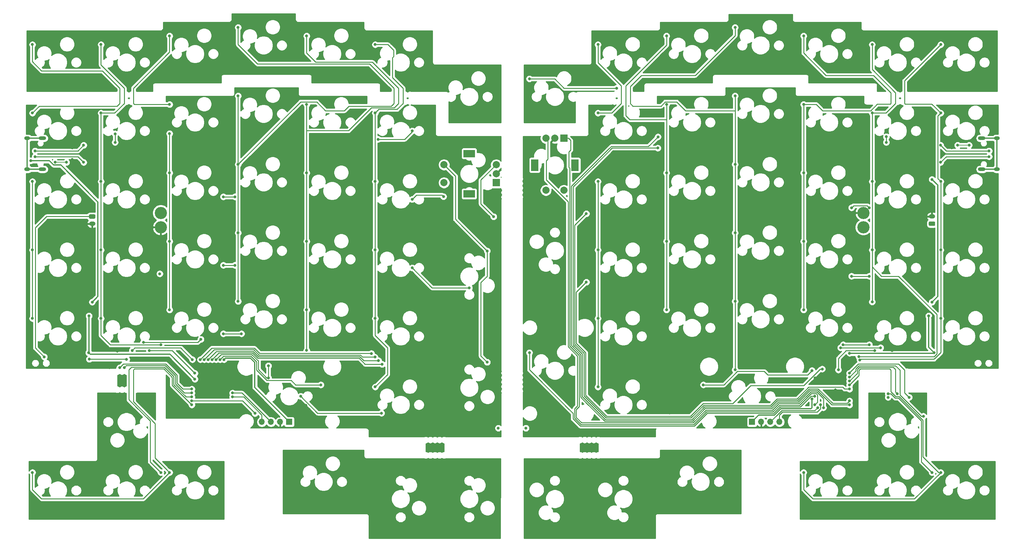
<source format=gtl>
G04 #@! TF.GenerationSoftware,KiCad,Pcbnew,(5.1.10-1-10_14)*
G04 #@! TF.CreationDate,2021-10-20T16:09:14+11:00*
G04 #@! TF.ProjectId,pcb,7063622e-6b69-4636-9164-5f7063625858,rev?*
G04 #@! TF.SameCoordinates,Original*
G04 #@! TF.FileFunction,Copper,L1,Top*
G04 #@! TF.FilePolarity,Positive*
%FSLAX46Y46*%
G04 Gerber Fmt 4.6, Leading zero omitted, Abs format (unit mm)*
G04 Created by KiCad (PCBNEW (5.1.10-1-10_14)) date 2021-10-20 16:09:14*
%MOMM*%
%LPD*%
G01*
G04 APERTURE LIST*
G04 #@! TA.AperFunction,ComponentPad*
%ADD10O,3.400000X3.400000*%
G04 #@! TD*
G04 #@! TA.AperFunction,ComponentPad*
%ADD11O,1.750000X1.200000*%
G04 #@! TD*
G04 #@! TA.AperFunction,ComponentPad*
%ADD12O,1.700000X1.700000*%
G04 #@! TD*
G04 #@! TA.AperFunction,ComponentPad*
%ADD13R,1.700000X1.700000*%
G04 #@! TD*
G04 #@! TA.AperFunction,ComponentPad*
%ADD14C,2.000000*%
G04 #@! TD*
G04 #@! TA.AperFunction,ComponentPad*
%ADD15R,2.000000X3.200000*%
G04 #@! TD*
G04 #@! TA.AperFunction,ComponentPad*
%ADD16R,2.000000X2.000000*%
G04 #@! TD*
G04 #@! TA.AperFunction,ComponentPad*
%ADD17R,3.200000X2.000000*%
G04 #@! TD*
G04 #@! TA.AperFunction,ComponentPad*
%ADD18O,2.100000X1.000000*%
G04 #@! TD*
G04 #@! TA.AperFunction,ComponentPad*
%ADD19O,1.600000X1.000000*%
G04 #@! TD*
G04 #@! TA.AperFunction,ViaPad*
%ADD20C,0.800000*%
G04 #@! TD*
G04 #@! TA.AperFunction,Conductor*
%ADD21C,0.250000*%
G04 #@! TD*
G04 #@! TA.AperFunction,Conductor*
%ADD22C,0.350000*%
G04 #@! TD*
G04 #@! TA.AperFunction,Conductor*
%ADD23C,0.200000*%
G04 #@! TD*
G04 #@! TA.AperFunction,Conductor*
%ADD24C,0.254000*%
G04 #@! TD*
G04 #@! TA.AperFunction,NonConductor*
%ADD25C,0.254000*%
G04 #@! TD*
G04 #@! TA.AperFunction,NonConductor*
%ADD26C,0.200000*%
G04 #@! TD*
G04 APERTURE END LIST*
D10*
X223837500Y-45862500D03*
X223837500Y-41862500D03*
X28575000Y-41862500D03*
X28575000Y-45862500D03*
D11*
X242887500Y-42862500D03*
G04 #@! TA.AperFunction,ComponentPad*
G36*
G01*
X243512501Y-45462500D02*
X242262499Y-45462500D01*
G75*
G02*
X242012500Y-45212501I0J249999D01*
G01*
X242012500Y-44512499D01*
G75*
G02*
X242262499Y-44262500I249999J0D01*
G01*
X243512501Y-44262500D01*
G75*
G02*
X243762500Y-44512499I0J-249999D01*
G01*
X243762500Y-45212501D01*
G75*
G02*
X243512501Y-45462500I-249999J0D01*
G01*
G37*
G04 #@! TD.AperFunction*
X9525000Y-44862500D03*
G04 #@! TA.AperFunction,ComponentPad*
G36*
G01*
X8899999Y-42262500D02*
X10150001Y-42262500D01*
G75*
G02*
X10400000Y-42512499I0J-249999D01*
G01*
X10400000Y-43212501D01*
G75*
G02*
X10150001Y-43462500I-249999J0D01*
G01*
X8899999Y-43462500D01*
G75*
G02*
X8650000Y-43212501I0J249999D01*
G01*
X8650000Y-42512499D01*
G75*
G02*
X8899999Y-42262500I249999J0D01*
G01*
G37*
G04 #@! TD.AperFunction*
D12*
X200501250Y-100012500D03*
X197961250Y-100012500D03*
X195421250Y-100012500D03*
D13*
X192881250Y-100012500D03*
D14*
X135612500Y-35575000D03*
X140612500Y-35575000D03*
D15*
X132512500Y-28575000D03*
X143712500Y-28575000D03*
D14*
X135612500Y-21075000D03*
X138112500Y-21075000D03*
D16*
X140612500Y-21075000D03*
D14*
X107300000Y-28456250D03*
X107300000Y-33456250D03*
D17*
X114300000Y-25356250D03*
X114300000Y-36556250D03*
D14*
X121800000Y-28456250D03*
X121800000Y-30956250D03*
D16*
X121800000Y-33456250D03*
D18*
X256745000Y-21080000D03*
X256745000Y-29720000D03*
D19*
X260925000Y-21080000D03*
X260925000Y-29720000D03*
D18*
X-4332500Y-29720000D03*
X-4332500Y-21080000D03*
D19*
X-8512500Y-29720000D03*
X-8512500Y-21080000D03*
D12*
X56673750Y-100012500D03*
X59213750Y-100012500D03*
X61753750Y-100012500D03*
D13*
X64293750Y-100012500D03*
D20*
X53975000Y-54768750D03*
X53975000Y-35718750D03*
X3968750Y-23812500D03*
X3968750Y-26987500D03*
X13493750Y-23018750D03*
X22225000Y-27781250D03*
X47625000Y-14287500D03*
X3968750Y-82550000D03*
X16512500Y-80325000D03*
X13493750Y-69056250D03*
X115093750Y-103187500D03*
X9525000Y-19050000D03*
X7143388Y-82550840D03*
X76200000Y-92868750D03*
X77787500Y-95250000D03*
X38100000Y-64293750D03*
X84518750Y-79756250D03*
X117475000Y-59531250D03*
X104775000Y-90487500D03*
X119062500Y-23812500D03*
X69056250Y-100012500D03*
X68940472Y-95365778D03*
X85725000Y-26987500D03*
X90487500Y-26987500D03*
X48950000Y-71150000D03*
X14287500Y-84931250D03*
X29368750Y-82550000D03*
X8731250Y-82550000D03*
X19075010Y-82624990D03*
X37362500Y-82675000D03*
X20637500Y-80168750D03*
X159543750Y-80168750D03*
X248443750Y-23812500D03*
X248443750Y-22225000D03*
X252412500Y-29368750D03*
X247650000Y-82550000D03*
X176212500Y-92868750D03*
X137318750Y-103187500D03*
X252412500Y-80168750D03*
X231775000Y-80168750D03*
X210400000Y-87800000D03*
X219725000Y-98568750D03*
X233362500Y-34925000D03*
X133350000Y-66675000D03*
X170000000Y-97500000D03*
X243100000Y-71100000D03*
X131762500Y-22225000D03*
X221062500Y-83564498D03*
X237000000Y-83800000D03*
X218800000Y-93900000D03*
X216100000Y-91100000D03*
X258762500Y-73025000D03*
X258762500Y-69056250D03*
X228600000Y-79375000D03*
X217487500Y-79375000D03*
X8556251Y-80774999D03*
X8612500Y-70525000D03*
X46162500Y-82675000D03*
X38050000Y-88106250D03*
X15875000Y-19843750D03*
X15875000Y-22225000D03*
X88962349Y-21368901D03*
X98425000Y-19050000D03*
X45975000Y-37368750D03*
X49150000Y-37368750D03*
X107156250Y-37306250D03*
X98425000Y-38100000D03*
X45975000Y-56418750D03*
X49150000Y-56418750D03*
X28300000Y-58800000D03*
X114300000Y-62706250D03*
X98425000Y-57150000D03*
X45975000Y-75468750D03*
X51000000Y-75468750D03*
X23750000Y-77850000D03*
X39718750Y-77025000D03*
X89913899Y-97568901D03*
X67468750Y-92868750D03*
X39562500Y-82675000D03*
X87106250Y-80975000D03*
X37200000Y-94168750D03*
X122381250Y-101743750D03*
X54768750Y-97631250D03*
X-7569998Y-27355002D03*
X9525000Y-66675000D03*
X-793750Y-27781250D03*
X2381250Y-27781250D03*
X242887500Y-66675000D03*
X242887500Y-32543750D03*
X130031250Y-101743750D03*
X230187500Y-20637500D03*
X219975000Y-94168750D03*
X230187500Y-22225000D03*
X166687500Y-23812500D03*
X146843750Y-42068750D03*
X225487349Y-40418901D03*
X219975000Y-90868750D03*
X220537651Y-40418901D03*
X225487349Y-59468901D03*
X146843750Y-61118750D03*
X212400000Y-85293740D03*
X220537651Y-59468901D03*
X219975000Y-95268750D03*
X166750000Y-20700000D03*
X225487349Y-78518901D03*
X218218901Y-78518901D03*
X241975000Y-70525000D03*
X243506251Y-80774999D03*
X209550000Y-93662500D03*
X220000000Y-80893750D03*
X48525000Y-93068750D03*
X48525000Y-91968750D03*
X211931250Y-95250000D03*
X211137500Y-96043750D03*
X-6350000Y-26193750D03*
X7143750Y-27781250D03*
X7143750Y-23018750D03*
X-6350000Y-24606250D03*
X38050000Y-86468750D03*
X25400000Y-80168750D03*
X258762500Y-24606250D03*
X245268750Y-23018750D03*
X245268750Y-27781250D03*
X258762500Y-26193750D03*
X-7085000Y-14070000D03*
X-7085000Y-52170000D03*
X-7085000Y-71220000D03*
X-7085000Y-33120000D03*
X-7085000Y4980000D03*
X11965000Y-33120000D03*
X11965000Y-14070000D03*
X11965000Y-52170000D03*
X11965000Y-71220000D03*
X11965000Y4980000D03*
X28575000Y-78581250D03*
X31015000Y-11688750D03*
X31015000Y-30738750D03*
X31015000Y-49788750D03*
X31015000Y-68838750D03*
X31015000Y7361250D03*
X31015000Y-19785000D03*
X43962500Y-82675000D03*
X50065000Y-28357500D03*
X50065000Y-9307500D03*
X50065000Y-47407500D03*
X50065000Y-66457500D03*
X50065000Y9742500D03*
X58500000Y-87778749D03*
X58500000Y-84400000D03*
X69115000Y-30738750D03*
X69115000Y-11688750D03*
X69115000Y-49788750D03*
X69115000Y-68838750D03*
X69115000Y7361250D03*
X69115000Y-80110000D03*
X42862500Y-82675000D03*
X90106250Y-83975000D03*
X88165000Y-90270000D03*
X88165000Y-14070000D03*
X88165000Y-33120000D03*
X88165000Y-52170000D03*
X88165000Y4980000D03*
X88165000Y-71220000D03*
X-3811250Y-81913750D03*
X41762500Y-82675000D03*
X89106250Y-82975000D03*
X119280000Y-83402500D03*
X119280000Y-52446250D03*
X40662500Y-82675000D03*
X88106250Y-81975000D03*
X179362500Y-89693750D03*
X209550000Y-85725000D03*
X227012500Y-80168750D03*
X216887499Y-85531251D03*
X45062500Y-82675000D03*
X73050000Y-89693750D03*
X121075000Y-42900000D03*
X131027500Y-80745000D03*
X210343750Y-92868750D03*
X155257500Y-7143750D03*
X131027500Y-4545000D03*
X150077500Y-90270000D03*
X150077500Y-33120000D03*
X150077500Y-14070000D03*
X150077500Y-52170000D03*
X150077500Y-71220000D03*
X150077500Y4980000D03*
X169127500Y7361250D03*
X169127500Y-11688750D03*
X169127500Y-30738750D03*
X169127500Y-49788750D03*
X169127500Y-68838750D03*
X188177500Y-28357500D03*
X188177500Y-9307500D03*
X188177500Y-47407500D03*
X188177500Y-66457500D03*
X188177500Y9742500D03*
X188177500Y-85507500D03*
X207227500Y-30738750D03*
X207227500Y-11688750D03*
X207227500Y-49788750D03*
X207227500Y-68838750D03*
X207227500Y7361250D03*
X226277500Y-33120000D03*
X226277500Y-14070000D03*
X226277500Y-52170000D03*
X226277500Y4980000D03*
X226277500Y-66616250D03*
X222547280Y-81825000D03*
X245327500Y-33120000D03*
X245327500Y-14070000D03*
X245327500Y-52170000D03*
X245327500Y-71220000D03*
X245327500Y4980000D03*
X222874501Y-82817148D03*
X212725000Y-96043750D03*
X210343750Y-95250000D03*
X37200000Y-93068750D03*
X28575000Y-114082500D03*
X37200000Y-90868750D03*
X17145000Y-84931250D03*
X37200000Y-95268750D03*
X-7085000Y-114082500D03*
X31015000Y-114082500D03*
X37200000Y-91968750D03*
X18415000Y-84931250D03*
X242887500Y-114082500D03*
X219975000Y-88668750D03*
X230700000Y-92200000D03*
X233272500Y-92200000D03*
X230700000Y-93175000D03*
X219975000Y-86468750D03*
X236537500Y-93175000D03*
X207227500Y-114082500D03*
X245327500Y-114082500D03*
X219975000Y-89768750D03*
X219975000Y-87568750D03*
X240506250Y-98425000D03*
X250031250Y-23018750D03*
X253206250Y-23018750D03*
D21*
X3968750Y-82550000D02*
X7143750Y-82550000D01*
X69056250Y-95481556D02*
X68940472Y-95365778D01*
X69056250Y-100012500D02*
X69056250Y-95481556D01*
X19000020Y-82550000D02*
X19075010Y-82624990D01*
X8731250Y-82550000D02*
X19000020Y-82550000D01*
D22*
X-4332500Y-29720000D02*
X-8512500Y-29720000D01*
X-8512500Y-21080000D02*
X-8512500Y-29720000D01*
X-4332500Y-21080000D02*
X-8512500Y-21080000D01*
D21*
X20637500Y-80168750D02*
X21362501Y-79443749D01*
X34131249Y-79443749D02*
X33656251Y-79443749D01*
X37362500Y-82675000D02*
X34131249Y-79443749D01*
X21362501Y-79443749D02*
X33656251Y-79443749D01*
D22*
X260925000Y-29720000D02*
X260925000Y-21080000D01*
X256745000Y-21080000D02*
X260925000Y-21080000D01*
X256745000Y-29720000D02*
X260925000Y-29720000D01*
D21*
X248443750Y-23812500D02*
X248443750Y-22225000D01*
X171581250Y-97500000D02*
X176212500Y-92868750D01*
X170000000Y-97500000D02*
X171581250Y-97500000D01*
X218800000Y-93800000D02*
X218800000Y-93900000D01*
X216100000Y-91100000D02*
X218800000Y-93800000D01*
X221518599Y-79375000D02*
X221825000Y-79375000D01*
X221825000Y-79375000D02*
X217487500Y-79375000D01*
X221825000Y-79375000D02*
X225487349Y-79375000D01*
X225487349Y-79375000D02*
X228600000Y-79375000D01*
D22*
X8612500Y-80718750D02*
X8556251Y-80774999D01*
X8612500Y-70525000D02*
X8612500Y-80718750D01*
X57150000Y-92868750D02*
X64293750Y-100012500D01*
X54724651Y-83476677D02*
X54724651Y-90443401D01*
X53492823Y-82244849D02*
X54724651Y-83476677D01*
X54724651Y-90443401D02*
X57150000Y-92868750D01*
X46592651Y-82244849D02*
X53492823Y-82244849D01*
X46162500Y-82675000D02*
X46592651Y-82244849D01*
X8556251Y-80774999D02*
X8956250Y-81174998D01*
X31118748Y-81174998D02*
X30743752Y-81174998D01*
X38050000Y-88106250D02*
X31118748Y-81174998D01*
X8956250Y-81174998D02*
X30743752Y-81174998D01*
D21*
X15875000Y-19843750D02*
X15875000Y-22225000D01*
X98425000Y-19306974D02*
X96363073Y-21368901D01*
X95981401Y-21368901D02*
X88962349Y-21368901D01*
X96363073Y-21368901D02*
X95981401Y-21368901D01*
X98425000Y-19050000D02*
X98425000Y-19306974D01*
X45975000Y-37368750D02*
X49150000Y-37368750D01*
X99625001Y-36899999D02*
X98425000Y-38100000D01*
X106749999Y-36899999D02*
X99625001Y-36899999D01*
X107156250Y-37306250D02*
X106749999Y-36899999D01*
X45975000Y-56418750D02*
X49150000Y-56418750D01*
X103981250Y-62706250D02*
X98425000Y-57150000D01*
X114300000Y-62706250D02*
X103981250Y-62706250D01*
X38893750Y-77850000D02*
X39718750Y-77025000D01*
X33350000Y-77850000D02*
X38893750Y-77850000D01*
X23750000Y-77850000D02*
X33350000Y-77850000D01*
X45975000Y-75468750D02*
X51000000Y-75468750D01*
X72168901Y-97568901D02*
X67468750Y-92868750D01*
X89913899Y-97568901D02*
X72168901Y-97568901D01*
X76855181Y-80944819D02*
X77754049Y-80944819D01*
X56081963Y-80944819D02*
X57755181Y-80944819D01*
X54631937Y-79494793D02*
X56081963Y-80944819D01*
X42742709Y-79494791D02*
X54631937Y-79494793D01*
X57755181Y-80944819D02*
X76855181Y-80944819D01*
X39562500Y-82675000D02*
X42742709Y-79494791D01*
X87076069Y-80944819D02*
X87106250Y-80975000D01*
X83361431Y-80944819D02*
X87076069Y-80944819D01*
X76855181Y-80944819D02*
X83361431Y-80944819D01*
X83361431Y-80944819D02*
X84694819Y-80944819D01*
X122381250Y-101743750D02*
X122381250Y-101743750D01*
X51306250Y-94168750D02*
X54768750Y-97631250D01*
X48525000Y-94168750D02*
X51306250Y-94168750D01*
X51306250Y-94168750D02*
X47625000Y-94168750D01*
X37200000Y-94168750D02*
X51306250Y-94168750D01*
D22*
X-7569998Y-27355002D02*
X-2367000Y-27355002D01*
X-1165751Y-28556251D02*
X851253Y-28556251D01*
X-2367000Y-27355002D02*
X-1165751Y-28556251D01*
X10356876Y-38061874D02*
X10775010Y-38480008D01*
X851253Y-28556251D02*
X10356876Y-38061874D01*
X11112500Y-65087500D02*
X9525000Y-66675000D01*
X11112500Y-38817498D02*
X11112500Y-65087500D01*
X10356876Y-38061874D02*
X11112500Y-38817498D01*
D23*
X-793750Y-27781250D02*
X2381250Y-27781250D01*
D22*
X242887500Y-32543750D02*
X244475000Y-34131250D01*
X244475000Y-65087500D02*
X242887500Y-66675000D01*
X244475000Y-34131250D02*
X244475000Y-65087500D01*
D21*
X180268788Y-95831212D02*
X179683626Y-95831212D01*
X180268790Y-95831210D02*
X180268788Y-95831212D01*
X180768790Y-95831210D02*
X180268790Y-95831210D01*
X198182660Y-95831210D02*
X180768790Y-95831210D01*
X198182658Y-95831212D02*
X198182660Y-95831210D01*
X179683626Y-95831212D02*
X198182658Y-95831212D01*
X152133322Y-99360438D02*
X147386442Y-94613558D01*
X180768790Y-95831210D02*
X179683628Y-95831210D01*
X176154400Y-99360438D02*
X170239562Y-99360438D01*
X179683628Y-95831210D02*
X176154400Y-99360438D01*
X170239562Y-99360438D02*
X152133322Y-99360438D01*
X170484372Y-99360438D02*
X170239562Y-99360438D01*
X147386442Y-94613558D02*
X145742529Y-92969645D01*
X145742529Y-92969645D02*
X145742528Y-81124796D01*
X143708866Y-79091134D02*
X143148579Y-78530847D01*
X145742528Y-81124796D02*
X143708866Y-79091134D01*
X143148579Y-78530847D02*
X143148579Y-76600000D01*
X143148579Y-34651421D02*
X149225000Y-28575000D01*
X143148579Y-76600000D02*
X143148579Y-34651421D01*
X230187500Y-22225000D02*
X230187500Y-20637500D01*
X153987500Y-23812500D02*
X149225000Y-28575000D01*
X166687500Y-23812500D02*
X153987500Y-23812500D01*
X199976429Y-94037441D02*
X198182660Y-95831210D01*
X208800136Y-90793722D02*
X205556418Y-94037440D01*
X205556418Y-94037440D02*
X199976429Y-94037441D01*
X211250949Y-90793721D02*
X208800136Y-90793722D01*
X215275970Y-94818740D02*
X211250949Y-90793721D01*
X219381260Y-94818740D02*
X215275970Y-94818740D01*
X219975000Y-94225000D02*
X219381260Y-94818740D01*
X219975000Y-94168750D02*
X219975000Y-94225000D01*
X144048599Y-44863901D02*
X146843750Y-42068750D01*
X143598589Y-45313911D02*
X146843750Y-42068750D01*
X175968000Y-98910428D02*
X152319722Y-98910428D01*
X146192537Y-92783243D02*
X146192537Y-80938395D01*
X179497227Y-95381201D02*
X175968000Y-98910428D01*
X197996260Y-95381200D02*
X179497227Y-95381201D01*
X143598589Y-78344447D02*
X143598589Y-45313911D01*
X199790028Y-93587432D02*
X197996260Y-95381200D01*
X152319722Y-98910428D02*
X146192537Y-92783243D01*
X205370016Y-93587432D02*
X199790028Y-93587432D01*
X146192537Y-80938395D02*
X143598589Y-78344447D01*
X208613735Y-90343713D02*
X205370016Y-93587432D01*
X208613737Y-90343713D02*
X208578725Y-90378725D01*
X218081319Y-90343713D02*
X208613737Y-90343713D01*
X218606356Y-90868750D02*
X218081319Y-90343713D01*
X219975000Y-90868750D02*
X218606356Y-90868750D01*
X224905947Y-39837499D02*
X225487349Y-40418901D01*
X221119053Y-39837499D02*
X224905947Y-39837499D01*
X220537651Y-40418901D02*
X221119053Y-39837499D01*
X222250000Y-59468901D02*
X225487349Y-59468901D01*
X192552298Y-89893704D02*
X187514812Y-94931190D01*
X179768808Y-94931192D02*
X179310826Y-94931192D01*
X179768810Y-94931190D02*
X179768808Y-94931192D01*
X187514812Y-94931190D02*
X179768810Y-94931190D01*
X179310826Y-94931192D02*
X175781600Y-98460418D01*
X175781600Y-98460418D02*
X152506122Y-98460418D01*
X152506122Y-98460418D02*
X148572852Y-94527148D01*
X148572852Y-94527148D02*
X146642547Y-92596843D01*
X146642547Y-92596843D02*
X146642546Y-80751994D01*
X146642546Y-80751994D02*
X145495276Y-79604724D01*
X145495276Y-79604724D02*
X144048599Y-78158047D01*
X144048599Y-65501401D02*
X144048599Y-63913901D01*
X144048599Y-63913901D02*
X146843750Y-61118750D01*
X144048599Y-78158047D02*
X144048599Y-65501401D01*
X144048599Y-65501401D02*
X144048599Y-65351401D01*
X207234351Y-89893704D02*
X192552298Y-89893704D01*
X211834315Y-85293740D02*
X207234351Y-89893704D01*
X212400000Y-85293740D02*
X211834315Y-85293740D01*
X222250000Y-59468901D02*
X220537651Y-59468901D01*
X219975000Y-95268750D02*
X215089572Y-95268750D01*
X211064550Y-91243730D02*
X208986537Y-91243731D01*
X215089572Y-95268750D02*
X211064550Y-91243730D01*
X207865134Y-92365134D02*
X205742818Y-94487450D01*
X208986537Y-91243731D02*
X207865134Y-92365134D01*
X207865134Y-92365134D02*
X207400000Y-92830268D01*
X200162830Y-94487450D02*
X200025140Y-94625140D01*
X205742818Y-94487450D02*
X200162830Y-94487450D01*
X200025140Y-94625140D02*
X198369060Y-96281220D01*
X200162827Y-94487453D02*
X200025140Y-94625140D01*
X180518780Y-96281220D02*
X179870027Y-96281221D01*
X198369060Y-96281220D02*
X180518780Y-96281220D01*
X179870027Y-96281221D02*
X176340800Y-99810448D01*
X151946922Y-99810448D02*
X146936474Y-94800000D01*
X176340800Y-99810448D02*
X151946922Y-99810448D01*
X146936474Y-94800000D02*
X145292519Y-93156045D01*
X145292519Y-93156045D02*
X145292519Y-81311197D01*
X142990661Y-79009339D02*
X142698569Y-78717247D01*
X145292519Y-81311197D02*
X142990661Y-79009339D01*
X142698569Y-78717247D02*
X142698569Y-76700000D01*
X142698569Y-76700000D02*
X142698570Y-34465020D01*
X164087510Y-23362490D02*
X166750000Y-20700000D01*
X153801100Y-23362490D02*
X164087510Y-23362490D01*
X153272420Y-23891170D02*
X153801100Y-23362490D01*
X142698570Y-34465020D02*
X153272420Y-23891170D01*
X218218901Y-78518901D02*
X218218901Y-78518901D01*
X225487349Y-78518901D02*
X218218901Y-78518901D01*
D22*
X241975000Y-79243748D02*
X243506251Y-80774999D01*
X241975000Y-70525000D02*
X241975000Y-79243748D01*
X206081260Y-96337490D02*
X200929140Y-96337490D01*
X209256260Y-96337490D02*
X209550000Y-96043750D01*
X200929140Y-96337490D02*
X209256260Y-96337490D01*
X209550000Y-96043750D02*
X209550000Y-93662500D01*
X194762490Y-98131260D02*
X192881250Y-100012500D01*
X199135370Y-98131260D02*
X194762490Y-98131260D01*
X200929140Y-96337490D02*
X199135370Y-98131260D01*
X243337499Y-80943751D02*
X220050001Y-80943751D01*
X220050001Y-80943751D02*
X220000000Y-80893750D01*
X243506251Y-80774999D02*
X243337499Y-80943751D01*
D21*
X56673750Y-100012500D02*
X56673750Y-98108910D01*
X51633590Y-93068750D02*
X56673750Y-98108910D01*
X48525000Y-93068750D02*
X51633590Y-93068750D01*
X51170000Y-91968750D02*
X59213750Y-100012500D01*
X48525000Y-91968750D02*
X51170000Y-91968750D01*
X210966744Y-97287508D02*
X211931250Y-96323002D01*
X201322650Y-97287510D02*
X210966744Y-97287508D01*
X200501250Y-98108910D02*
X201322650Y-97287510D01*
X211931250Y-96323002D02*
X211931250Y-95250000D01*
X200501250Y-100012500D02*
X200501250Y-98108910D01*
X199786875Y-98186875D02*
X197961250Y-100012500D01*
X201136250Y-96837500D02*
X199786875Y-98186875D01*
X200342500Y-97631250D02*
X199786875Y-98186875D01*
X210343750Y-96837500D02*
X208562500Y-96837500D01*
X211137500Y-96043750D02*
X210343750Y-96837500D01*
X208562500Y-96837500D02*
X201136250Y-96837500D01*
X209550000Y-96837500D02*
X208562500Y-96837500D01*
X5556250Y-26193750D02*
X7143750Y-27781250D01*
X-6350000Y-26193750D02*
X5556250Y-26193750D01*
X5556250Y-24606250D02*
X7143750Y-23018750D01*
X-6350000Y-24606250D02*
X3968750Y-24606250D01*
X3968750Y-24606250D02*
X5556250Y-24606250D01*
X3968750Y-24606250D02*
X4762500Y-24606250D01*
X31750000Y-80168750D02*
X38050000Y-86468750D01*
X25400000Y-80168750D02*
X31750000Y-80168750D01*
X246856250Y-24606250D02*
X245268750Y-23018750D01*
X258762500Y-24606250D02*
X246856250Y-24606250D01*
X246856250Y-26193750D02*
X245268750Y-27781250D01*
X258762500Y-26193750D02*
X248443750Y-26193750D01*
X248443750Y-26193750D02*
X247650000Y-26193750D01*
X248443750Y-26193750D02*
X246856250Y-26193750D01*
X17145000Y-11430000D02*
X17145000Y-7143750D01*
X-7085000Y-33120000D02*
X-7085000Y-52170000D01*
X-7085000Y-52170000D02*
X-7085000Y-71220000D01*
X-7085000Y228998D02*
X-7085000Y4980000D01*
X-7085000Y228998D02*
X-4537101Y-2318901D01*
X12320151Y-2318901D02*
X12541250Y-2540000D01*
X-4537101Y-2318901D02*
X12320151Y-2318901D01*
X12541250Y-2540000D02*
X12382500Y-2381250D01*
X17145000Y-7143750D02*
X12541250Y-2540000D01*
X-7085000Y-14070000D02*
X-5159999Y-12144999D01*
X16430001Y-12144999D02*
X17145000Y-11430000D01*
X3730001Y-12144999D02*
X16430001Y-12144999D01*
X-5159999Y-12144999D02*
X3730001Y-12144999D01*
X3730001Y-12144999D02*
X4523751Y-12144999D01*
X11965000Y-33120000D02*
X11965000Y-52170000D01*
X11965000Y-52170000D02*
X11965000Y-71220000D01*
X11965000Y-14070000D02*
X11965000Y-33120000D01*
X18415000Y-7143750D02*
X18415000Y-11430000D01*
X11965000Y-693750D02*
X18415000Y-7143750D01*
X11965000Y4980000D02*
X11965000Y-693750D01*
X15775000Y-14070000D02*
X18415000Y-11430000D01*
X11965000Y-14070000D02*
X15775000Y-14070000D01*
X14575248Y-78581250D02*
X11965000Y-75971002D01*
X11965000Y-75971002D02*
X11965000Y-71220000D01*
X28575000Y-78581250D02*
X14575248Y-78581250D01*
X31015000Y-30738750D02*
X31015000Y-49788750D01*
X31015000Y-49788750D02*
X31015000Y-68838750D01*
X31015000Y-19785000D02*
X31015000Y-30738750D01*
X20955000Y-11430000D02*
X20955000Y-7143750D01*
X31015000Y2916250D02*
X20955000Y-7143750D01*
X31015000Y7361250D02*
X31015000Y2916250D01*
X21213750Y-11688750D02*
X20955000Y-11430000D01*
X31015000Y-11688750D02*
X21213750Y-11688750D01*
X50065000Y-28357500D02*
X50065000Y-47407500D01*
X50065000Y-47407500D02*
X50065000Y-66457500D01*
X50065000Y-19108750D02*
X50065000Y-28357500D01*
X50065000Y-9307500D02*
X50065000Y-19108750D01*
X67458751Y-10963749D02*
X50065000Y-28357500D01*
X71926001Y-10963749D02*
X67458751Y-10963749D01*
X74376003Y-13413751D02*
X71926001Y-10963749D01*
X74376003Y-13413751D02*
X79616001Y-13413751D01*
X93345000Y-11430000D02*
X92630001Y-12144999D01*
X86588911Y-387661D02*
X93345000Y-7143750D01*
X93345000Y-7143750D02*
X93345000Y-11430000D01*
X55444159Y-387661D02*
X86588911Y-387661D01*
X80884753Y-12144999D02*
X79616001Y-13413751D01*
X92630001Y-12144999D02*
X80884753Y-12144999D01*
X50065000Y4991498D02*
X55444159Y-387661D01*
X50065000Y9742500D02*
X50065000Y4991498D01*
X55674671Y-85421263D02*
X58032157Y-87778749D01*
X58032157Y-87778749D02*
X58500000Y-87778749D01*
X43962500Y-82675000D02*
X45342671Y-81294829D01*
X45342671Y-81294829D02*
X53205171Y-81294829D01*
X55674671Y-83374671D02*
X55674670Y-83083166D01*
X55674671Y-83083167D02*
X55674671Y-83374671D01*
X53886333Y-81294829D02*
X53205171Y-81294829D01*
X55674670Y-83083166D02*
X53886333Y-81294829D01*
X55674671Y-83774671D02*
X55674671Y-85421263D01*
X55674671Y-83374671D02*
X55674671Y-83774671D01*
X58500000Y-87778749D02*
X58500000Y-84400000D01*
X94615000Y-7143750D02*
X94615000Y-11430000D01*
X69115000Y-30738750D02*
X69115000Y-49788750D01*
X69115000Y-11688750D02*
X69115000Y-17403750D01*
X69118599Y-18987651D02*
X69115000Y-18991250D01*
X69115000Y-18991250D02*
X69115000Y-30738750D01*
X69115000Y-17403750D02*
X69115000Y-18991250D01*
X69115000Y2610248D02*
X69115000Y7361250D01*
X71662899Y62349D02*
X69115000Y2610248D01*
X87408901Y62349D02*
X84199849Y62349D01*
X94615000Y-7143750D02*
X87408901Y62349D01*
X84199849Y62349D02*
X71662899Y62349D01*
X84868901Y62349D02*
X84199849Y62349D01*
X80733502Y-18991250D02*
X69115000Y-18991250D01*
X87129743Y-12595009D02*
X80733502Y-18991250D01*
X93449991Y-12595009D02*
X87129743Y-12595009D01*
X94615000Y-11430000D02*
X93449991Y-12595009D01*
X69115000Y-67410000D02*
X69115000Y-80110000D01*
X69115000Y-49788750D02*
X69115000Y-67410000D01*
X69115000Y-67410000D02*
X69115000Y-68838750D01*
X69115000Y-80110000D02*
X69115000Y-80110000D01*
X42862500Y-82675000D02*
X44692681Y-80844819D01*
X45144819Y-80844819D02*
X44719679Y-80844819D01*
X44692681Y-80844819D02*
X45144819Y-80844819D01*
X87760428Y-83975000D02*
X90106250Y-83975000D01*
X83699027Y-82294849D02*
X85379178Y-83975000D01*
X55522763Y-82294849D02*
X83699027Y-82294849D01*
X54072734Y-80844820D02*
X55522763Y-82294849D01*
X45144819Y-80844819D02*
X54072734Y-80844820D01*
X85379178Y-83975000D02*
X90106250Y-83975000D01*
X88165000Y-14070000D02*
X88165000Y-33120000D01*
X88165000Y-52170000D02*
X88165000Y-71220000D01*
X88165000Y-33120000D02*
X88165000Y-52170000D01*
X93265001Y3416001D02*
X91701002Y4980000D01*
X92931099Y1330097D02*
X93265001Y1663999D01*
X92931099Y-4189849D02*
X92931099Y1330097D01*
X91701002Y4980000D02*
X88165000Y4980000D01*
X93265001Y1663999D02*
X93265001Y3416001D01*
X95885000Y-7143750D02*
X92931099Y-4189849D01*
X95885000Y-11430000D02*
X95885000Y-7143750D01*
X95885000Y-11430000D02*
X94269981Y-13045019D01*
X89189981Y-13045019D02*
X88165000Y-14070000D01*
X94269981Y-13045019D02*
X89189981Y-13045019D01*
X88165000Y-75971002D02*
X91593998Y-79400000D01*
X88165000Y-71220000D02*
X88165000Y-75971002D01*
X91593998Y-86841002D02*
X88165000Y-90270000D01*
X91593998Y-79400000D02*
X91593998Y-86841002D01*
X-6280001Y-79444999D02*
X-3811250Y-81913750D01*
X-6280001Y-45967501D02*
X-6280001Y-79444999D01*
X-3175000Y-42862500D02*
X-6280001Y-45967501D01*
X9525000Y-42862500D02*
X-3175000Y-42862500D01*
X83885427Y-81844839D02*
X85015588Y-82975000D01*
X55709163Y-81844839D02*
X83885427Y-81844839D01*
X54259135Y-80394811D02*
X55709163Y-81844839D01*
X44042691Y-80394809D02*
X54259135Y-80394811D01*
X41762500Y-82675000D02*
X44042691Y-80394809D01*
X85015588Y-82975000D02*
X86093750Y-82975000D01*
X86093750Y-82975000D02*
X89106250Y-82975000D01*
X86093750Y-82975000D02*
X86725000Y-82975000D01*
X112374999Y-45541249D02*
X119280000Y-52446250D01*
X110462500Y-43628750D02*
X112374999Y-45541249D01*
X110462500Y-31618750D02*
X110462500Y-43628750D01*
X107300000Y-28456250D02*
X110462500Y-31618750D01*
X117554999Y-81677499D02*
X119280000Y-83402500D01*
X117554999Y-61195249D02*
X117554999Y-81677499D01*
X119280000Y-59470248D02*
X117554999Y-61195249D01*
X119280000Y-52446250D02*
X119280000Y-59470248D01*
X84651998Y-81975000D02*
X85725000Y-81975000D01*
X40662500Y-82675000D02*
X43392699Y-79944801D01*
X55895563Y-81394829D02*
X84071827Y-81394829D01*
X54445536Y-79944802D02*
X55895563Y-81394829D01*
X43392699Y-79944801D02*
X54445536Y-79944802D01*
X84071827Y-81394829D02*
X84651998Y-81975000D01*
X85725000Y-81975000D02*
X88106250Y-81975000D01*
X185064252Y-89693750D02*
X179362500Y-89693750D01*
X188794253Y-85963749D02*
X185064252Y-89693750D01*
X196277349Y-85963749D02*
X188794253Y-85963749D01*
X208342349Y-86932651D02*
X197246251Y-86932651D01*
X197246251Y-86932651D02*
X196277349Y-85963749D01*
X209550000Y-85725000D02*
X208342349Y-86932651D01*
X219045748Y-80168750D02*
X227012500Y-80168750D01*
X216887499Y-82326999D02*
X219045748Y-80168750D01*
X216887499Y-85124999D02*
X216887499Y-82326999D01*
X216887499Y-85124999D02*
X216887499Y-85531251D01*
X66037748Y-89693750D02*
X73025000Y-89693750D01*
X64847747Y-88503749D02*
X66037748Y-89693750D01*
X55224661Y-85607663D02*
X58120747Y-88503749D01*
X53699933Y-81744839D02*
X55224661Y-83269567D01*
X58120747Y-88503749D02*
X64847747Y-88503749D01*
X55224661Y-83269567D02*
X55224661Y-85607663D01*
X45992661Y-81744839D02*
X53699933Y-81744839D01*
X45062500Y-82675000D02*
X45992661Y-81744839D01*
X117554999Y-39379999D02*
X121075000Y-42900000D01*
X117554999Y-32701251D02*
X117554999Y-39379999D01*
X121800000Y-28456250D02*
X117554999Y-32701251D01*
X209270748Y-92868750D02*
X208756250Y-93383248D01*
X210343750Y-92868750D02*
X209270748Y-92868750D01*
X140650248Y-7143750D02*
X155257500Y-7143750D01*
X138051498Y-4545000D02*
X140650248Y-7143750D01*
X131027500Y-4545000D02*
X138051498Y-4545000D01*
X131027500Y-80745000D02*
X131027500Y-85496002D01*
X133565749Y-88034251D02*
X133680077Y-88148579D01*
X131027500Y-85496002D02*
X133565749Y-88034251D01*
X198928260Y-97631250D02*
X200722030Y-95837480D01*
X176900000Y-101160478D02*
X180429228Y-97631250D01*
X146760478Y-101160478D02*
X176900000Y-101160478D01*
X145160182Y-101160476D02*
X146760478Y-101160478D01*
X200722030Y-95837480D02*
X206302018Y-95837480D01*
X206302018Y-95837480D02*
X209270748Y-92868750D01*
X143148579Y-99148873D02*
X145160182Y-101160476D01*
X180429228Y-97631250D02*
X198928260Y-97631250D01*
X133565749Y-88034251D02*
X142015749Y-96484251D01*
X143148579Y-97617081D02*
X142015749Y-96484251D01*
X143148579Y-98151421D02*
X143148579Y-97617081D01*
X143148579Y-98151421D02*
X143148579Y-99148873D01*
X150077500Y-33120000D02*
X150077500Y-52170000D01*
X150077500Y-52170000D02*
X150077500Y-71220000D01*
X150077500Y-71220000D02*
X150077500Y-90270000D01*
X156527500Y-7302500D02*
X156527500Y-7143750D01*
X156527500Y-11430000D02*
X156527500Y-7302500D01*
X153887500Y-14070000D02*
X156527500Y-11430000D01*
X150077500Y-14070000D02*
X153887500Y-14070000D01*
X150077500Y852500D02*
X150077500Y4980000D01*
X150077500Y-58750D02*
X150077500Y852500D01*
X156527500Y-6508750D02*
X150077500Y-58750D01*
X156527500Y-7302500D02*
X156527500Y-6508750D01*
X169127500Y-30738750D02*
X169127500Y-49788750D01*
X169127500Y-49788750D02*
X169127500Y-68838750D01*
X169127500Y-15816250D02*
X169127500Y-30738750D01*
X169127500Y-11688750D02*
X169127500Y-15816250D01*
X157797500Y-6508750D02*
X169127500Y4821250D01*
X169127500Y4821250D02*
X169127500Y7361250D01*
X157797500Y-14766002D02*
X157797500Y-6508750D01*
X158906498Y-15875000D02*
X157797500Y-14766002D01*
X169068750Y-15875000D02*
X158906498Y-15875000D01*
X169127500Y-15816250D02*
X169068750Y-15875000D01*
X188177500Y-28357500D02*
X188177500Y-47407500D01*
X188177500Y-47407500D02*
X188177500Y-66457500D01*
X188177500Y-66457500D02*
X188177500Y-85507500D01*
X188177500Y-13435000D02*
X188177500Y-28357500D01*
X188177500Y-9307500D02*
X188177500Y-13435000D01*
X177093512Y-3593740D02*
X188177500Y7490248D01*
X188177500Y7490248D02*
X188177500Y9742500D01*
X162300010Y-3593740D02*
X163093760Y-3593740D01*
X174409752Y-13435000D02*
X188177500Y-13435000D01*
X171938501Y-10963749D02*
X174409752Y-13435000D01*
X168779499Y-10963749D02*
X171938501Y-10963749D01*
X159782499Y-12144999D02*
X167598249Y-12144999D01*
X159067500Y-11430000D02*
X159782499Y-12144999D01*
X167598249Y-12144999D02*
X168779499Y-10963749D01*
X162141260Y-3593740D02*
X159067500Y-6667500D01*
X163887510Y-3593740D02*
X162141260Y-3593740D01*
X159067500Y-6667500D02*
X159067500Y-11430000D01*
X163093760Y-3593740D02*
X163887510Y-3593740D01*
X163887510Y-3593740D02*
X177093512Y-3593740D01*
X188177500Y-85507500D02*
X188177500Y-85507500D01*
X231457500Y-11430000D02*
X231457500Y-8413750D01*
X207227500Y-30738750D02*
X207227500Y-49788750D01*
X207227500Y-49788750D02*
X207227500Y-68838750D01*
X207227500Y-11688750D02*
X207227500Y-30738750D01*
X231310299Y-11577201D02*
X231457500Y-11430000D01*
X227697297Y-11577201D02*
X231310299Y-11577201D01*
X225860747Y-13413751D02*
X227697297Y-11577201D01*
X212488503Y-13413751D02*
X225860747Y-13413751D01*
X210763502Y-11688750D02*
X212488503Y-13413751D01*
X207227500Y-11688750D02*
X210763502Y-11688750D01*
X226637490Y-3593740D02*
X213431488Y-3593740D01*
X207227500Y2610248D02*
X207227500Y7361250D01*
X213431488Y-3593740D02*
X207227500Y2610248D01*
X231457500Y-8413750D02*
X226637490Y-3593740D01*
X232727500Y-11430000D02*
X232727500Y-8413750D01*
X226277500Y-33120000D02*
X226277500Y-52170000D01*
X226277500Y-52170000D02*
X226277500Y-66616250D01*
X226277500Y-14070000D02*
X226277500Y-33120000D01*
X230087500Y-14070000D02*
X232727500Y-11430000D01*
X226277500Y-14070000D02*
X230087500Y-14070000D01*
X226277500Y-1963750D02*
X232727500Y-8413750D01*
X226277500Y4980000D02*
X226277500Y-1963750D01*
X226277500Y-56921002D02*
X226277500Y-52170000D01*
X228825399Y-59468901D02*
X226277500Y-56921002D01*
X233579403Y-59468901D02*
X228825399Y-59468901D01*
X244231252Y-70120750D02*
X233579403Y-59468901D01*
X244231252Y-81123000D02*
X244231252Y-70120750D01*
X243529252Y-81825000D02*
X244231252Y-81123000D01*
X222547280Y-81825000D02*
X243529252Y-81825000D01*
X245327500Y-52170000D02*
X245327500Y-71220000D01*
X244543749Y-14853751D02*
X245327500Y-14070000D01*
X244543749Y-32336249D02*
X244543749Y-14853751D01*
X245327500Y-33120000D02*
X244543749Y-32336249D01*
X235414701Y-11577201D02*
X235267500Y-11430000D01*
X242834701Y-11577201D02*
X235414701Y-11577201D01*
X245327500Y-14070000D02*
X242834701Y-11577201D01*
X235267500Y-11430000D02*
X235267500Y-5080000D01*
X235267500Y-5080000D02*
X245327500Y4980000D01*
X245327500Y-77728750D02*
X245327500Y-71220000D01*
X243645331Y-82345331D02*
X245327500Y-80663162D01*
X245327500Y-80663162D02*
X243440662Y-82550000D01*
X245327500Y-80427500D02*
X245327500Y-80663162D01*
X245327500Y-80427500D02*
X245327500Y-77728750D01*
X223141649Y-82550000D02*
X222874501Y-82817148D01*
X223850000Y-82550000D02*
X223141649Y-82550000D01*
X243440662Y-82550000D02*
X223850000Y-82550000D01*
X223850000Y-82550000D02*
X223242425Y-82550000D01*
X245327500Y-33120000D02*
X245327500Y-52170000D01*
X210878151Y-91693739D02*
X209172938Y-91693740D01*
X212725000Y-93540588D02*
X210878151Y-91693739D01*
X212725000Y-96043750D02*
X212725000Y-93540588D01*
X205929218Y-94937460D02*
X200349230Y-94937460D01*
X208033339Y-92833339D02*
X205929218Y-94937460D01*
X200243345Y-95043345D02*
X198555460Y-96731230D01*
X200349228Y-94937462D02*
X200243345Y-95043345D01*
X209172938Y-91693740D02*
X208033339Y-92833339D01*
X200349230Y-94937460D02*
X200243345Y-95043345D01*
X208033339Y-92833339D02*
X207856230Y-93010448D01*
X198555460Y-96731230D02*
X180868730Y-96731230D01*
X180868730Y-96731230D02*
X180056428Y-96731230D01*
X180868730Y-96731230D02*
X180568770Y-96731230D01*
X180568770Y-96731230D02*
X180056428Y-96731230D01*
X180056428Y-96731230D02*
X176527200Y-100260458D01*
X145532984Y-100260458D02*
X144048599Y-98776073D01*
X176527200Y-100260458D02*
X145532984Y-100260458D01*
X144048599Y-97548599D02*
X144048599Y-96549927D01*
X144048599Y-98776073D02*
X144048599Y-97548599D01*
X144048599Y-97548599D02*
X144048599Y-96651401D01*
X144048599Y-96549927D02*
X144842509Y-95756017D01*
X144842510Y-86157490D02*
X144842510Y-93742508D01*
X144842509Y-93742509D02*
X144842509Y-93342445D01*
X144842510Y-93742508D02*
X144842509Y-93742509D01*
X144842511Y-86487401D02*
X144842510Y-86157490D01*
X144842509Y-95756017D02*
X144842509Y-93742509D01*
X142477501Y-21690001D02*
X141862500Y-21075000D01*
X142477501Y-24371001D02*
X142477501Y-21690001D01*
X141992499Y-24856003D02*
X142477501Y-24371001D01*
X142248559Y-29407061D02*
X141992499Y-29151001D01*
X141862500Y-21075000D02*
X140612500Y-21075000D01*
X141992499Y-29151001D02*
X141992499Y-24856003D01*
X142248559Y-78903647D02*
X142248559Y-29407061D01*
X144842510Y-81497598D02*
X142248559Y-78903647D01*
X144842510Y-86157490D02*
X144842510Y-81497598D01*
X211068751Y-92520749D02*
X211068751Y-94524999D01*
X210691751Y-92143749D02*
X211068751Y-92520749D01*
X209481251Y-92143749D02*
X210691751Y-92143749D01*
X211068751Y-94524999D02*
X210343750Y-95250000D01*
X209481251Y-92143749D02*
X209359339Y-92143749D01*
X206115618Y-95387470D02*
X208651544Y-92851544D01*
X200535630Y-95387470D02*
X206115618Y-95387470D01*
X198741860Y-97181240D02*
X200535630Y-95387470D01*
X208651544Y-92851544D02*
X208306240Y-93196848D01*
X209359339Y-92143749D02*
X208651544Y-92851544D01*
X180524990Y-97181240D02*
X180242827Y-97181241D01*
X180524990Y-97181240D02*
X198741860Y-97181240D01*
X180242827Y-97181241D02*
X176713600Y-100710468D01*
X145346583Y-100710467D02*
X143598589Y-98962473D01*
X146710468Y-100710468D02*
X145346583Y-100710467D01*
X176713600Y-100710468D02*
X146710468Y-100710468D01*
X143598589Y-96898589D02*
X143598589Y-96700000D01*
X143598589Y-97098589D02*
X143598590Y-96363526D01*
X143598589Y-98962473D02*
X143598589Y-97098589D01*
X143598589Y-97098589D02*
X143598589Y-96898589D01*
X144392499Y-86107501D02*
X144392501Y-86107499D01*
X144392499Y-95569617D02*
X144392499Y-86107501D01*
X143598590Y-96363526D02*
X144392499Y-95569617D01*
X144392501Y-86301001D02*
X144392501Y-86107499D01*
X136127501Y-26911001D02*
X136127501Y-21590001D01*
X135731250Y-27307252D02*
X136127501Y-26911001D01*
X136127501Y-21590001D02*
X135612500Y-21075000D01*
X135731250Y-32654752D02*
X135731250Y-27307252D01*
X141798549Y-79090047D02*
X141798549Y-38722051D01*
X141798549Y-38722051D02*
X135731250Y-32654752D01*
X144392501Y-81683999D02*
X141798549Y-79090047D01*
X144392501Y-86107499D02*
X144392501Y-81683999D01*
X25617500Y-99723998D02*
X24706001Y-98812499D01*
X25617500Y-111125000D02*
X25617500Y-99723998D01*
X28575000Y-114082500D02*
X25617500Y-111125000D01*
X21856003Y-95962501D02*
X25617500Y-99723998D01*
X37200000Y-93068750D02*
X35636410Y-93068750D01*
X35636410Y-93068750D02*
X32200010Y-89632350D01*
X20401260Y-84798740D02*
X19685000Y-85515000D01*
X29609244Y-84798740D02*
X20401260Y-84798740D01*
X32200009Y-87389505D02*
X29609244Y-84798740D01*
X32200010Y-89632350D02*
X32200009Y-87389505D01*
X19685000Y-93791498D02*
X21856003Y-95962501D01*
X19685000Y-91615000D02*
X19685000Y-93791498D01*
X19685000Y-85515000D02*
X19685000Y-91615000D01*
X19685000Y-91615000D02*
X19685000Y-92075000D01*
X29982045Y-83898721D02*
X18177529Y-83898721D01*
X18177529Y-83898721D02*
X17145000Y-84931250D01*
X33100028Y-87016706D02*
X29982045Y-83898721D01*
X37200000Y-90868750D02*
X34709230Y-90868750D01*
X33100028Y-89259548D02*
X33100028Y-87016706D01*
X34709230Y-90868750D02*
X33100028Y-89259548D01*
X23716099Y-121381401D02*
X31015000Y-114082500D01*
X-7085000Y-118833502D02*
X-4537101Y-121381401D01*
X-4537101Y-121381401D02*
X23716099Y-121381401D01*
X-7085000Y-114082500D02*
X-7085000Y-118833502D01*
X30289999Y-113357499D02*
X31015000Y-114082500D01*
X30277155Y-113357499D02*
X30289999Y-113357499D01*
X31750000Y-89818750D02*
X31750000Y-87575906D01*
X31750000Y-87575906D02*
X29422844Y-85248750D01*
X26987500Y-100451090D02*
X26987500Y-110067844D01*
X20955000Y-94418590D02*
X26987500Y-100451090D01*
X20960322Y-85545000D02*
X20955000Y-85545000D01*
X26987500Y-110067844D02*
X30277155Y-113357499D01*
X20955000Y-85545000D02*
X20955000Y-94418590D01*
X29422844Y-85248750D02*
X21256572Y-85248750D01*
X21256572Y-85248750D02*
X20960322Y-85545000D01*
X37200000Y-95268750D02*
X31750000Y-89818750D01*
X18997519Y-84348731D02*
X29795645Y-84348731D01*
X29795645Y-84348731D02*
X32650018Y-87203106D01*
X18415000Y-84931250D02*
X18997519Y-84348731D01*
X32650018Y-87203106D02*
X32650018Y-89445948D01*
X35172820Y-91968750D02*
X37200000Y-91968750D01*
X32650018Y-89445948D02*
X35172820Y-91968750D01*
X242887500Y-114082500D02*
X239930000Y-111125000D01*
X239930000Y-111125000D02*
X239930000Y-99723998D01*
X237806002Y-97600000D02*
X237953001Y-97746999D01*
X222149990Y-85452006D02*
X222149990Y-86493760D01*
X222791706Y-84810290D02*
X222149990Y-85452006D01*
X222149990Y-86493760D02*
X219975000Y-88668750D01*
X232165289Y-84810289D02*
X222791706Y-84810290D01*
X233272500Y-92200000D02*
X232727500Y-91655000D01*
X232727500Y-85372500D02*
X232165289Y-84810289D01*
X232727500Y-91655000D02*
X232727500Y-85372500D01*
X230700000Y-92200000D02*
X231463590Y-92200000D01*
X232031795Y-92768205D02*
X231763590Y-92500000D01*
X237953001Y-97746999D02*
X238353001Y-98146999D01*
X238353001Y-98146999D02*
X238353001Y-98140501D01*
X238353001Y-98146999D02*
X239930000Y-99723998D01*
X232638601Y-93375011D02*
X231731795Y-92468205D01*
X233587511Y-93375011D02*
X232638601Y-93375011D01*
X238353001Y-98140501D02*
X233587511Y-93375011D01*
X231731795Y-92468205D02*
X232031795Y-92768205D01*
X231463590Y-92200000D02*
X231731795Y-92468205D01*
X233610271Y-83910271D02*
X235267500Y-85567500D01*
X222418907Y-83910271D02*
X233610271Y-83910271D01*
X219975000Y-86354177D02*
X222418907Y-83910271D01*
X219975000Y-86468750D02*
X219975000Y-86354177D01*
X235267500Y-91904042D02*
X236537500Y-93174042D01*
X235267500Y-85567500D02*
X235267500Y-91598750D01*
X235267500Y-91598750D02*
X235267500Y-91904042D01*
X238028599Y-121381401D02*
X245327500Y-114082500D01*
X209775399Y-121381401D02*
X238028599Y-121381401D01*
X207227500Y-114082500D02*
X207227500Y-118833502D01*
X207227500Y-118833502D02*
X209775399Y-121381401D01*
X231167477Y-85267477D02*
X231457500Y-85557500D01*
X231167477Y-85260299D02*
X231167477Y-85267477D01*
X231160299Y-85260299D02*
X231457500Y-85557500D01*
X222978107Y-85260299D02*
X231160299Y-85260299D01*
X222600000Y-85638406D02*
X222978107Y-85260299D01*
X222600000Y-87143750D02*
X222600000Y-85638406D01*
X219975000Y-89768750D02*
X222600000Y-87143750D01*
X231457500Y-91557500D02*
X231457500Y-85557500D01*
X233773911Y-92925001D02*
X232825001Y-92925001D01*
X245327500Y-114082500D02*
X244761815Y-114082500D01*
X240380010Y-109700695D02*
X240380010Y-99531100D01*
X244761815Y-114082500D02*
X240380010Y-109700695D01*
X232825001Y-92925001D02*
X231457500Y-91557500D01*
X240380010Y-99531100D02*
X233773911Y-92925001D01*
X221699981Y-85265605D02*
X222605307Y-84360281D01*
X222605307Y-84360281D02*
X231439719Y-84360281D01*
X231439719Y-84360281D02*
X232351690Y-84360280D01*
X219975000Y-87568750D02*
X221699980Y-85843770D01*
X221699980Y-85800020D02*
X221699981Y-85265605D01*
X221699980Y-85843770D02*
X221699980Y-85800020D01*
X233997500Y-92512180D02*
X239910320Y-98425000D01*
X239910320Y-98425000D02*
X240506250Y-98425000D01*
X233997500Y-85597500D02*
X233997500Y-92512180D01*
X232760281Y-84360281D02*
X233997500Y-85597500D01*
X231439719Y-84360281D02*
X232760281Y-84360281D01*
D23*
X253206250Y-23018750D02*
X250031250Y-23018750D01*
D24*
X97302728Y-11770122D02*
X97489939Y-11847667D01*
X97502989Y-11850263D01*
X97167244Y-11917047D01*
X96778698Y-12077988D01*
X96429017Y-12311637D01*
X96131637Y-12609017D01*
X95897988Y-12958698D01*
X95737047Y-13347244D01*
X95655000Y-13759721D01*
X95655000Y-14180279D01*
X95737047Y-14592756D01*
X95897988Y-14981302D01*
X96131637Y-15330983D01*
X96429017Y-15628363D01*
X96778698Y-15862012D01*
X97167244Y-16022953D01*
X97579721Y-16105000D01*
X98000279Y-16105000D01*
X98412756Y-16022953D01*
X98801302Y-15862012D01*
X99150983Y-15628363D01*
X99448363Y-15330983D01*
X99682012Y-14981302D01*
X99842953Y-14592756D01*
X99925000Y-14180279D01*
X99925000Y-13759721D01*
X99842953Y-13347244D01*
X99682012Y-12958698D01*
X99448363Y-12609017D01*
X99150983Y-12311637D01*
X98801302Y-12077988D01*
X98412756Y-11917047D01*
X98077011Y-11850263D01*
X98090061Y-11847667D01*
X98258615Y-11777850D01*
X98290717Y-11787588D01*
X98425000Y-11800814D01*
X98458647Y-11797500D01*
X104883751Y-11797500D01*
X104883750Y-19810103D01*
X104880436Y-19843750D01*
X104893662Y-19978033D01*
X104932831Y-20107156D01*
X104996438Y-20226157D01*
X105082039Y-20330461D01*
X105170733Y-20403251D01*
X105186343Y-20416062D01*
X105305344Y-20479669D01*
X105434467Y-20518838D01*
X105568750Y-20532064D01*
X105602397Y-20528750D01*
X123140001Y-20528750D01*
X123140000Y-27518780D01*
X123069987Y-27413998D01*
X122842252Y-27186263D01*
X122574463Y-27007332D01*
X122276912Y-26884082D01*
X121961033Y-26821250D01*
X121638967Y-26821250D01*
X121323088Y-26884082D01*
X121025537Y-27007332D01*
X120757748Y-27186263D01*
X120530013Y-27413998D01*
X120351082Y-27681787D01*
X120227832Y-27979338D01*
X120165000Y-28295217D01*
X120165000Y-28617283D01*
X120227832Y-28933162D01*
X120233823Y-28947625D01*
X117044002Y-32137447D01*
X117014998Y-32161250D01*
X116959870Y-32228425D01*
X116920025Y-32276975D01*
X116869769Y-32370997D01*
X116849453Y-32409005D01*
X116805996Y-32552266D01*
X116794999Y-32663919D01*
X116794999Y-32663929D01*
X116791323Y-32701251D01*
X116794999Y-32738574D01*
X116795000Y-39342667D01*
X116791323Y-39379999D01*
X116805997Y-39528984D01*
X116849453Y-39672245D01*
X116920025Y-39804275D01*
X116991200Y-39891001D01*
X117014999Y-39920000D01*
X117043997Y-39943798D01*
X120040000Y-42939802D01*
X120040000Y-43001939D01*
X120079774Y-43201898D01*
X120157795Y-43390256D01*
X120271063Y-43559774D01*
X120415226Y-43703937D01*
X120584744Y-43817205D01*
X120773102Y-43895226D01*
X120973061Y-43935000D01*
X121176939Y-43935000D01*
X121376898Y-43895226D01*
X121565256Y-43817205D01*
X121734774Y-43703937D01*
X121878937Y-43559774D01*
X121992205Y-43390256D01*
X122070226Y-43201898D01*
X122110000Y-43001939D01*
X122110000Y-42798061D01*
X122070226Y-42598102D01*
X121992205Y-42409744D01*
X121878937Y-42240226D01*
X121734774Y-42096063D01*
X121565256Y-41982795D01*
X121376898Y-41904774D01*
X121176939Y-41865000D01*
X121114802Y-41865000D01*
X118314999Y-39065198D01*
X118314999Y-35352382D01*
X118368698Y-35388262D01*
X118757244Y-35549203D01*
X119169721Y-35631250D01*
X119590279Y-35631250D01*
X120002756Y-35549203D01*
X120391302Y-35388262D01*
X120740983Y-35154613D01*
X120801274Y-35094322D01*
X122800000Y-35094322D01*
X122924482Y-35082062D01*
X123044180Y-35045752D01*
X123053206Y-35040927D01*
X123089833Y-35225061D01*
X123167378Y-35412272D01*
X123266087Y-35560000D01*
X123167378Y-35707728D01*
X123089833Y-35894939D01*
X123050300Y-36093682D01*
X123050300Y-36296318D01*
X123089833Y-36495061D01*
X123167378Y-36682272D01*
X123266087Y-36830000D01*
X123167378Y-36977728D01*
X123089833Y-37164939D01*
X123050300Y-37363682D01*
X123050300Y-37566318D01*
X123089833Y-37765061D01*
X123159650Y-37933615D01*
X123149912Y-37965717D01*
X123136686Y-38100000D01*
X123140001Y-38133657D01*
X123140000Y-85691353D01*
X123136686Y-85725000D01*
X123149912Y-85859283D01*
X123159650Y-85891385D01*
X123089833Y-86059939D01*
X123050300Y-86258682D01*
X123050300Y-86461318D01*
X123089833Y-86660061D01*
X123167378Y-86847272D01*
X123266087Y-86995000D01*
X123167378Y-87142728D01*
X123089833Y-87329939D01*
X123050300Y-87528682D01*
X123050300Y-87731318D01*
X123089833Y-87930061D01*
X123167378Y-88117272D01*
X123266087Y-88265000D01*
X123167378Y-88412728D01*
X123089833Y-88599939D01*
X123050300Y-88798682D01*
X123050300Y-89001318D01*
X123089833Y-89200061D01*
X123167378Y-89387272D01*
X123266087Y-89535000D01*
X123167378Y-89682728D01*
X123089833Y-89869939D01*
X123050300Y-90068682D01*
X123050300Y-90271318D01*
X123089833Y-90470061D01*
X123167378Y-90657272D01*
X123266087Y-90805000D01*
X123167378Y-90952728D01*
X123089833Y-91139939D01*
X123050300Y-91338682D01*
X123050300Y-91541318D01*
X123089833Y-91740061D01*
X123159650Y-91908615D01*
X123149912Y-91940717D01*
X123136686Y-92075000D01*
X123140001Y-92108657D01*
X123140000Y-101038789D01*
X123041024Y-100939813D01*
X122871506Y-100826545D01*
X122683148Y-100748524D01*
X122483189Y-100708750D01*
X122279311Y-100708750D01*
X122079352Y-100748524D01*
X121890994Y-100826545D01*
X121721476Y-100939813D01*
X121577313Y-101083976D01*
X121464045Y-101253494D01*
X121386024Y-101441852D01*
X121346250Y-101641811D01*
X121346250Y-101845689D01*
X121386024Y-102045648D01*
X121464045Y-102234006D01*
X121577313Y-102403524D01*
X121721476Y-102547687D01*
X121890994Y-102660955D01*
X122079352Y-102738976D01*
X122279311Y-102778750D01*
X122483189Y-102778750D01*
X122683148Y-102738976D01*
X122871506Y-102660955D01*
X123041024Y-102547687D01*
X123140000Y-102448711D01*
X123140000Y-104090000D01*
X107983647Y-104090000D01*
X107950000Y-104086686D01*
X107916353Y-104090000D01*
X107815717Y-104099912D01*
X107783615Y-104109650D01*
X107615061Y-104039833D01*
X107416318Y-104000300D01*
X107213682Y-104000300D01*
X107014939Y-104039833D01*
X106827728Y-104117378D01*
X106680000Y-104216087D01*
X106532272Y-104117378D01*
X106345061Y-104039833D01*
X106146318Y-104000300D01*
X105943682Y-104000300D01*
X105744939Y-104039833D01*
X105557728Y-104117378D01*
X105410000Y-104216087D01*
X105262272Y-104117378D01*
X105075061Y-104039833D01*
X104876318Y-104000300D01*
X104673682Y-104000300D01*
X104474939Y-104039833D01*
X104287728Y-104117378D01*
X104140000Y-104216087D01*
X103992272Y-104117378D01*
X103805061Y-104039833D01*
X103606318Y-104000300D01*
X103403682Y-104000300D01*
X103204939Y-104039833D01*
X103017728Y-104117378D01*
X102870000Y-104216087D01*
X102722272Y-104117378D01*
X102535061Y-104039833D01*
X102336318Y-104000300D01*
X102133682Y-104000300D01*
X101934939Y-104039833D01*
X101766385Y-104109650D01*
X101734283Y-104099912D01*
X101633647Y-104090000D01*
X101600000Y-104086686D01*
X101566353Y-104090000D01*
X86410000Y-104090000D01*
X86410000Y-102427397D01*
X86413314Y-102393750D01*
X86400088Y-102259467D01*
X86360919Y-102130344D01*
X86297312Y-102011343D01*
X86211711Y-101907039D01*
X86107407Y-101821438D01*
X85988406Y-101757831D01*
X85859283Y-101718662D01*
X85758647Y-101708750D01*
X85725000Y-101705436D01*
X85691353Y-101708750D01*
X77341643Y-101708750D01*
X77608032Y-101530754D01*
X77908754Y-101230032D01*
X78145031Y-100876420D01*
X78307780Y-100483507D01*
X78390750Y-100066393D01*
X78390750Y-99641107D01*
X78307780Y-99223993D01*
X78145031Y-98831080D01*
X77908754Y-98477468D01*
X77760187Y-98328901D01*
X89210188Y-98328901D01*
X89254125Y-98372838D01*
X89423643Y-98486106D01*
X89612001Y-98564127D01*
X89811960Y-98603901D01*
X90015838Y-98603901D01*
X90215797Y-98564127D01*
X90404155Y-98486106D01*
X90573673Y-98372838D01*
X90717836Y-98228675D01*
X90831104Y-98059157D01*
X90909125Y-97870799D01*
X90948899Y-97670840D01*
X90948899Y-97466962D01*
X90909125Y-97267003D01*
X90831104Y-97078645D01*
X90717836Y-96909127D01*
X90573673Y-96764964D01*
X90509461Y-96722059D01*
X90610451Y-96701971D01*
X90885253Y-96588144D01*
X91132569Y-96422893D01*
X91342893Y-96212569D01*
X91508144Y-95965253D01*
X91621971Y-95690451D01*
X91680000Y-95398722D01*
X91680000Y-95101278D01*
X91629023Y-94845000D01*
X91650279Y-94845000D01*
X92062756Y-94762953D01*
X92451302Y-94602012D01*
X92757708Y-94397279D01*
X92722127Y-94483178D01*
X92621100Y-94991076D01*
X92621100Y-95508924D01*
X92722127Y-96016822D01*
X92920299Y-96495251D01*
X93208000Y-96925826D01*
X93574174Y-97292000D01*
X94004749Y-97579701D01*
X94483178Y-97777873D01*
X94991076Y-97878900D01*
X95508924Y-97878900D01*
X96016822Y-97777873D01*
X96495251Y-97579701D01*
X96925826Y-97292000D01*
X97292000Y-96925826D01*
X97579701Y-96495251D01*
X97777873Y-96016822D01*
X97878900Y-95508924D01*
X97878900Y-95101278D01*
X98820000Y-95101278D01*
X98820000Y-95398722D01*
X98878029Y-95690451D01*
X98991856Y-95965253D01*
X99157107Y-96212569D01*
X99367431Y-96422893D01*
X99614747Y-96588144D01*
X99889549Y-96701971D01*
X100181278Y-96760000D01*
X100478722Y-96760000D01*
X100770451Y-96701971D01*
X101045253Y-96588144D01*
X101292569Y-96422893D01*
X101502893Y-96212569D01*
X101668144Y-95965253D01*
X101781971Y-95690451D01*
X101836010Y-95418778D01*
X112790000Y-95418778D01*
X112790000Y-95716222D01*
X112848029Y-96007951D01*
X112961856Y-96282753D01*
X113127107Y-96530069D01*
X113337431Y-96740393D01*
X113584747Y-96905644D01*
X113859549Y-97019471D01*
X114151278Y-97077500D01*
X114448722Y-97077500D01*
X114740451Y-97019471D01*
X115015253Y-96905644D01*
X115262569Y-96740393D01*
X115472893Y-96530069D01*
X115638144Y-96282753D01*
X115751971Y-96007951D01*
X115810000Y-95716222D01*
X115810000Y-95418778D01*
X115751971Y-95127049D01*
X115638144Y-94852247D01*
X115472893Y-94604931D01*
X115262569Y-94394607D01*
X115015253Y-94229356D01*
X114740451Y-94115529D01*
X114448722Y-94057500D01*
X114151278Y-94057500D01*
X113859549Y-94115529D01*
X113584747Y-94229356D01*
X113337431Y-94394607D01*
X113127107Y-94604931D01*
X112961856Y-94852247D01*
X112848029Y-95127049D01*
X112790000Y-95418778D01*
X101836010Y-95418778D01*
X101840000Y-95398722D01*
X101840000Y-95101278D01*
X101781971Y-94809549D01*
X101668144Y-94534747D01*
X101502893Y-94287431D01*
X101292569Y-94077107D01*
X101045253Y-93911856D01*
X100770451Y-93798029D01*
X100478722Y-93740000D01*
X100181278Y-93740000D01*
X99889549Y-93798029D01*
X99614747Y-93911856D01*
X99367431Y-94077107D01*
X99157107Y-94287431D01*
X98991856Y-94534747D01*
X98878029Y-94809549D01*
X98820000Y-95101278D01*
X97878900Y-95101278D01*
X97878900Y-94991076D01*
X97777873Y-94483178D01*
X97579701Y-94004749D01*
X97292000Y-93574174D01*
X96925826Y-93208000D01*
X96495251Y-92920299D01*
X96016822Y-92722127D01*
X95508924Y-92621100D01*
X94991076Y-92621100D01*
X94483178Y-92722127D01*
X94004749Y-92920299D01*
X93574174Y-93208000D01*
X93503763Y-93278411D01*
X93575000Y-92920279D01*
X93575000Y-92499721D01*
X93492953Y-92087244D01*
X93332012Y-91698698D01*
X93098363Y-91349017D01*
X92800983Y-91051637D01*
X92451302Y-90817988D01*
X92062756Y-90657047D01*
X91650279Y-90575000D01*
X91229721Y-90575000D01*
X90817244Y-90657047D01*
X90428698Y-90817988D01*
X90079017Y-91051637D01*
X89781637Y-91349017D01*
X89547988Y-91698698D01*
X89387047Y-92087244D01*
X89305000Y-92499721D01*
X89305000Y-92920279D01*
X89387047Y-93332756D01*
X89547988Y-93721302D01*
X89627499Y-93840299D01*
X89454747Y-93911856D01*
X89207431Y-94077107D01*
X88997107Y-94287431D01*
X88831856Y-94534747D01*
X88718029Y-94809549D01*
X88660000Y-95101278D01*
X88660000Y-95398722D01*
X88718029Y-95690451D01*
X88831856Y-95965253D01*
X88997107Y-96212569D01*
X89207431Y-96422893D01*
X89454747Y-96588144D01*
X89515909Y-96613478D01*
X89423643Y-96651696D01*
X89254125Y-96764964D01*
X89210188Y-96808901D01*
X72483703Y-96808901D01*
X69942415Y-94267613D01*
X70089003Y-94206894D01*
X70336319Y-94041643D01*
X70546643Y-93831319D01*
X70711894Y-93584003D01*
X70825721Y-93309201D01*
X70883750Y-93017472D01*
X70883750Y-92720028D01*
X70825721Y-92428299D01*
X70711894Y-92153497D01*
X70546643Y-91906181D01*
X70336319Y-91695857D01*
X70089003Y-91530606D01*
X69814201Y-91416779D01*
X69522472Y-91358750D01*
X69225028Y-91358750D01*
X68933299Y-91416779D01*
X68658497Y-91530606D01*
X68411181Y-91695857D01*
X68200857Y-91906181D01*
X68105252Y-92049264D01*
X67959006Y-91951545D01*
X67770648Y-91873524D01*
X67570689Y-91833750D01*
X67366811Y-91833750D01*
X67166852Y-91873524D01*
X66978494Y-91951545D01*
X66808976Y-92064813D01*
X66807048Y-92066741D01*
X66623451Y-91623499D01*
X66335750Y-91192924D01*
X65969576Y-90826750D01*
X65539001Y-90539049D01*
X65060572Y-90340877D01*
X64552674Y-90239850D01*
X64034826Y-90239850D01*
X63526928Y-90340877D01*
X63048499Y-90539049D01*
X62617924Y-90826750D01*
X62547513Y-90897161D01*
X62618750Y-90539029D01*
X62618750Y-90118471D01*
X62536703Y-89705994D01*
X62375762Y-89317448D01*
X62339882Y-89263749D01*
X64532946Y-89263749D01*
X65473949Y-90204753D01*
X65497747Y-90233751D01*
X65526745Y-90257549D01*
X65613472Y-90328724D01*
X65745501Y-90399296D01*
X65888762Y-90442753D01*
X66037748Y-90457427D01*
X66075081Y-90453750D01*
X72346289Y-90453750D01*
X72390226Y-90497687D01*
X72559744Y-90610955D01*
X72748102Y-90688976D01*
X72948061Y-90728750D01*
X73151939Y-90728750D01*
X73351898Y-90688976D01*
X73540256Y-90610955D01*
X73709774Y-90497687D01*
X73853937Y-90353524D01*
X73967205Y-90184006D01*
X74045226Y-89995648D01*
X74085000Y-89795689D01*
X74085000Y-89591811D01*
X74045226Y-89391852D01*
X73967205Y-89203494D01*
X73853937Y-89033976D01*
X73709774Y-88889813D01*
X73540256Y-88776545D01*
X73351898Y-88698524D01*
X73151939Y-88658750D01*
X72948061Y-88658750D01*
X72748102Y-88698524D01*
X72559744Y-88776545D01*
X72390226Y-88889813D01*
X72346289Y-88933750D01*
X68636428Y-88933750D01*
X68725762Y-88800052D01*
X68886703Y-88411506D01*
X68968750Y-87999029D01*
X68968750Y-87578471D01*
X68886703Y-87165994D01*
X68725762Y-86777448D01*
X68492113Y-86427767D01*
X68194733Y-86130387D01*
X67845052Y-85896738D01*
X67456506Y-85735797D01*
X67044029Y-85653750D01*
X66623471Y-85653750D01*
X66210994Y-85735797D01*
X65822448Y-85896738D01*
X65472767Y-86130387D01*
X65175387Y-86427767D01*
X64941738Y-86777448D01*
X64780797Y-87165994D01*
X64698750Y-87578471D01*
X64698750Y-87743749D01*
X59535000Y-87743749D01*
X59535000Y-87676810D01*
X59495226Y-87476851D01*
X59417205Y-87288493D01*
X59303937Y-87118975D01*
X59260000Y-87075038D01*
X59260000Y-85103711D01*
X59303937Y-85059774D01*
X59417205Y-84890256D01*
X59495226Y-84701898D01*
X59535000Y-84501939D01*
X59535000Y-84298061D01*
X59495226Y-84098102D01*
X59417205Y-83909744D01*
X59303937Y-83740226D01*
X59159774Y-83596063D01*
X58990256Y-83482795D01*
X58801898Y-83404774D01*
X58601939Y-83365000D01*
X58398061Y-83365000D01*
X58198102Y-83404774D01*
X58009744Y-83482795D01*
X57840226Y-83596063D01*
X57696063Y-83740226D01*
X57582795Y-83909744D01*
X57504774Y-84098102D01*
X57465000Y-84298061D01*
X57465000Y-84501939D01*
X57504774Y-84701898D01*
X57582795Y-84890256D01*
X57696063Y-85059774D01*
X57740001Y-85103712D01*
X57740000Y-86411791D01*
X56434671Y-85106462D01*
X56434671Y-83120477D01*
X56438346Y-83083165D01*
X56435557Y-83054849D01*
X74111623Y-83054849D01*
X73902049Y-83368499D01*
X73703877Y-83846928D01*
X73602850Y-84354826D01*
X73602850Y-84872674D01*
X73703877Y-85380572D01*
X73902049Y-85859001D01*
X74189750Y-86289576D01*
X74555924Y-86655750D01*
X74986499Y-86943451D01*
X75464928Y-87141623D01*
X75972826Y-87242650D01*
X76490674Y-87242650D01*
X76998572Y-87141623D01*
X77477001Y-86943451D01*
X77907576Y-86655750D01*
X78273750Y-86289576D01*
X78561451Y-85859001D01*
X78759623Y-85380572D01*
X78860650Y-84872674D01*
X78860650Y-84354826D01*
X78759623Y-83846928D01*
X78561451Y-83368499D01*
X78351877Y-83054849D01*
X83384226Y-83054849D01*
X84815379Y-84486003D01*
X84839177Y-84515001D01*
X84954902Y-84609974D01*
X85086931Y-84680546D01*
X85230192Y-84724003D01*
X85341845Y-84735000D01*
X85341854Y-84735000D01*
X85379177Y-84738676D01*
X85416500Y-84735000D01*
X89402539Y-84735000D01*
X89446476Y-84778937D01*
X89615994Y-84892205D01*
X89804352Y-84970226D01*
X90004311Y-85010000D01*
X90208189Y-85010000D01*
X90408148Y-84970226D01*
X90596506Y-84892205D01*
X90766024Y-84778937D01*
X90833999Y-84710962D01*
X90833999Y-86526198D01*
X88125199Y-89235000D01*
X88063061Y-89235000D01*
X87863102Y-89274774D01*
X87674744Y-89352795D01*
X87505226Y-89466063D01*
X87361063Y-89610226D01*
X87247795Y-89779744D01*
X87169774Y-89968102D01*
X87130000Y-90168061D01*
X87130000Y-90371939D01*
X87169774Y-90571898D01*
X87247795Y-90760256D01*
X87361063Y-90929774D01*
X87505226Y-91073937D01*
X87674744Y-91187205D01*
X87863102Y-91265226D01*
X88063061Y-91305000D01*
X88266939Y-91305000D01*
X88466898Y-91265226D01*
X88655256Y-91187205D01*
X88824774Y-91073937D01*
X88968937Y-90929774D01*
X89082205Y-90760256D01*
X89160226Y-90571898D01*
X89200000Y-90371939D01*
X89200000Y-90309801D01*
X89550080Y-89959721D01*
X95655000Y-89959721D01*
X95655000Y-90380279D01*
X95737047Y-90792756D01*
X95897988Y-91181302D01*
X96131637Y-91530983D01*
X96429017Y-91828363D01*
X96778698Y-92062012D01*
X97167244Y-92222953D01*
X97579721Y-92305000D01*
X98000279Y-92305000D01*
X98412756Y-92222953D01*
X98801302Y-92062012D01*
X99150983Y-91828363D01*
X99448363Y-91530983D01*
X99682012Y-91181302D01*
X99842953Y-90792756D01*
X99925000Y-90380279D01*
X99925000Y-90228576D01*
X111671100Y-90228576D01*
X111671100Y-90746424D01*
X111772127Y-91254322D01*
X111970299Y-91732751D01*
X112258000Y-92163326D01*
X112624174Y-92529500D01*
X113054749Y-92817201D01*
X113533178Y-93015373D01*
X114041076Y-93116400D01*
X114558924Y-93116400D01*
X115066822Y-93015373D01*
X115545202Y-92817221D01*
X117245000Y-92817221D01*
X117245000Y-93237779D01*
X117327047Y-93650256D01*
X117487988Y-94038802D01*
X117721637Y-94388483D01*
X118019017Y-94685863D01*
X118368698Y-94919512D01*
X118757244Y-95080453D01*
X119169721Y-95162500D01*
X119590279Y-95162500D01*
X120002756Y-95080453D01*
X120391302Y-94919512D01*
X120740983Y-94685863D01*
X121038363Y-94388483D01*
X121272012Y-94038802D01*
X121432953Y-93650256D01*
X121515000Y-93237779D01*
X121515000Y-92817221D01*
X121432953Y-92404744D01*
X121272012Y-92016198D01*
X121038363Y-91666517D01*
X120740983Y-91369137D01*
X120391302Y-91135488D01*
X120002756Y-90974547D01*
X119590279Y-90892500D01*
X119169721Y-90892500D01*
X118757244Y-90974547D01*
X118368698Y-91135488D01*
X118019017Y-91369137D01*
X117721637Y-91666517D01*
X117487988Y-92016198D01*
X117327047Y-92404744D01*
X117245000Y-92817221D01*
X115545202Y-92817221D01*
X115545251Y-92817201D01*
X115975826Y-92529500D01*
X116342000Y-92163326D01*
X116629701Y-91732751D01*
X116827873Y-91254322D01*
X116928900Y-90746424D01*
X116928900Y-90228576D01*
X116827873Y-89720678D01*
X116629701Y-89242249D01*
X116342000Y-88811674D01*
X116271589Y-88741263D01*
X116629721Y-88812500D01*
X117050279Y-88812500D01*
X117462756Y-88730453D01*
X117851302Y-88569512D01*
X118200983Y-88335863D01*
X118498363Y-88038483D01*
X118732012Y-87688802D01*
X118892953Y-87300256D01*
X118975000Y-86887779D01*
X118975000Y-86467221D01*
X118892953Y-86054744D01*
X118732012Y-85666198D01*
X118498363Y-85316517D01*
X118200983Y-85019137D01*
X117851302Y-84785488D01*
X117462756Y-84624547D01*
X117050279Y-84542500D01*
X116629721Y-84542500D01*
X116217244Y-84624547D01*
X115828698Y-84785488D01*
X115709701Y-84864999D01*
X115638144Y-84692247D01*
X115472893Y-84444931D01*
X115262569Y-84234607D01*
X115015253Y-84069356D01*
X114740451Y-83955529D01*
X114448722Y-83897500D01*
X114151278Y-83897500D01*
X113859549Y-83955529D01*
X113584747Y-84069356D01*
X113337431Y-84234607D01*
X113127107Y-84444931D01*
X112961856Y-84692247D01*
X112848029Y-84967049D01*
X112790000Y-85258778D01*
X112790000Y-85556222D01*
X112848029Y-85847951D01*
X112961856Y-86122753D01*
X113127107Y-86370069D01*
X113337431Y-86580393D01*
X113584747Y-86745644D01*
X113859549Y-86859471D01*
X114151278Y-86917500D01*
X114448722Y-86917500D01*
X114705000Y-86866523D01*
X114705000Y-86887779D01*
X114787047Y-87300256D01*
X114947988Y-87688802D01*
X115152721Y-87995208D01*
X115066822Y-87959627D01*
X114558924Y-87858600D01*
X114041076Y-87858600D01*
X113533178Y-87959627D01*
X113054749Y-88157799D01*
X112624174Y-88445500D01*
X112258000Y-88811674D01*
X111970299Y-89242249D01*
X111772127Y-89720678D01*
X111671100Y-90228576D01*
X99925000Y-90228576D01*
X99925000Y-89959721D01*
X99842953Y-89547244D01*
X99682012Y-89158698D01*
X99448363Y-88809017D01*
X99150983Y-88511637D01*
X98801302Y-88277988D01*
X98412756Y-88117047D01*
X98000279Y-88035000D01*
X97579721Y-88035000D01*
X97167244Y-88117047D01*
X96778698Y-88277988D01*
X96429017Y-88511637D01*
X96131637Y-88809017D01*
X95897988Y-89158698D01*
X95737047Y-89547244D01*
X95655000Y-89959721D01*
X89550080Y-89959721D01*
X92105006Y-87404797D01*
X92133999Y-87381003D01*
X92157793Y-87352010D01*
X92157797Y-87352006D01*
X92215809Y-87281317D01*
X92228972Y-87265278D01*
X92299544Y-87133249D01*
X92343001Y-86989988D01*
X92353998Y-86878335D01*
X92353998Y-86878326D01*
X92357674Y-86841003D01*
X92353998Y-86803680D01*
X92353998Y-79437322D01*
X92357674Y-79399999D01*
X92353998Y-79362676D01*
X92353998Y-79362667D01*
X92343001Y-79251014D01*
X92299544Y-79107753D01*
X92228972Y-78975724D01*
X92192263Y-78930994D01*
X92157797Y-78888996D01*
X92157793Y-78888992D01*
X92133999Y-78859999D01*
X92105007Y-78836206D01*
X90829880Y-77561080D01*
X90885253Y-77538144D01*
X91132569Y-77372893D01*
X91342893Y-77162569D01*
X91508144Y-76915253D01*
X91621971Y-76640451D01*
X91680000Y-76348722D01*
X91680000Y-76051278D01*
X91629023Y-75795000D01*
X91650279Y-75795000D01*
X92062756Y-75712953D01*
X92451302Y-75552012D01*
X92757708Y-75347279D01*
X92722127Y-75433178D01*
X92621100Y-75941076D01*
X92621100Y-76458924D01*
X92722127Y-76966822D01*
X92920299Y-77445251D01*
X93208000Y-77875826D01*
X93574174Y-78242000D01*
X94004749Y-78529701D01*
X94483178Y-78727873D01*
X94991076Y-78828900D01*
X95508924Y-78828900D01*
X96016822Y-78727873D01*
X96495251Y-78529701D01*
X96925826Y-78242000D01*
X97292000Y-77875826D01*
X97579701Y-77445251D01*
X97777873Y-76966822D01*
X97878900Y-76458924D01*
X97878900Y-76051278D01*
X98820000Y-76051278D01*
X98820000Y-76348722D01*
X98878029Y-76640451D01*
X98991856Y-76915253D01*
X99157107Y-77162569D01*
X99367431Y-77372893D01*
X99614747Y-77538144D01*
X99889549Y-77651971D01*
X100181278Y-77710000D01*
X100478722Y-77710000D01*
X100770451Y-77651971D01*
X101045253Y-77538144D01*
X101292569Y-77372893D01*
X101502893Y-77162569D01*
X101668144Y-76915253D01*
X101781971Y-76640451D01*
X101840000Y-76348722D01*
X101840000Y-76051278D01*
X101781971Y-75759549D01*
X101668144Y-75484747D01*
X101502893Y-75237431D01*
X101292569Y-75027107D01*
X101045253Y-74861856D01*
X100770451Y-74748029D01*
X100478722Y-74690000D01*
X100181278Y-74690000D01*
X99889549Y-74748029D01*
X99614747Y-74861856D01*
X99367431Y-75027107D01*
X99157107Y-75237431D01*
X98991856Y-75484747D01*
X98878029Y-75759549D01*
X98820000Y-76051278D01*
X97878900Y-76051278D01*
X97878900Y-75941076D01*
X97777873Y-75433178D01*
X97579701Y-74954749D01*
X97292000Y-74524174D01*
X96925826Y-74158000D01*
X96495251Y-73870299D01*
X96016822Y-73672127D01*
X95508924Y-73571100D01*
X94991076Y-73571100D01*
X94483178Y-73672127D01*
X94004749Y-73870299D01*
X93574174Y-74158000D01*
X93503763Y-74228411D01*
X93575000Y-73870279D01*
X93575000Y-73449721D01*
X93492953Y-73037244D01*
X93332012Y-72648698D01*
X93098363Y-72299017D01*
X92800983Y-72001637D01*
X92451302Y-71767988D01*
X92062756Y-71607047D01*
X91650279Y-71525000D01*
X91229721Y-71525000D01*
X90817244Y-71607047D01*
X90428698Y-71767988D01*
X90079017Y-72001637D01*
X89781637Y-72299017D01*
X89547988Y-72648698D01*
X89387047Y-73037244D01*
X89305000Y-73449721D01*
X89305000Y-73870279D01*
X89387047Y-74282756D01*
X89547988Y-74671302D01*
X89627499Y-74790299D01*
X89454747Y-74861856D01*
X89207431Y-75027107D01*
X88997107Y-75237431D01*
X88925000Y-75345347D01*
X88925000Y-71923711D01*
X88968937Y-71879774D01*
X89082205Y-71710256D01*
X89160226Y-71521898D01*
X89200000Y-71321939D01*
X89200000Y-71118061D01*
X89160226Y-70918102D01*
X89156755Y-70909721D01*
X95655000Y-70909721D01*
X95655000Y-71330279D01*
X95737047Y-71742756D01*
X95897988Y-72131302D01*
X96131637Y-72480983D01*
X96429017Y-72778363D01*
X96778698Y-73012012D01*
X97167244Y-73172953D01*
X97579721Y-73255000D01*
X98000279Y-73255000D01*
X98412756Y-73172953D01*
X98801302Y-73012012D01*
X99150983Y-72778363D01*
X99448363Y-72480983D01*
X99682012Y-72131302D01*
X99842953Y-71742756D01*
X99925000Y-71330279D01*
X99925000Y-70909721D01*
X99842953Y-70497244D01*
X99682012Y-70108698D01*
X99448363Y-69759017D01*
X99150983Y-69461637D01*
X98801302Y-69227988D01*
X98412756Y-69067047D01*
X98000279Y-68985000D01*
X97579721Y-68985000D01*
X97167244Y-69067047D01*
X96778698Y-69227988D01*
X96429017Y-69461637D01*
X96131637Y-69759017D01*
X95897988Y-70108698D01*
X95737047Y-70497244D01*
X95655000Y-70909721D01*
X89156755Y-70909721D01*
X89082205Y-70729744D01*
X88968937Y-70560226D01*
X88925000Y-70516289D01*
X88925000Y-58004653D01*
X88997107Y-58112569D01*
X89207431Y-58322893D01*
X89454747Y-58488144D01*
X89729549Y-58601971D01*
X90021278Y-58660000D01*
X90318722Y-58660000D01*
X90610451Y-58601971D01*
X90885253Y-58488144D01*
X91132569Y-58322893D01*
X91342893Y-58112569D01*
X91508144Y-57865253D01*
X91621971Y-57590451D01*
X91680000Y-57298722D01*
X91680000Y-57001278D01*
X91629023Y-56745000D01*
X91650279Y-56745000D01*
X92062756Y-56662953D01*
X92451302Y-56502012D01*
X92757708Y-56297279D01*
X92722127Y-56383178D01*
X92621100Y-56891076D01*
X92621100Y-57408924D01*
X92722127Y-57916822D01*
X92920299Y-58395251D01*
X93208000Y-58825826D01*
X93574174Y-59192000D01*
X94004749Y-59479701D01*
X94483178Y-59677873D01*
X94991076Y-59778900D01*
X95508924Y-59778900D01*
X96016822Y-59677873D01*
X96495251Y-59479701D01*
X96925826Y-59192000D01*
X97292000Y-58825826D01*
X97579701Y-58395251D01*
X97763298Y-57952009D01*
X97765226Y-57953937D01*
X97934744Y-58067205D01*
X98123102Y-58145226D01*
X98323061Y-58185000D01*
X98385199Y-58185000D01*
X103417451Y-63217253D01*
X103441249Y-63246251D01*
X103470247Y-63270049D01*
X103556973Y-63341224D01*
X103689003Y-63411796D01*
X103832264Y-63455253D01*
X103943917Y-63466250D01*
X103943926Y-63466250D01*
X103981249Y-63469926D01*
X104018572Y-63466250D01*
X113309538Y-63466250D01*
X113127107Y-63648681D01*
X112961856Y-63895997D01*
X112848029Y-64170799D01*
X112790000Y-64462528D01*
X112790000Y-64759972D01*
X112848029Y-65051701D01*
X112961856Y-65326503D01*
X113127107Y-65573819D01*
X113337431Y-65784143D01*
X113584747Y-65949394D01*
X113859549Y-66063221D01*
X114151278Y-66121250D01*
X114448722Y-66121250D01*
X114740451Y-66063221D01*
X115015253Y-65949394D01*
X115262569Y-65784143D01*
X115472893Y-65573819D01*
X115638144Y-65326503D01*
X115751971Y-65051701D01*
X115810000Y-64759972D01*
X115810000Y-64462528D01*
X115751971Y-64170799D01*
X115638144Y-63895997D01*
X115472893Y-63648681D01*
X115262569Y-63438357D01*
X115119486Y-63342752D01*
X115217205Y-63196506D01*
X115295226Y-63008148D01*
X115335000Y-62808189D01*
X115335000Y-62604311D01*
X115295226Y-62404352D01*
X115217205Y-62215994D01*
X115103937Y-62046476D01*
X115102009Y-62044548D01*
X115545251Y-61860951D01*
X115975826Y-61573250D01*
X116342000Y-61207076D01*
X116629701Y-60776501D01*
X116827873Y-60298072D01*
X116928900Y-59790174D01*
X116928900Y-59272326D01*
X116827873Y-58764428D01*
X116629701Y-58285999D01*
X116342000Y-57855424D01*
X116271589Y-57785013D01*
X116629721Y-57856250D01*
X117050279Y-57856250D01*
X117462756Y-57774203D01*
X117851302Y-57613262D01*
X118200983Y-57379613D01*
X118498363Y-57082233D01*
X118520001Y-57049850D01*
X118520001Y-59155445D01*
X117044002Y-60631445D01*
X117014998Y-60655248D01*
X116959870Y-60722423D01*
X116920025Y-60770973D01*
X116849454Y-60903002D01*
X116849453Y-60903003D01*
X116805996Y-61046264D01*
X116794999Y-61157917D01*
X116794999Y-61157927D01*
X116791323Y-61195249D01*
X116794999Y-61232571D01*
X116795000Y-81640166D01*
X116791323Y-81677499D01*
X116795000Y-81714832D01*
X116805997Y-81826485D01*
X116811448Y-81844454D01*
X116849453Y-81969745D01*
X116920025Y-82101775D01*
X116963566Y-82154829D01*
X117014999Y-82217500D01*
X117043997Y-82241298D01*
X118245000Y-83442302D01*
X118245000Y-83504439D01*
X118284774Y-83704398D01*
X118362795Y-83892756D01*
X118476063Y-84062274D01*
X118620226Y-84206437D01*
X118789744Y-84319705D01*
X118978102Y-84397726D01*
X119178061Y-84437500D01*
X119381939Y-84437500D01*
X119581898Y-84397726D01*
X119770256Y-84319705D01*
X119939774Y-84206437D01*
X120083937Y-84062274D01*
X120197205Y-83892756D01*
X120275226Y-83704398D01*
X120315000Y-83504439D01*
X120315000Y-83300561D01*
X120275226Y-83100602D01*
X120197205Y-82912244D01*
X120083937Y-82742726D01*
X119939774Y-82598563D01*
X119770256Y-82485295D01*
X119581898Y-82407274D01*
X119381939Y-82367500D01*
X119319802Y-82367500D01*
X118314999Y-81362698D01*
X118314999Y-63927382D01*
X118368698Y-63963262D01*
X118757244Y-64124203D01*
X119169721Y-64206250D01*
X119590279Y-64206250D01*
X120002756Y-64124203D01*
X120391302Y-63963262D01*
X120740983Y-63729613D01*
X121038363Y-63432233D01*
X121272012Y-63082552D01*
X121432953Y-62694006D01*
X121515000Y-62281529D01*
X121515000Y-61860971D01*
X121432953Y-61448494D01*
X121272012Y-61059948D01*
X121038363Y-60710267D01*
X120740983Y-60412887D01*
X120391302Y-60179238D01*
X120002756Y-60018297D01*
X119839970Y-59985917D01*
X119914974Y-59894524D01*
X119985546Y-59762495D01*
X120029003Y-59619234D01*
X120040000Y-59507581D01*
X120040000Y-59507571D01*
X120043676Y-59470248D01*
X120040000Y-59432925D01*
X120040000Y-53149961D01*
X120083937Y-53106024D01*
X120197205Y-52936506D01*
X120275226Y-52748148D01*
X120315000Y-52548189D01*
X120315000Y-52344311D01*
X120275226Y-52144352D01*
X120197205Y-51955994D01*
X120083937Y-51786476D01*
X119939774Y-51642313D01*
X119770256Y-51529045D01*
X119581898Y-51451024D01*
X119381939Y-51411250D01*
X119319802Y-51411250D01*
X112938803Y-45030252D01*
X112938798Y-45030246D01*
X111222500Y-43313949D01*
X111222500Y-35556250D01*
X112061928Y-35556250D01*
X112061928Y-37556250D01*
X112074188Y-37680732D01*
X112110498Y-37800430D01*
X112169463Y-37910744D01*
X112248815Y-38007435D01*
X112345506Y-38086787D01*
X112455820Y-38145752D01*
X112575518Y-38182062D01*
X112700000Y-38194322D01*
X115900000Y-38194322D01*
X116024482Y-38182062D01*
X116144180Y-38145752D01*
X116254494Y-38086787D01*
X116351185Y-38007435D01*
X116430537Y-37910744D01*
X116489502Y-37800430D01*
X116525812Y-37680732D01*
X116538072Y-37556250D01*
X116538072Y-35556250D01*
X116525812Y-35431768D01*
X116489502Y-35312070D01*
X116430537Y-35201756D01*
X116351185Y-35105065D01*
X116254494Y-35025713D01*
X116144180Y-34966748D01*
X116024482Y-34930438D01*
X115900000Y-34918178D01*
X115317390Y-34918178D01*
X115262569Y-34863357D01*
X115015253Y-34698106D01*
X114740451Y-34584279D01*
X114448722Y-34526250D01*
X114151278Y-34526250D01*
X113859549Y-34584279D01*
X113584747Y-34698106D01*
X113337431Y-34863357D01*
X113282610Y-34918178D01*
X112700000Y-34918178D01*
X112575518Y-34930438D01*
X112455820Y-34966748D01*
X112345506Y-35025713D01*
X112248815Y-35105065D01*
X112169463Y-35201756D01*
X112110498Y-35312070D01*
X112074188Y-35431768D01*
X112061928Y-35556250D01*
X111222500Y-35556250D01*
X111222500Y-31656072D01*
X111226176Y-31618749D01*
X111222500Y-31581426D01*
X111222500Y-31581417D01*
X111211503Y-31469764D01*
X111168046Y-31326503D01*
X111097474Y-31194474D01*
X111049367Y-31135855D01*
X111026299Y-31107746D01*
X111026295Y-31107742D01*
X111002501Y-31078749D01*
X110973509Y-31054956D01*
X110615879Y-30697326D01*
X111671100Y-30697326D01*
X111671100Y-31215174D01*
X111772127Y-31723072D01*
X111970299Y-32201501D01*
X112258000Y-32632076D01*
X112624174Y-32998250D01*
X113054749Y-33285951D01*
X113533178Y-33484123D01*
X114041076Y-33585150D01*
X114558924Y-33585150D01*
X115066822Y-33484123D01*
X115545251Y-33285951D01*
X115975826Y-32998250D01*
X116342000Y-32632076D01*
X116629701Y-32201501D01*
X116827873Y-31723072D01*
X116928900Y-31215174D01*
X116928900Y-30697326D01*
X116827873Y-30189428D01*
X116629701Y-29710999D01*
X116342000Y-29280424D01*
X116271589Y-29210013D01*
X116629721Y-29281250D01*
X117050279Y-29281250D01*
X117462756Y-29199203D01*
X117851302Y-29038262D01*
X118200983Y-28804613D01*
X118498363Y-28507233D01*
X118732012Y-28157552D01*
X118892953Y-27769006D01*
X118975000Y-27356529D01*
X118975000Y-26935971D01*
X118892953Y-26523494D01*
X118732012Y-26134948D01*
X118498363Y-25785267D01*
X118200983Y-25487887D01*
X117851302Y-25254238D01*
X117462756Y-25093297D01*
X117050279Y-25011250D01*
X116629721Y-25011250D01*
X116538072Y-25029480D01*
X116538072Y-24356250D01*
X116525812Y-24231768D01*
X116489502Y-24112070D01*
X116430537Y-24001756D01*
X116351185Y-23905065D01*
X116254494Y-23825713D01*
X116144180Y-23766748D01*
X116024482Y-23730438D01*
X115900000Y-23718178D01*
X112700000Y-23718178D01*
X112575518Y-23730438D01*
X112455820Y-23766748D01*
X112345506Y-23825713D01*
X112248815Y-23905065D01*
X112169463Y-24001756D01*
X112110498Y-24112070D01*
X112074188Y-24231768D01*
X112061928Y-24356250D01*
X112061928Y-26356250D01*
X112074188Y-26480732D01*
X112110498Y-26600430D01*
X112169463Y-26710744D01*
X112248815Y-26807435D01*
X112345506Y-26886787D01*
X112455820Y-26945752D01*
X112575518Y-26982062D01*
X112700000Y-26994322D01*
X113282610Y-26994322D01*
X113337431Y-27049143D01*
X113584747Y-27214394D01*
X113859549Y-27328221D01*
X114151278Y-27386250D01*
X114448722Y-27386250D01*
X114705000Y-27335273D01*
X114705000Y-27356529D01*
X114787047Y-27769006D01*
X114947988Y-28157552D01*
X115152721Y-28463958D01*
X115066822Y-28428377D01*
X114558924Y-28327350D01*
X114041076Y-28327350D01*
X113533178Y-28428377D01*
X113054749Y-28626549D01*
X112624174Y-28914250D01*
X112258000Y-29280424D01*
X111970299Y-29710999D01*
X111772127Y-30189428D01*
X111671100Y-30697326D01*
X110615879Y-30697326D01*
X108866177Y-28947625D01*
X108872168Y-28933162D01*
X108935000Y-28617283D01*
X108935000Y-28295217D01*
X108872168Y-27979338D01*
X108748918Y-27681787D01*
X108569987Y-27413998D01*
X108342252Y-27186263D01*
X108074463Y-27007332D01*
X107776912Y-26884082D01*
X107461033Y-26821250D01*
X107138967Y-26821250D01*
X106823088Y-26884082D01*
X106525537Y-27007332D01*
X106257748Y-27186263D01*
X106030013Y-27413998D01*
X105851082Y-27681787D01*
X105727832Y-27979338D01*
X105665000Y-28295217D01*
X105665000Y-28617283D01*
X105727832Y-28933162D01*
X105851082Y-29230713D01*
X106030013Y-29498502D01*
X106257748Y-29726237D01*
X106525537Y-29905168D01*
X106823088Y-30028418D01*
X107138967Y-30091250D01*
X107461033Y-30091250D01*
X107776912Y-30028418D01*
X107791375Y-30022427D01*
X109702500Y-31933553D01*
X109702501Y-43591418D01*
X109698824Y-43628750D01*
X109713498Y-43777735D01*
X109756954Y-43920996D01*
X109827526Y-44053026D01*
X109898701Y-44139752D01*
X109922500Y-44168751D01*
X109951498Y-44192549D01*
X111863996Y-46105048D01*
X111864002Y-46105053D01*
X118245000Y-52486052D01*
X118245000Y-52548189D01*
X118284774Y-52748148D01*
X118362795Y-52936506D01*
X118476063Y-53106024D01*
X118520000Y-53149961D01*
X118520000Y-54392650D01*
X118498363Y-54360267D01*
X118200983Y-54062887D01*
X117851302Y-53829238D01*
X117462756Y-53668297D01*
X117050279Y-53586250D01*
X116629721Y-53586250D01*
X116217244Y-53668297D01*
X115828698Y-53829238D01*
X115709701Y-53908749D01*
X115638144Y-53735997D01*
X115472893Y-53488681D01*
X115262569Y-53278357D01*
X115015253Y-53113106D01*
X114740451Y-52999279D01*
X114448722Y-52941250D01*
X114151278Y-52941250D01*
X113859549Y-52999279D01*
X113584747Y-53113106D01*
X113337431Y-53278357D01*
X113127107Y-53488681D01*
X112961856Y-53735997D01*
X112848029Y-54010799D01*
X112790000Y-54302528D01*
X112790000Y-54599972D01*
X112848029Y-54891701D01*
X112961856Y-55166503D01*
X113127107Y-55413819D01*
X113337431Y-55624143D01*
X113584747Y-55789394D01*
X113859549Y-55903221D01*
X114151278Y-55961250D01*
X114448722Y-55961250D01*
X114705000Y-55910273D01*
X114705000Y-55931529D01*
X114787047Y-56344006D01*
X114947988Y-56732552D01*
X115152721Y-57038958D01*
X115066822Y-57003377D01*
X114558924Y-56902350D01*
X114041076Y-56902350D01*
X113533178Y-57003377D01*
X113054749Y-57201549D01*
X112624174Y-57489250D01*
X112258000Y-57855424D01*
X111970299Y-58285999D01*
X111772127Y-58764428D01*
X111671100Y-59272326D01*
X111671100Y-59790174D01*
X111772127Y-60298072D01*
X111970299Y-60776501D01*
X112258000Y-61207076D01*
X112624174Y-61573250D01*
X113054749Y-61860951D01*
X113260679Y-61946250D01*
X104296052Y-61946250D01*
X100898664Y-58548863D01*
X101045253Y-58488144D01*
X101292569Y-58322893D01*
X101502893Y-58112569D01*
X101668144Y-57865253D01*
X101781971Y-57590451D01*
X101840000Y-57298722D01*
X101840000Y-57001278D01*
X101781971Y-56709549D01*
X101668144Y-56434747D01*
X101502893Y-56187431D01*
X101292569Y-55977107D01*
X101045253Y-55811856D01*
X100770451Y-55698029D01*
X100478722Y-55640000D01*
X100181278Y-55640000D01*
X99889549Y-55698029D01*
X99614747Y-55811856D01*
X99367431Y-55977107D01*
X99157107Y-56187431D01*
X99061502Y-56330514D01*
X98915256Y-56232795D01*
X98726898Y-56154774D01*
X98526939Y-56115000D01*
X98323061Y-56115000D01*
X98123102Y-56154774D01*
X97934744Y-56232795D01*
X97765226Y-56346063D01*
X97763298Y-56347991D01*
X97579701Y-55904749D01*
X97292000Y-55474174D01*
X96925826Y-55108000D01*
X96495251Y-54820299D01*
X96016822Y-54622127D01*
X95508924Y-54521100D01*
X94991076Y-54521100D01*
X94483178Y-54622127D01*
X94004749Y-54820299D01*
X93574174Y-55108000D01*
X93503763Y-55178411D01*
X93575000Y-54820279D01*
X93575000Y-54399721D01*
X93492953Y-53987244D01*
X93332012Y-53598698D01*
X93098363Y-53249017D01*
X92800983Y-52951637D01*
X92451302Y-52717988D01*
X92062756Y-52557047D01*
X91650279Y-52475000D01*
X91229721Y-52475000D01*
X90817244Y-52557047D01*
X90428698Y-52717988D01*
X90079017Y-52951637D01*
X89781637Y-53249017D01*
X89547988Y-53598698D01*
X89387047Y-53987244D01*
X89305000Y-54399721D01*
X89305000Y-54820279D01*
X89387047Y-55232756D01*
X89547988Y-55621302D01*
X89627499Y-55740299D01*
X89454747Y-55811856D01*
X89207431Y-55977107D01*
X88997107Y-56187431D01*
X88925000Y-56295347D01*
X88925000Y-52873711D01*
X88968937Y-52829774D01*
X89082205Y-52660256D01*
X89160226Y-52471898D01*
X89200000Y-52271939D01*
X89200000Y-52068061D01*
X89160226Y-51868102D01*
X89156755Y-51859721D01*
X95655000Y-51859721D01*
X95655000Y-52280279D01*
X95737047Y-52692756D01*
X95897988Y-53081302D01*
X96131637Y-53430983D01*
X96429017Y-53728363D01*
X96778698Y-53962012D01*
X97167244Y-54122953D01*
X97579721Y-54205000D01*
X98000279Y-54205000D01*
X98412756Y-54122953D01*
X98801302Y-53962012D01*
X99150983Y-53728363D01*
X99448363Y-53430983D01*
X99682012Y-53081302D01*
X99842953Y-52692756D01*
X99925000Y-52280279D01*
X99925000Y-51859721D01*
X99842953Y-51447244D01*
X99682012Y-51058698D01*
X99448363Y-50709017D01*
X99150983Y-50411637D01*
X98801302Y-50177988D01*
X98412756Y-50017047D01*
X98000279Y-49935000D01*
X97579721Y-49935000D01*
X97167244Y-50017047D01*
X96778698Y-50177988D01*
X96429017Y-50411637D01*
X96131637Y-50709017D01*
X95897988Y-51058698D01*
X95737047Y-51447244D01*
X95655000Y-51859721D01*
X89156755Y-51859721D01*
X89082205Y-51679744D01*
X88968937Y-51510226D01*
X88925000Y-51466289D01*
X88925000Y-38954653D01*
X88997107Y-39062569D01*
X89207431Y-39272893D01*
X89454747Y-39438144D01*
X89729549Y-39551971D01*
X90021278Y-39610000D01*
X90318722Y-39610000D01*
X90610451Y-39551971D01*
X90885253Y-39438144D01*
X91132569Y-39272893D01*
X91342893Y-39062569D01*
X91508144Y-38815253D01*
X91621971Y-38540451D01*
X91680000Y-38248722D01*
X91680000Y-37951278D01*
X91629023Y-37695000D01*
X91650279Y-37695000D01*
X92062756Y-37612953D01*
X92451302Y-37452012D01*
X92757708Y-37247279D01*
X92722127Y-37333178D01*
X92621100Y-37841076D01*
X92621100Y-38358924D01*
X92722127Y-38866822D01*
X92920299Y-39345251D01*
X93208000Y-39775826D01*
X93574174Y-40142000D01*
X94004749Y-40429701D01*
X94483178Y-40627873D01*
X94991076Y-40728900D01*
X95508924Y-40728900D01*
X96016822Y-40627873D01*
X96495251Y-40429701D01*
X96925826Y-40142000D01*
X97292000Y-39775826D01*
X97579701Y-39345251D01*
X97763298Y-38902009D01*
X97765226Y-38903937D01*
X97934744Y-39017205D01*
X98123102Y-39095226D01*
X98323061Y-39135000D01*
X98526939Y-39135000D01*
X98726898Y-39095226D01*
X98915256Y-39017205D01*
X99061502Y-38919486D01*
X99157107Y-39062569D01*
X99367431Y-39272893D01*
X99614747Y-39438144D01*
X99889549Y-39551971D01*
X100181278Y-39610000D01*
X100478722Y-39610000D01*
X100770451Y-39551971D01*
X101045253Y-39438144D01*
X101292569Y-39272893D01*
X101502893Y-39062569D01*
X101668144Y-38815253D01*
X101781971Y-38540451D01*
X101840000Y-38248722D01*
X101840000Y-37951278D01*
X101782061Y-37659999D01*
X106182502Y-37659999D01*
X106239045Y-37796506D01*
X106352313Y-37966024D01*
X106496476Y-38110187D01*
X106665994Y-38223455D01*
X106854352Y-38301476D01*
X107054311Y-38341250D01*
X107258189Y-38341250D01*
X107458148Y-38301476D01*
X107646506Y-38223455D01*
X107816024Y-38110187D01*
X107960187Y-37966024D01*
X108073455Y-37796506D01*
X108151476Y-37608148D01*
X108191250Y-37408189D01*
X108191250Y-37204311D01*
X108151476Y-37004352D01*
X108073455Y-36815994D01*
X107960187Y-36646476D01*
X107816024Y-36502313D01*
X107646506Y-36389045D01*
X107458148Y-36311024D01*
X107258189Y-36271250D01*
X107181860Y-36271250D01*
X107174275Y-36265025D01*
X107042246Y-36194453D01*
X106898985Y-36150996D01*
X106787332Y-36139999D01*
X106787321Y-36139999D01*
X106749999Y-36136323D01*
X106712677Y-36139999D01*
X99662326Y-36139999D01*
X99625001Y-36136323D01*
X99587676Y-36139999D01*
X99587668Y-36139999D01*
X99476015Y-36150996D01*
X99332754Y-36194453D01*
X99200725Y-36265025D01*
X99085000Y-36359998D01*
X99061202Y-36388996D01*
X98385199Y-37065000D01*
X98323061Y-37065000D01*
X98123102Y-37104774D01*
X97934744Y-37182795D01*
X97765226Y-37296063D01*
X97763298Y-37297991D01*
X97579701Y-36854749D01*
X97292000Y-36424174D01*
X96925826Y-36058000D01*
X96495251Y-35770299D01*
X96016822Y-35572127D01*
X95508924Y-35471100D01*
X94991076Y-35471100D01*
X94483178Y-35572127D01*
X94004749Y-35770299D01*
X93574174Y-36058000D01*
X93503763Y-36128411D01*
X93575000Y-35770279D01*
X93575000Y-35349721D01*
X93492953Y-34937244D01*
X93332012Y-34548698D01*
X93098363Y-34199017D01*
X92800983Y-33901637D01*
X92451302Y-33667988D01*
X92062756Y-33507047D01*
X91650279Y-33425000D01*
X91229721Y-33425000D01*
X90817244Y-33507047D01*
X90428698Y-33667988D01*
X90079017Y-33901637D01*
X89781637Y-34199017D01*
X89547988Y-34548698D01*
X89387047Y-34937244D01*
X89305000Y-35349721D01*
X89305000Y-35770279D01*
X89387047Y-36182756D01*
X89547988Y-36571302D01*
X89627499Y-36690299D01*
X89454747Y-36761856D01*
X89207431Y-36927107D01*
X88997107Y-37137431D01*
X88925000Y-37245347D01*
X88925000Y-33823711D01*
X88968937Y-33779774D01*
X89082205Y-33610256D01*
X89160226Y-33421898D01*
X89200000Y-33221939D01*
X89200000Y-33018061D01*
X89160226Y-32818102D01*
X89156755Y-32809721D01*
X95655000Y-32809721D01*
X95655000Y-33230279D01*
X95737047Y-33642756D01*
X95897988Y-34031302D01*
X96131637Y-34380983D01*
X96429017Y-34678363D01*
X96778698Y-34912012D01*
X97167244Y-35072953D01*
X97579721Y-35155000D01*
X98000279Y-35155000D01*
X98412756Y-35072953D01*
X98801302Y-34912012D01*
X99150983Y-34678363D01*
X99448363Y-34380983D01*
X99682012Y-34031302D01*
X99842953Y-33642756D01*
X99912082Y-33295217D01*
X105665000Y-33295217D01*
X105665000Y-33617283D01*
X105727832Y-33933162D01*
X105851082Y-34230713D01*
X106030013Y-34498502D01*
X106257748Y-34726237D01*
X106525537Y-34905168D01*
X106823088Y-35028418D01*
X107138967Y-35091250D01*
X107461033Y-35091250D01*
X107776912Y-35028418D01*
X108074463Y-34905168D01*
X108342252Y-34726237D01*
X108569987Y-34498502D01*
X108748918Y-34230713D01*
X108872168Y-33933162D01*
X108935000Y-33617283D01*
X108935000Y-33295217D01*
X108872168Y-32979338D01*
X108748918Y-32681787D01*
X108569987Y-32413998D01*
X108342252Y-32186263D01*
X108074463Y-32007332D01*
X107776912Y-31884082D01*
X107461033Y-31821250D01*
X107138967Y-31821250D01*
X106823088Y-31884082D01*
X106525537Y-32007332D01*
X106257748Y-32186263D01*
X106030013Y-32413998D01*
X105851082Y-32681787D01*
X105727832Y-32979338D01*
X105665000Y-33295217D01*
X99912082Y-33295217D01*
X99925000Y-33230279D01*
X99925000Y-32809721D01*
X99842953Y-32397244D01*
X99682012Y-32008698D01*
X99448363Y-31659017D01*
X99150983Y-31361637D01*
X98801302Y-31127988D01*
X98412756Y-30967047D01*
X98000279Y-30885000D01*
X97579721Y-30885000D01*
X97167244Y-30967047D01*
X96778698Y-31127988D01*
X96429017Y-31361637D01*
X96131637Y-31659017D01*
X95897988Y-32008698D01*
X95737047Y-32397244D01*
X95655000Y-32809721D01*
X89156755Y-32809721D01*
X89082205Y-32629744D01*
X88968937Y-32460226D01*
X88925000Y-32416289D01*
X88925000Y-22403901D01*
X89064288Y-22403901D01*
X89264247Y-22364127D01*
X89452605Y-22286106D01*
X89622123Y-22172838D01*
X89666060Y-22128901D01*
X96325751Y-22128901D01*
X96363073Y-22132577D01*
X96400395Y-22128901D01*
X96400406Y-22128901D01*
X96512059Y-22117904D01*
X96655320Y-22074447D01*
X96787349Y-22003875D01*
X96903074Y-21908902D01*
X96926877Y-21879898D01*
X98786053Y-20020723D01*
X98915256Y-19967205D01*
X99061502Y-19869486D01*
X99157107Y-20012569D01*
X99367431Y-20222893D01*
X99614747Y-20388144D01*
X99889549Y-20501971D01*
X100181278Y-20560000D01*
X100478722Y-20560000D01*
X100770451Y-20501971D01*
X101045253Y-20388144D01*
X101292569Y-20222893D01*
X101502893Y-20012569D01*
X101668144Y-19765253D01*
X101781971Y-19490451D01*
X101840000Y-19198722D01*
X101840000Y-18901278D01*
X101781971Y-18609549D01*
X101668144Y-18334747D01*
X101502893Y-18087431D01*
X101292569Y-17877107D01*
X101045253Y-17711856D01*
X100770451Y-17598029D01*
X100478722Y-17540000D01*
X100181278Y-17540000D01*
X99889549Y-17598029D01*
X99614747Y-17711856D01*
X99367431Y-17877107D01*
X99157107Y-18087431D01*
X99061502Y-18230514D01*
X98915256Y-18132795D01*
X98726898Y-18054774D01*
X98526939Y-18015000D01*
X98323061Y-18015000D01*
X98123102Y-18054774D01*
X97934744Y-18132795D01*
X97765226Y-18246063D01*
X97763298Y-18247991D01*
X97579701Y-17804749D01*
X97292000Y-17374174D01*
X96925826Y-17008000D01*
X96495251Y-16720299D01*
X96016822Y-16522127D01*
X95508924Y-16421100D01*
X94991076Y-16421100D01*
X94483178Y-16522127D01*
X94004749Y-16720299D01*
X93574174Y-17008000D01*
X93503763Y-17078411D01*
X93575000Y-16720279D01*
X93575000Y-16299721D01*
X93492953Y-15887244D01*
X93332012Y-15498698D01*
X93098363Y-15149017D01*
X92800983Y-14851637D01*
X92451302Y-14617988D01*
X92062756Y-14457047D01*
X91650279Y-14375000D01*
X91229721Y-14375000D01*
X90817244Y-14457047D01*
X90428698Y-14617988D01*
X90079017Y-14851637D01*
X89781637Y-15149017D01*
X89547988Y-15498698D01*
X89387047Y-15887244D01*
X89305000Y-16299721D01*
X89305000Y-16720279D01*
X89387047Y-17132756D01*
X89547988Y-17521302D01*
X89627499Y-17640299D01*
X89454747Y-17711856D01*
X89207431Y-17877107D01*
X88997107Y-18087431D01*
X88925000Y-18195347D01*
X88925000Y-14773711D01*
X88968937Y-14729774D01*
X89082205Y-14560256D01*
X89160226Y-14371898D01*
X89200000Y-14171939D01*
X89200000Y-14109801D01*
X89504783Y-13805019D01*
X94232659Y-13805019D01*
X94269981Y-13808695D01*
X94307303Y-13805019D01*
X94307314Y-13805019D01*
X94418967Y-13794022D01*
X94562228Y-13750565D01*
X94694257Y-13679993D01*
X94809982Y-13585020D01*
X94833785Y-13556016D01*
X96396004Y-11993798D01*
X96425001Y-11970001D01*
X96492954Y-11887200D01*
X96621318Y-11887200D01*
X96820061Y-11847667D01*
X97007272Y-11770122D01*
X97155000Y-11671413D01*
X97302728Y-11770122D01*
G04 #@! TA.AperFunction,Conductor*
D23*
G36*
X97302728Y-11770122D02*
G01*
X97489939Y-11847667D01*
X97502989Y-11850263D01*
X97167244Y-11917047D01*
X96778698Y-12077988D01*
X96429017Y-12311637D01*
X96131637Y-12609017D01*
X95897988Y-12958698D01*
X95737047Y-13347244D01*
X95655000Y-13759721D01*
X95655000Y-14180279D01*
X95737047Y-14592756D01*
X95897988Y-14981302D01*
X96131637Y-15330983D01*
X96429017Y-15628363D01*
X96778698Y-15862012D01*
X97167244Y-16022953D01*
X97579721Y-16105000D01*
X98000279Y-16105000D01*
X98412756Y-16022953D01*
X98801302Y-15862012D01*
X99150983Y-15628363D01*
X99448363Y-15330983D01*
X99682012Y-14981302D01*
X99842953Y-14592756D01*
X99925000Y-14180279D01*
X99925000Y-13759721D01*
X99842953Y-13347244D01*
X99682012Y-12958698D01*
X99448363Y-12609017D01*
X99150983Y-12311637D01*
X98801302Y-12077988D01*
X98412756Y-11917047D01*
X98077011Y-11850263D01*
X98090061Y-11847667D01*
X98258615Y-11777850D01*
X98290717Y-11787588D01*
X98425000Y-11800814D01*
X98458647Y-11797500D01*
X104883751Y-11797500D01*
X104883750Y-19810103D01*
X104880436Y-19843750D01*
X104893662Y-19978033D01*
X104932831Y-20107156D01*
X104996438Y-20226157D01*
X105082039Y-20330461D01*
X105170733Y-20403251D01*
X105186343Y-20416062D01*
X105305344Y-20479669D01*
X105434467Y-20518838D01*
X105568750Y-20532064D01*
X105602397Y-20528750D01*
X123140001Y-20528750D01*
X123140000Y-27518780D01*
X123069987Y-27413998D01*
X122842252Y-27186263D01*
X122574463Y-27007332D01*
X122276912Y-26884082D01*
X121961033Y-26821250D01*
X121638967Y-26821250D01*
X121323088Y-26884082D01*
X121025537Y-27007332D01*
X120757748Y-27186263D01*
X120530013Y-27413998D01*
X120351082Y-27681787D01*
X120227832Y-27979338D01*
X120165000Y-28295217D01*
X120165000Y-28617283D01*
X120227832Y-28933162D01*
X120233823Y-28947625D01*
X117044002Y-32137447D01*
X117014998Y-32161250D01*
X116959870Y-32228425D01*
X116920025Y-32276975D01*
X116869769Y-32370997D01*
X116849453Y-32409005D01*
X116805996Y-32552266D01*
X116794999Y-32663919D01*
X116794999Y-32663929D01*
X116791323Y-32701251D01*
X116794999Y-32738574D01*
X116795000Y-39342667D01*
X116791323Y-39379999D01*
X116805997Y-39528984D01*
X116849453Y-39672245D01*
X116920025Y-39804275D01*
X116991200Y-39891001D01*
X117014999Y-39920000D01*
X117043997Y-39943798D01*
X120040000Y-42939802D01*
X120040000Y-43001939D01*
X120079774Y-43201898D01*
X120157795Y-43390256D01*
X120271063Y-43559774D01*
X120415226Y-43703937D01*
X120584744Y-43817205D01*
X120773102Y-43895226D01*
X120973061Y-43935000D01*
X121176939Y-43935000D01*
X121376898Y-43895226D01*
X121565256Y-43817205D01*
X121734774Y-43703937D01*
X121878937Y-43559774D01*
X121992205Y-43390256D01*
X122070226Y-43201898D01*
X122110000Y-43001939D01*
X122110000Y-42798061D01*
X122070226Y-42598102D01*
X121992205Y-42409744D01*
X121878937Y-42240226D01*
X121734774Y-42096063D01*
X121565256Y-41982795D01*
X121376898Y-41904774D01*
X121176939Y-41865000D01*
X121114802Y-41865000D01*
X118314999Y-39065198D01*
X118314999Y-35352382D01*
X118368698Y-35388262D01*
X118757244Y-35549203D01*
X119169721Y-35631250D01*
X119590279Y-35631250D01*
X120002756Y-35549203D01*
X120391302Y-35388262D01*
X120740983Y-35154613D01*
X120801274Y-35094322D01*
X122800000Y-35094322D01*
X122924482Y-35082062D01*
X123044180Y-35045752D01*
X123053206Y-35040927D01*
X123089833Y-35225061D01*
X123167378Y-35412272D01*
X123266087Y-35560000D01*
X123167378Y-35707728D01*
X123089833Y-35894939D01*
X123050300Y-36093682D01*
X123050300Y-36296318D01*
X123089833Y-36495061D01*
X123167378Y-36682272D01*
X123266087Y-36830000D01*
X123167378Y-36977728D01*
X123089833Y-37164939D01*
X123050300Y-37363682D01*
X123050300Y-37566318D01*
X123089833Y-37765061D01*
X123159650Y-37933615D01*
X123149912Y-37965717D01*
X123136686Y-38100000D01*
X123140001Y-38133657D01*
X123140000Y-85691353D01*
X123136686Y-85725000D01*
X123149912Y-85859283D01*
X123159650Y-85891385D01*
X123089833Y-86059939D01*
X123050300Y-86258682D01*
X123050300Y-86461318D01*
X123089833Y-86660061D01*
X123167378Y-86847272D01*
X123266087Y-86995000D01*
X123167378Y-87142728D01*
X123089833Y-87329939D01*
X123050300Y-87528682D01*
X123050300Y-87731318D01*
X123089833Y-87930061D01*
X123167378Y-88117272D01*
X123266087Y-88265000D01*
X123167378Y-88412728D01*
X123089833Y-88599939D01*
X123050300Y-88798682D01*
X123050300Y-89001318D01*
X123089833Y-89200061D01*
X123167378Y-89387272D01*
X123266087Y-89535000D01*
X123167378Y-89682728D01*
X123089833Y-89869939D01*
X123050300Y-90068682D01*
X123050300Y-90271318D01*
X123089833Y-90470061D01*
X123167378Y-90657272D01*
X123266087Y-90805000D01*
X123167378Y-90952728D01*
X123089833Y-91139939D01*
X123050300Y-91338682D01*
X123050300Y-91541318D01*
X123089833Y-91740061D01*
X123159650Y-91908615D01*
X123149912Y-91940717D01*
X123136686Y-92075000D01*
X123140001Y-92108657D01*
X123140000Y-101038789D01*
X123041024Y-100939813D01*
X122871506Y-100826545D01*
X122683148Y-100748524D01*
X122483189Y-100708750D01*
X122279311Y-100708750D01*
X122079352Y-100748524D01*
X121890994Y-100826545D01*
X121721476Y-100939813D01*
X121577313Y-101083976D01*
X121464045Y-101253494D01*
X121386024Y-101441852D01*
X121346250Y-101641811D01*
X121346250Y-101845689D01*
X121386024Y-102045648D01*
X121464045Y-102234006D01*
X121577313Y-102403524D01*
X121721476Y-102547687D01*
X121890994Y-102660955D01*
X122079352Y-102738976D01*
X122279311Y-102778750D01*
X122483189Y-102778750D01*
X122683148Y-102738976D01*
X122871506Y-102660955D01*
X123041024Y-102547687D01*
X123140000Y-102448711D01*
X123140000Y-104090000D01*
X107983647Y-104090000D01*
X107950000Y-104086686D01*
X107916353Y-104090000D01*
X107815717Y-104099912D01*
X107783615Y-104109650D01*
X107615061Y-104039833D01*
X107416318Y-104000300D01*
X107213682Y-104000300D01*
X107014939Y-104039833D01*
X106827728Y-104117378D01*
X106680000Y-104216087D01*
X106532272Y-104117378D01*
X106345061Y-104039833D01*
X106146318Y-104000300D01*
X105943682Y-104000300D01*
X105744939Y-104039833D01*
X105557728Y-104117378D01*
X105410000Y-104216087D01*
X105262272Y-104117378D01*
X105075061Y-104039833D01*
X104876318Y-104000300D01*
X104673682Y-104000300D01*
X104474939Y-104039833D01*
X104287728Y-104117378D01*
X104140000Y-104216087D01*
X103992272Y-104117378D01*
X103805061Y-104039833D01*
X103606318Y-104000300D01*
X103403682Y-104000300D01*
X103204939Y-104039833D01*
X103017728Y-104117378D01*
X102870000Y-104216087D01*
X102722272Y-104117378D01*
X102535061Y-104039833D01*
X102336318Y-104000300D01*
X102133682Y-104000300D01*
X101934939Y-104039833D01*
X101766385Y-104109650D01*
X101734283Y-104099912D01*
X101633647Y-104090000D01*
X101600000Y-104086686D01*
X101566353Y-104090000D01*
X86410000Y-104090000D01*
X86410000Y-102427397D01*
X86413314Y-102393750D01*
X86400088Y-102259467D01*
X86360919Y-102130344D01*
X86297312Y-102011343D01*
X86211711Y-101907039D01*
X86107407Y-101821438D01*
X85988406Y-101757831D01*
X85859283Y-101718662D01*
X85758647Y-101708750D01*
X85725000Y-101705436D01*
X85691353Y-101708750D01*
X77341643Y-101708750D01*
X77608032Y-101530754D01*
X77908754Y-101230032D01*
X78145031Y-100876420D01*
X78307780Y-100483507D01*
X78390750Y-100066393D01*
X78390750Y-99641107D01*
X78307780Y-99223993D01*
X78145031Y-98831080D01*
X77908754Y-98477468D01*
X77760187Y-98328901D01*
X89210188Y-98328901D01*
X89254125Y-98372838D01*
X89423643Y-98486106D01*
X89612001Y-98564127D01*
X89811960Y-98603901D01*
X90015838Y-98603901D01*
X90215797Y-98564127D01*
X90404155Y-98486106D01*
X90573673Y-98372838D01*
X90717836Y-98228675D01*
X90831104Y-98059157D01*
X90909125Y-97870799D01*
X90948899Y-97670840D01*
X90948899Y-97466962D01*
X90909125Y-97267003D01*
X90831104Y-97078645D01*
X90717836Y-96909127D01*
X90573673Y-96764964D01*
X90509461Y-96722059D01*
X90610451Y-96701971D01*
X90885253Y-96588144D01*
X91132569Y-96422893D01*
X91342893Y-96212569D01*
X91508144Y-95965253D01*
X91621971Y-95690451D01*
X91680000Y-95398722D01*
X91680000Y-95101278D01*
X91629023Y-94845000D01*
X91650279Y-94845000D01*
X92062756Y-94762953D01*
X92451302Y-94602012D01*
X92757708Y-94397279D01*
X92722127Y-94483178D01*
X92621100Y-94991076D01*
X92621100Y-95508924D01*
X92722127Y-96016822D01*
X92920299Y-96495251D01*
X93208000Y-96925826D01*
X93574174Y-97292000D01*
X94004749Y-97579701D01*
X94483178Y-97777873D01*
X94991076Y-97878900D01*
X95508924Y-97878900D01*
X96016822Y-97777873D01*
X96495251Y-97579701D01*
X96925826Y-97292000D01*
X97292000Y-96925826D01*
X97579701Y-96495251D01*
X97777873Y-96016822D01*
X97878900Y-95508924D01*
X97878900Y-95101278D01*
X98820000Y-95101278D01*
X98820000Y-95398722D01*
X98878029Y-95690451D01*
X98991856Y-95965253D01*
X99157107Y-96212569D01*
X99367431Y-96422893D01*
X99614747Y-96588144D01*
X99889549Y-96701971D01*
X100181278Y-96760000D01*
X100478722Y-96760000D01*
X100770451Y-96701971D01*
X101045253Y-96588144D01*
X101292569Y-96422893D01*
X101502893Y-96212569D01*
X101668144Y-95965253D01*
X101781971Y-95690451D01*
X101836010Y-95418778D01*
X112790000Y-95418778D01*
X112790000Y-95716222D01*
X112848029Y-96007951D01*
X112961856Y-96282753D01*
X113127107Y-96530069D01*
X113337431Y-96740393D01*
X113584747Y-96905644D01*
X113859549Y-97019471D01*
X114151278Y-97077500D01*
X114448722Y-97077500D01*
X114740451Y-97019471D01*
X115015253Y-96905644D01*
X115262569Y-96740393D01*
X115472893Y-96530069D01*
X115638144Y-96282753D01*
X115751971Y-96007951D01*
X115810000Y-95716222D01*
X115810000Y-95418778D01*
X115751971Y-95127049D01*
X115638144Y-94852247D01*
X115472893Y-94604931D01*
X115262569Y-94394607D01*
X115015253Y-94229356D01*
X114740451Y-94115529D01*
X114448722Y-94057500D01*
X114151278Y-94057500D01*
X113859549Y-94115529D01*
X113584747Y-94229356D01*
X113337431Y-94394607D01*
X113127107Y-94604931D01*
X112961856Y-94852247D01*
X112848029Y-95127049D01*
X112790000Y-95418778D01*
X101836010Y-95418778D01*
X101840000Y-95398722D01*
X101840000Y-95101278D01*
X101781971Y-94809549D01*
X101668144Y-94534747D01*
X101502893Y-94287431D01*
X101292569Y-94077107D01*
X101045253Y-93911856D01*
X100770451Y-93798029D01*
X100478722Y-93740000D01*
X100181278Y-93740000D01*
X99889549Y-93798029D01*
X99614747Y-93911856D01*
X99367431Y-94077107D01*
X99157107Y-94287431D01*
X98991856Y-94534747D01*
X98878029Y-94809549D01*
X98820000Y-95101278D01*
X97878900Y-95101278D01*
X97878900Y-94991076D01*
X97777873Y-94483178D01*
X97579701Y-94004749D01*
X97292000Y-93574174D01*
X96925826Y-93208000D01*
X96495251Y-92920299D01*
X96016822Y-92722127D01*
X95508924Y-92621100D01*
X94991076Y-92621100D01*
X94483178Y-92722127D01*
X94004749Y-92920299D01*
X93574174Y-93208000D01*
X93503763Y-93278411D01*
X93575000Y-92920279D01*
X93575000Y-92499721D01*
X93492953Y-92087244D01*
X93332012Y-91698698D01*
X93098363Y-91349017D01*
X92800983Y-91051637D01*
X92451302Y-90817988D01*
X92062756Y-90657047D01*
X91650279Y-90575000D01*
X91229721Y-90575000D01*
X90817244Y-90657047D01*
X90428698Y-90817988D01*
X90079017Y-91051637D01*
X89781637Y-91349017D01*
X89547988Y-91698698D01*
X89387047Y-92087244D01*
X89305000Y-92499721D01*
X89305000Y-92920279D01*
X89387047Y-93332756D01*
X89547988Y-93721302D01*
X89627499Y-93840299D01*
X89454747Y-93911856D01*
X89207431Y-94077107D01*
X88997107Y-94287431D01*
X88831856Y-94534747D01*
X88718029Y-94809549D01*
X88660000Y-95101278D01*
X88660000Y-95398722D01*
X88718029Y-95690451D01*
X88831856Y-95965253D01*
X88997107Y-96212569D01*
X89207431Y-96422893D01*
X89454747Y-96588144D01*
X89515909Y-96613478D01*
X89423643Y-96651696D01*
X89254125Y-96764964D01*
X89210188Y-96808901D01*
X72483703Y-96808901D01*
X69942415Y-94267613D01*
X70089003Y-94206894D01*
X70336319Y-94041643D01*
X70546643Y-93831319D01*
X70711894Y-93584003D01*
X70825721Y-93309201D01*
X70883750Y-93017472D01*
X70883750Y-92720028D01*
X70825721Y-92428299D01*
X70711894Y-92153497D01*
X70546643Y-91906181D01*
X70336319Y-91695857D01*
X70089003Y-91530606D01*
X69814201Y-91416779D01*
X69522472Y-91358750D01*
X69225028Y-91358750D01*
X68933299Y-91416779D01*
X68658497Y-91530606D01*
X68411181Y-91695857D01*
X68200857Y-91906181D01*
X68105252Y-92049264D01*
X67959006Y-91951545D01*
X67770648Y-91873524D01*
X67570689Y-91833750D01*
X67366811Y-91833750D01*
X67166852Y-91873524D01*
X66978494Y-91951545D01*
X66808976Y-92064813D01*
X66807048Y-92066741D01*
X66623451Y-91623499D01*
X66335750Y-91192924D01*
X65969576Y-90826750D01*
X65539001Y-90539049D01*
X65060572Y-90340877D01*
X64552674Y-90239850D01*
X64034826Y-90239850D01*
X63526928Y-90340877D01*
X63048499Y-90539049D01*
X62617924Y-90826750D01*
X62547513Y-90897161D01*
X62618750Y-90539029D01*
X62618750Y-90118471D01*
X62536703Y-89705994D01*
X62375762Y-89317448D01*
X62339882Y-89263749D01*
X64532946Y-89263749D01*
X65473949Y-90204753D01*
X65497747Y-90233751D01*
X65526745Y-90257549D01*
X65613472Y-90328724D01*
X65745501Y-90399296D01*
X65888762Y-90442753D01*
X66037748Y-90457427D01*
X66075081Y-90453750D01*
X72346289Y-90453750D01*
X72390226Y-90497687D01*
X72559744Y-90610955D01*
X72748102Y-90688976D01*
X72948061Y-90728750D01*
X73151939Y-90728750D01*
X73351898Y-90688976D01*
X73540256Y-90610955D01*
X73709774Y-90497687D01*
X73853937Y-90353524D01*
X73967205Y-90184006D01*
X74045226Y-89995648D01*
X74085000Y-89795689D01*
X74085000Y-89591811D01*
X74045226Y-89391852D01*
X73967205Y-89203494D01*
X73853937Y-89033976D01*
X73709774Y-88889813D01*
X73540256Y-88776545D01*
X73351898Y-88698524D01*
X73151939Y-88658750D01*
X72948061Y-88658750D01*
X72748102Y-88698524D01*
X72559744Y-88776545D01*
X72390226Y-88889813D01*
X72346289Y-88933750D01*
X68636428Y-88933750D01*
X68725762Y-88800052D01*
X68886703Y-88411506D01*
X68968750Y-87999029D01*
X68968750Y-87578471D01*
X68886703Y-87165994D01*
X68725762Y-86777448D01*
X68492113Y-86427767D01*
X68194733Y-86130387D01*
X67845052Y-85896738D01*
X67456506Y-85735797D01*
X67044029Y-85653750D01*
X66623471Y-85653750D01*
X66210994Y-85735797D01*
X65822448Y-85896738D01*
X65472767Y-86130387D01*
X65175387Y-86427767D01*
X64941738Y-86777448D01*
X64780797Y-87165994D01*
X64698750Y-87578471D01*
X64698750Y-87743749D01*
X59535000Y-87743749D01*
X59535000Y-87676810D01*
X59495226Y-87476851D01*
X59417205Y-87288493D01*
X59303937Y-87118975D01*
X59260000Y-87075038D01*
X59260000Y-85103711D01*
X59303937Y-85059774D01*
X59417205Y-84890256D01*
X59495226Y-84701898D01*
X59535000Y-84501939D01*
X59535000Y-84298061D01*
X59495226Y-84098102D01*
X59417205Y-83909744D01*
X59303937Y-83740226D01*
X59159774Y-83596063D01*
X58990256Y-83482795D01*
X58801898Y-83404774D01*
X58601939Y-83365000D01*
X58398061Y-83365000D01*
X58198102Y-83404774D01*
X58009744Y-83482795D01*
X57840226Y-83596063D01*
X57696063Y-83740226D01*
X57582795Y-83909744D01*
X57504774Y-84098102D01*
X57465000Y-84298061D01*
X57465000Y-84501939D01*
X57504774Y-84701898D01*
X57582795Y-84890256D01*
X57696063Y-85059774D01*
X57740001Y-85103712D01*
X57740000Y-86411791D01*
X56434671Y-85106462D01*
X56434671Y-83120477D01*
X56438346Y-83083165D01*
X56435557Y-83054849D01*
X74111623Y-83054849D01*
X73902049Y-83368499D01*
X73703877Y-83846928D01*
X73602850Y-84354826D01*
X73602850Y-84872674D01*
X73703877Y-85380572D01*
X73902049Y-85859001D01*
X74189750Y-86289576D01*
X74555924Y-86655750D01*
X74986499Y-86943451D01*
X75464928Y-87141623D01*
X75972826Y-87242650D01*
X76490674Y-87242650D01*
X76998572Y-87141623D01*
X77477001Y-86943451D01*
X77907576Y-86655750D01*
X78273750Y-86289576D01*
X78561451Y-85859001D01*
X78759623Y-85380572D01*
X78860650Y-84872674D01*
X78860650Y-84354826D01*
X78759623Y-83846928D01*
X78561451Y-83368499D01*
X78351877Y-83054849D01*
X83384226Y-83054849D01*
X84815379Y-84486003D01*
X84839177Y-84515001D01*
X84954902Y-84609974D01*
X85086931Y-84680546D01*
X85230192Y-84724003D01*
X85341845Y-84735000D01*
X85341854Y-84735000D01*
X85379177Y-84738676D01*
X85416500Y-84735000D01*
X89402539Y-84735000D01*
X89446476Y-84778937D01*
X89615994Y-84892205D01*
X89804352Y-84970226D01*
X90004311Y-85010000D01*
X90208189Y-85010000D01*
X90408148Y-84970226D01*
X90596506Y-84892205D01*
X90766024Y-84778937D01*
X90833999Y-84710962D01*
X90833999Y-86526198D01*
X88125199Y-89235000D01*
X88063061Y-89235000D01*
X87863102Y-89274774D01*
X87674744Y-89352795D01*
X87505226Y-89466063D01*
X87361063Y-89610226D01*
X87247795Y-89779744D01*
X87169774Y-89968102D01*
X87130000Y-90168061D01*
X87130000Y-90371939D01*
X87169774Y-90571898D01*
X87247795Y-90760256D01*
X87361063Y-90929774D01*
X87505226Y-91073937D01*
X87674744Y-91187205D01*
X87863102Y-91265226D01*
X88063061Y-91305000D01*
X88266939Y-91305000D01*
X88466898Y-91265226D01*
X88655256Y-91187205D01*
X88824774Y-91073937D01*
X88968937Y-90929774D01*
X89082205Y-90760256D01*
X89160226Y-90571898D01*
X89200000Y-90371939D01*
X89200000Y-90309801D01*
X89550080Y-89959721D01*
X95655000Y-89959721D01*
X95655000Y-90380279D01*
X95737047Y-90792756D01*
X95897988Y-91181302D01*
X96131637Y-91530983D01*
X96429017Y-91828363D01*
X96778698Y-92062012D01*
X97167244Y-92222953D01*
X97579721Y-92305000D01*
X98000279Y-92305000D01*
X98412756Y-92222953D01*
X98801302Y-92062012D01*
X99150983Y-91828363D01*
X99448363Y-91530983D01*
X99682012Y-91181302D01*
X99842953Y-90792756D01*
X99925000Y-90380279D01*
X99925000Y-90228576D01*
X111671100Y-90228576D01*
X111671100Y-90746424D01*
X111772127Y-91254322D01*
X111970299Y-91732751D01*
X112258000Y-92163326D01*
X112624174Y-92529500D01*
X113054749Y-92817201D01*
X113533178Y-93015373D01*
X114041076Y-93116400D01*
X114558924Y-93116400D01*
X115066822Y-93015373D01*
X115545202Y-92817221D01*
X117245000Y-92817221D01*
X117245000Y-93237779D01*
X117327047Y-93650256D01*
X117487988Y-94038802D01*
X117721637Y-94388483D01*
X118019017Y-94685863D01*
X118368698Y-94919512D01*
X118757244Y-95080453D01*
X119169721Y-95162500D01*
X119590279Y-95162500D01*
X120002756Y-95080453D01*
X120391302Y-94919512D01*
X120740983Y-94685863D01*
X121038363Y-94388483D01*
X121272012Y-94038802D01*
X121432953Y-93650256D01*
X121515000Y-93237779D01*
X121515000Y-92817221D01*
X121432953Y-92404744D01*
X121272012Y-92016198D01*
X121038363Y-91666517D01*
X120740983Y-91369137D01*
X120391302Y-91135488D01*
X120002756Y-90974547D01*
X119590279Y-90892500D01*
X119169721Y-90892500D01*
X118757244Y-90974547D01*
X118368698Y-91135488D01*
X118019017Y-91369137D01*
X117721637Y-91666517D01*
X117487988Y-92016198D01*
X117327047Y-92404744D01*
X117245000Y-92817221D01*
X115545202Y-92817221D01*
X115545251Y-92817201D01*
X115975826Y-92529500D01*
X116342000Y-92163326D01*
X116629701Y-91732751D01*
X116827873Y-91254322D01*
X116928900Y-90746424D01*
X116928900Y-90228576D01*
X116827873Y-89720678D01*
X116629701Y-89242249D01*
X116342000Y-88811674D01*
X116271589Y-88741263D01*
X116629721Y-88812500D01*
X117050279Y-88812500D01*
X117462756Y-88730453D01*
X117851302Y-88569512D01*
X118200983Y-88335863D01*
X118498363Y-88038483D01*
X118732012Y-87688802D01*
X118892953Y-87300256D01*
X118975000Y-86887779D01*
X118975000Y-86467221D01*
X118892953Y-86054744D01*
X118732012Y-85666198D01*
X118498363Y-85316517D01*
X118200983Y-85019137D01*
X117851302Y-84785488D01*
X117462756Y-84624547D01*
X117050279Y-84542500D01*
X116629721Y-84542500D01*
X116217244Y-84624547D01*
X115828698Y-84785488D01*
X115709701Y-84864999D01*
X115638144Y-84692247D01*
X115472893Y-84444931D01*
X115262569Y-84234607D01*
X115015253Y-84069356D01*
X114740451Y-83955529D01*
X114448722Y-83897500D01*
X114151278Y-83897500D01*
X113859549Y-83955529D01*
X113584747Y-84069356D01*
X113337431Y-84234607D01*
X113127107Y-84444931D01*
X112961856Y-84692247D01*
X112848029Y-84967049D01*
X112790000Y-85258778D01*
X112790000Y-85556222D01*
X112848029Y-85847951D01*
X112961856Y-86122753D01*
X113127107Y-86370069D01*
X113337431Y-86580393D01*
X113584747Y-86745644D01*
X113859549Y-86859471D01*
X114151278Y-86917500D01*
X114448722Y-86917500D01*
X114705000Y-86866523D01*
X114705000Y-86887779D01*
X114787047Y-87300256D01*
X114947988Y-87688802D01*
X115152721Y-87995208D01*
X115066822Y-87959627D01*
X114558924Y-87858600D01*
X114041076Y-87858600D01*
X113533178Y-87959627D01*
X113054749Y-88157799D01*
X112624174Y-88445500D01*
X112258000Y-88811674D01*
X111970299Y-89242249D01*
X111772127Y-89720678D01*
X111671100Y-90228576D01*
X99925000Y-90228576D01*
X99925000Y-89959721D01*
X99842953Y-89547244D01*
X99682012Y-89158698D01*
X99448363Y-88809017D01*
X99150983Y-88511637D01*
X98801302Y-88277988D01*
X98412756Y-88117047D01*
X98000279Y-88035000D01*
X97579721Y-88035000D01*
X97167244Y-88117047D01*
X96778698Y-88277988D01*
X96429017Y-88511637D01*
X96131637Y-88809017D01*
X95897988Y-89158698D01*
X95737047Y-89547244D01*
X95655000Y-89959721D01*
X89550080Y-89959721D01*
X92105006Y-87404797D01*
X92133999Y-87381003D01*
X92157793Y-87352010D01*
X92157797Y-87352006D01*
X92215809Y-87281317D01*
X92228972Y-87265278D01*
X92299544Y-87133249D01*
X92343001Y-86989988D01*
X92353998Y-86878335D01*
X92353998Y-86878326D01*
X92357674Y-86841003D01*
X92353998Y-86803680D01*
X92353998Y-79437322D01*
X92357674Y-79399999D01*
X92353998Y-79362676D01*
X92353998Y-79362667D01*
X92343001Y-79251014D01*
X92299544Y-79107753D01*
X92228972Y-78975724D01*
X92192263Y-78930994D01*
X92157797Y-78888996D01*
X92157793Y-78888992D01*
X92133999Y-78859999D01*
X92105007Y-78836206D01*
X90829880Y-77561080D01*
X90885253Y-77538144D01*
X91132569Y-77372893D01*
X91342893Y-77162569D01*
X91508144Y-76915253D01*
X91621971Y-76640451D01*
X91680000Y-76348722D01*
X91680000Y-76051278D01*
X91629023Y-75795000D01*
X91650279Y-75795000D01*
X92062756Y-75712953D01*
X92451302Y-75552012D01*
X92757708Y-75347279D01*
X92722127Y-75433178D01*
X92621100Y-75941076D01*
X92621100Y-76458924D01*
X92722127Y-76966822D01*
X92920299Y-77445251D01*
X93208000Y-77875826D01*
X93574174Y-78242000D01*
X94004749Y-78529701D01*
X94483178Y-78727873D01*
X94991076Y-78828900D01*
X95508924Y-78828900D01*
X96016822Y-78727873D01*
X96495251Y-78529701D01*
X96925826Y-78242000D01*
X97292000Y-77875826D01*
X97579701Y-77445251D01*
X97777873Y-76966822D01*
X97878900Y-76458924D01*
X97878900Y-76051278D01*
X98820000Y-76051278D01*
X98820000Y-76348722D01*
X98878029Y-76640451D01*
X98991856Y-76915253D01*
X99157107Y-77162569D01*
X99367431Y-77372893D01*
X99614747Y-77538144D01*
X99889549Y-77651971D01*
X100181278Y-77710000D01*
X100478722Y-77710000D01*
X100770451Y-77651971D01*
X101045253Y-77538144D01*
X101292569Y-77372893D01*
X101502893Y-77162569D01*
X101668144Y-76915253D01*
X101781971Y-76640451D01*
X101840000Y-76348722D01*
X101840000Y-76051278D01*
X101781971Y-75759549D01*
X101668144Y-75484747D01*
X101502893Y-75237431D01*
X101292569Y-75027107D01*
X101045253Y-74861856D01*
X100770451Y-74748029D01*
X100478722Y-74690000D01*
X100181278Y-74690000D01*
X99889549Y-74748029D01*
X99614747Y-74861856D01*
X99367431Y-75027107D01*
X99157107Y-75237431D01*
X98991856Y-75484747D01*
X98878029Y-75759549D01*
X98820000Y-76051278D01*
X97878900Y-76051278D01*
X97878900Y-75941076D01*
X97777873Y-75433178D01*
X97579701Y-74954749D01*
X97292000Y-74524174D01*
X96925826Y-74158000D01*
X96495251Y-73870299D01*
X96016822Y-73672127D01*
X95508924Y-73571100D01*
X94991076Y-73571100D01*
X94483178Y-73672127D01*
X94004749Y-73870299D01*
X93574174Y-74158000D01*
X93503763Y-74228411D01*
X93575000Y-73870279D01*
X93575000Y-73449721D01*
X93492953Y-73037244D01*
X93332012Y-72648698D01*
X93098363Y-72299017D01*
X92800983Y-72001637D01*
X92451302Y-71767988D01*
X92062756Y-71607047D01*
X91650279Y-71525000D01*
X91229721Y-71525000D01*
X90817244Y-71607047D01*
X90428698Y-71767988D01*
X90079017Y-72001637D01*
X89781637Y-72299017D01*
X89547988Y-72648698D01*
X89387047Y-73037244D01*
X89305000Y-73449721D01*
X89305000Y-73870279D01*
X89387047Y-74282756D01*
X89547988Y-74671302D01*
X89627499Y-74790299D01*
X89454747Y-74861856D01*
X89207431Y-75027107D01*
X88997107Y-75237431D01*
X88925000Y-75345347D01*
X88925000Y-71923711D01*
X88968937Y-71879774D01*
X89082205Y-71710256D01*
X89160226Y-71521898D01*
X89200000Y-71321939D01*
X89200000Y-71118061D01*
X89160226Y-70918102D01*
X89156755Y-70909721D01*
X95655000Y-70909721D01*
X95655000Y-71330279D01*
X95737047Y-71742756D01*
X95897988Y-72131302D01*
X96131637Y-72480983D01*
X96429017Y-72778363D01*
X96778698Y-73012012D01*
X97167244Y-73172953D01*
X97579721Y-73255000D01*
X98000279Y-73255000D01*
X98412756Y-73172953D01*
X98801302Y-73012012D01*
X99150983Y-72778363D01*
X99448363Y-72480983D01*
X99682012Y-72131302D01*
X99842953Y-71742756D01*
X99925000Y-71330279D01*
X99925000Y-70909721D01*
X99842953Y-70497244D01*
X99682012Y-70108698D01*
X99448363Y-69759017D01*
X99150983Y-69461637D01*
X98801302Y-69227988D01*
X98412756Y-69067047D01*
X98000279Y-68985000D01*
X97579721Y-68985000D01*
X97167244Y-69067047D01*
X96778698Y-69227988D01*
X96429017Y-69461637D01*
X96131637Y-69759017D01*
X95897988Y-70108698D01*
X95737047Y-70497244D01*
X95655000Y-70909721D01*
X89156755Y-70909721D01*
X89082205Y-70729744D01*
X88968937Y-70560226D01*
X88925000Y-70516289D01*
X88925000Y-58004653D01*
X88997107Y-58112569D01*
X89207431Y-58322893D01*
X89454747Y-58488144D01*
X89729549Y-58601971D01*
X90021278Y-58660000D01*
X90318722Y-58660000D01*
X90610451Y-58601971D01*
X90885253Y-58488144D01*
X91132569Y-58322893D01*
X91342893Y-58112569D01*
X91508144Y-57865253D01*
X91621971Y-57590451D01*
X91680000Y-57298722D01*
X91680000Y-57001278D01*
X91629023Y-56745000D01*
X91650279Y-56745000D01*
X92062756Y-56662953D01*
X92451302Y-56502012D01*
X92757708Y-56297279D01*
X92722127Y-56383178D01*
X92621100Y-56891076D01*
X92621100Y-57408924D01*
X92722127Y-57916822D01*
X92920299Y-58395251D01*
X93208000Y-58825826D01*
X93574174Y-59192000D01*
X94004749Y-59479701D01*
X94483178Y-59677873D01*
X94991076Y-59778900D01*
X95508924Y-59778900D01*
X96016822Y-59677873D01*
X96495251Y-59479701D01*
X96925826Y-59192000D01*
X97292000Y-58825826D01*
X97579701Y-58395251D01*
X97763298Y-57952009D01*
X97765226Y-57953937D01*
X97934744Y-58067205D01*
X98123102Y-58145226D01*
X98323061Y-58185000D01*
X98385199Y-58185000D01*
X103417451Y-63217253D01*
X103441249Y-63246251D01*
X103470247Y-63270049D01*
X103556973Y-63341224D01*
X103689003Y-63411796D01*
X103832264Y-63455253D01*
X103943917Y-63466250D01*
X103943926Y-63466250D01*
X103981249Y-63469926D01*
X104018572Y-63466250D01*
X113309538Y-63466250D01*
X113127107Y-63648681D01*
X112961856Y-63895997D01*
X112848029Y-64170799D01*
X112790000Y-64462528D01*
X112790000Y-64759972D01*
X112848029Y-65051701D01*
X112961856Y-65326503D01*
X113127107Y-65573819D01*
X113337431Y-65784143D01*
X113584747Y-65949394D01*
X113859549Y-66063221D01*
X114151278Y-66121250D01*
X114448722Y-66121250D01*
X114740451Y-66063221D01*
X115015253Y-65949394D01*
X115262569Y-65784143D01*
X115472893Y-65573819D01*
X115638144Y-65326503D01*
X115751971Y-65051701D01*
X115810000Y-64759972D01*
X115810000Y-64462528D01*
X115751971Y-64170799D01*
X115638144Y-63895997D01*
X115472893Y-63648681D01*
X115262569Y-63438357D01*
X115119486Y-63342752D01*
X115217205Y-63196506D01*
X115295226Y-63008148D01*
X115335000Y-62808189D01*
X115335000Y-62604311D01*
X115295226Y-62404352D01*
X115217205Y-62215994D01*
X115103937Y-62046476D01*
X115102009Y-62044548D01*
X115545251Y-61860951D01*
X115975826Y-61573250D01*
X116342000Y-61207076D01*
X116629701Y-60776501D01*
X116827873Y-60298072D01*
X116928900Y-59790174D01*
X116928900Y-59272326D01*
X116827873Y-58764428D01*
X116629701Y-58285999D01*
X116342000Y-57855424D01*
X116271589Y-57785013D01*
X116629721Y-57856250D01*
X117050279Y-57856250D01*
X117462756Y-57774203D01*
X117851302Y-57613262D01*
X118200983Y-57379613D01*
X118498363Y-57082233D01*
X118520001Y-57049850D01*
X118520001Y-59155445D01*
X117044002Y-60631445D01*
X117014998Y-60655248D01*
X116959870Y-60722423D01*
X116920025Y-60770973D01*
X116849454Y-60903002D01*
X116849453Y-60903003D01*
X116805996Y-61046264D01*
X116794999Y-61157917D01*
X116794999Y-61157927D01*
X116791323Y-61195249D01*
X116794999Y-61232571D01*
X116795000Y-81640166D01*
X116791323Y-81677499D01*
X116795000Y-81714832D01*
X116805997Y-81826485D01*
X116811448Y-81844454D01*
X116849453Y-81969745D01*
X116920025Y-82101775D01*
X116963566Y-82154829D01*
X117014999Y-82217500D01*
X117043997Y-82241298D01*
X118245000Y-83442302D01*
X118245000Y-83504439D01*
X118284774Y-83704398D01*
X118362795Y-83892756D01*
X118476063Y-84062274D01*
X118620226Y-84206437D01*
X118789744Y-84319705D01*
X118978102Y-84397726D01*
X119178061Y-84437500D01*
X119381939Y-84437500D01*
X119581898Y-84397726D01*
X119770256Y-84319705D01*
X119939774Y-84206437D01*
X120083937Y-84062274D01*
X120197205Y-83892756D01*
X120275226Y-83704398D01*
X120315000Y-83504439D01*
X120315000Y-83300561D01*
X120275226Y-83100602D01*
X120197205Y-82912244D01*
X120083937Y-82742726D01*
X119939774Y-82598563D01*
X119770256Y-82485295D01*
X119581898Y-82407274D01*
X119381939Y-82367500D01*
X119319802Y-82367500D01*
X118314999Y-81362698D01*
X118314999Y-63927382D01*
X118368698Y-63963262D01*
X118757244Y-64124203D01*
X119169721Y-64206250D01*
X119590279Y-64206250D01*
X120002756Y-64124203D01*
X120391302Y-63963262D01*
X120740983Y-63729613D01*
X121038363Y-63432233D01*
X121272012Y-63082552D01*
X121432953Y-62694006D01*
X121515000Y-62281529D01*
X121515000Y-61860971D01*
X121432953Y-61448494D01*
X121272012Y-61059948D01*
X121038363Y-60710267D01*
X120740983Y-60412887D01*
X120391302Y-60179238D01*
X120002756Y-60018297D01*
X119839970Y-59985917D01*
X119914974Y-59894524D01*
X119985546Y-59762495D01*
X120029003Y-59619234D01*
X120040000Y-59507581D01*
X120040000Y-59507571D01*
X120043676Y-59470248D01*
X120040000Y-59432925D01*
X120040000Y-53149961D01*
X120083937Y-53106024D01*
X120197205Y-52936506D01*
X120275226Y-52748148D01*
X120315000Y-52548189D01*
X120315000Y-52344311D01*
X120275226Y-52144352D01*
X120197205Y-51955994D01*
X120083937Y-51786476D01*
X119939774Y-51642313D01*
X119770256Y-51529045D01*
X119581898Y-51451024D01*
X119381939Y-51411250D01*
X119319802Y-51411250D01*
X112938803Y-45030252D01*
X112938798Y-45030246D01*
X111222500Y-43313949D01*
X111222500Y-35556250D01*
X112061928Y-35556250D01*
X112061928Y-37556250D01*
X112074188Y-37680732D01*
X112110498Y-37800430D01*
X112169463Y-37910744D01*
X112248815Y-38007435D01*
X112345506Y-38086787D01*
X112455820Y-38145752D01*
X112575518Y-38182062D01*
X112700000Y-38194322D01*
X115900000Y-38194322D01*
X116024482Y-38182062D01*
X116144180Y-38145752D01*
X116254494Y-38086787D01*
X116351185Y-38007435D01*
X116430537Y-37910744D01*
X116489502Y-37800430D01*
X116525812Y-37680732D01*
X116538072Y-37556250D01*
X116538072Y-35556250D01*
X116525812Y-35431768D01*
X116489502Y-35312070D01*
X116430537Y-35201756D01*
X116351185Y-35105065D01*
X116254494Y-35025713D01*
X116144180Y-34966748D01*
X116024482Y-34930438D01*
X115900000Y-34918178D01*
X115317390Y-34918178D01*
X115262569Y-34863357D01*
X115015253Y-34698106D01*
X114740451Y-34584279D01*
X114448722Y-34526250D01*
X114151278Y-34526250D01*
X113859549Y-34584279D01*
X113584747Y-34698106D01*
X113337431Y-34863357D01*
X113282610Y-34918178D01*
X112700000Y-34918178D01*
X112575518Y-34930438D01*
X112455820Y-34966748D01*
X112345506Y-35025713D01*
X112248815Y-35105065D01*
X112169463Y-35201756D01*
X112110498Y-35312070D01*
X112074188Y-35431768D01*
X112061928Y-35556250D01*
X111222500Y-35556250D01*
X111222500Y-31656072D01*
X111226176Y-31618749D01*
X111222500Y-31581426D01*
X111222500Y-31581417D01*
X111211503Y-31469764D01*
X111168046Y-31326503D01*
X111097474Y-31194474D01*
X111049367Y-31135855D01*
X111026299Y-31107746D01*
X111026295Y-31107742D01*
X111002501Y-31078749D01*
X110973509Y-31054956D01*
X110615879Y-30697326D01*
X111671100Y-30697326D01*
X111671100Y-31215174D01*
X111772127Y-31723072D01*
X111970299Y-32201501D01*
X112258000Y-32632076D01*
X112624174Y-32998250D01*
X113054749Y-33285951D01*
X113533178Y-33484123D01*
X114041076Y-33585150D01*
X114558924Y-33585150D01*
X115066822Y-33484123D01*
X115545251Y-33285951D01*
X115975826Y-32998250D01*
X116342000Y-32632076D01*
X116629701Y-32201501D01*
X116827873Y-31723072D01*
X116928900Y-31215174D01*
X116928900Y-30697326D01*
X116827873Y-30189428D01*
X116629701Y-29710999D01*
X116342000Y-29280424D01*
X116271589Y-29210013D01*
X116629721Y-29281250D01*
X117050279Y-29281250D01*
X117462756Y-29199203D01*
X117851302Y-29038262D01*
X118200983Y-28804613D01*
X118498363Y-28507233D01*
X118732012Y-28157552D01*
X118892953Y-27769006D01*
X118975000Y-27356529D01*
X118975000Y-26935971D01*
X118892953Y-26523494D01*
X118732012Y-26134948D01*
X118498363Y-25785267D01*
X118200983Y-25487887D01*
X117851302Y-25254238D01*
X117462756Y-25093297D01*
X117050279Y-25011250D01*
X116629721Y-25011250D01*
X116538072Y-25029480D01*
X116538072Y-24356250D01*
X116525812Y-24231768D01*
X116489502Y-24112070D01*
X116430537Y-24001756D01*
X116351185Y-23905065D01*
X116254494Y-23825713D01*
X116144180Y-23766748D01*
X116024482Y-23730438D01*
X115900000Y-23718178D01*
X112700000Y-23718178D01*
X112575518Y-23730438D01*
X112455820Y-23766748D01*
X112345506Y-23825713D01*
X112248815Y-23905065D01*
X112169463Y-24001756D01*
X112110498Y-24112070D01*
X112074188Y-24231768D01*
X112061928Y-24356250D01*
X112061928Y-26356250D01*
X112074188Y-26480732D01*
X112110498Y-26600430D01*
X112169463Y-26710744D01*
X112248815Y-26807435D01*
X112345506Y-26886787D01*
X112455820Y-26945752D01*
X112575518Y-26982062D01*
X112700000Y-26994322D01*
X113282610Y-26994322D01*
X113337431Y-27049143D01*
X113584747Y-27214394D01*
X113859549Y-27328221D01*
X114151278Y-27386250D01*
X114448722Y-27386250D01*
X114705000Y-27335273D01*
X114705000Y-27356529D01*
X114787047Y-27769006D01*
X114947988Y-28157552D01*
X115152721Y-28463958D01*
X115066822Y-28428377D01*
X114558924Y-28327350D01*
X114041076Y-28327350D01*
X113533178Y-28428377D01*
X113054749Y-28626549D01*
X112624174Y-28914250D01*
X112258000Y-29280424D01*
X111970299Y-29710999D01*
X111772127Y-30189428D01*
X111671100Y-30697326D01*
X110615879Y-30697326D01*
X108866177Y-28947625D01*
X108872168Y-28933162D01*
X108935000Y-28617283D01*
X108935000Y-28295217D01*
X108872168Y-27979338D01*
X108748918Y-27681787D01*
X108569987Y-27413998D01*
X108342252Y-27186263D01*
X108074463Y-27007332D01*
X107776912Y-26884082D01*
X107461033Y-26821250D01*
X107138967Y-26821250D01*
X106823088Y-26884082D01*
X106525537Y-27007332D01*
X106257748Y-27186263D01*
X106030013Y-27413998D01*
X105851082Y-27681787D01*
X105727832Y-27979338D01*
X105665000Y-28295217D01*
X105665000Y-28617283D01*
X105727832Y-28933162D01*
X105851082Y-29230713D01*
X106030013Y-29498502D01*
X106257748Y-29726237D01*
X106525537Y-29905168D01*
X106823088Y-30028418D01*
X107138967Y-30091250D01*
X107461033Y-30091250D01*
X107776912Y-30028418D01*
X107791375Y-30022427D01*
X109702500Y-31933553D01*
X109702501Y-43591418D01*
X109698824Y-43628750D01*
X109713498Y-43777735D01*
X109756954Y-43920996D01*
X109827526Y-44053026D01*
X109898701Y-44139752D01*
X109922500Y-44168751D01*
X109951498Y-44192549D01*
X111863996Y-46105048D01*
X111864002Y-46105053D01*
X118245000Y-52486052D01*
X118245000Y-52548189D01*
X118284774Y-52748148D01*
X118362795Y-52936506D01*
X118476063Y-53106024D01*
X118520000Y-53149961D01*
X118520000Y-54392650D01*
X118498363Y-54360267D01*
X118200983Y-54062887D01*
X117851302Y-53829238D01*
X117462756Y-53668297D01*
X117050279Y-53586250D01*
X116629721Y-53586250D01*
X116217244Y-53668297D01*
X115828698Y-53829238D01*
X115709701Y-53908749D01*
X115638144Y-53735997D01*
X115472893Y-53488681D01*
X115262569Y-53278357D01*
X115015253Y-53113106D01*
X114740451Y-52999279D01*
X114448722Y-52941250D01*
X114151278Y-52941250D01*
X113859549Y-52999279D01*
X113584747Y-53113106D01*
X113337431Y-53278357D01*
X113127107Y-53488681D01*
X112961856Y-53735997D01*
X112848029Y-54010799D01*
X112790000Y-54302528D01*
X112790000Y-54599972D01*
X112848029Y-54891701D01*
X112961856Y-55166503D01*
X113127107Y-55413819D01*
X113337431Y-55624143D01*
X113584747Y-55789394D01*
X113859549Y-55903221D01*
X114151278Y-55961250D01*
X114448722Y-55961250D01*
X114705000Y-55910273D01*
X114705000Y-55931529D01*
X114787047Y-56344006D01*
X114947988Y-56732552D01*
X115152721Y-57038958D01*
X115066822Y-57003377D01*
X114558924Y-56902350D01*
X114041076Y-56902350D01*
X113533178Y-57003377D01*
X113054749Y-57201549D01*
X112624174Y-57489250D01*
X112258000Y-57855424D01*
X111970299Y-58285999D01*
X111772127Y-58764428D01*
X111671100Y-59272326D01*
X111671100Y-59790174D01*
X111772127Y-60298072D01*
X111970299Y-60776501D01*
X112258000Y-61207076D01*
X112624174Y-61573250D01*
X113054749Y-61860951D01*
X113260679Y-61946250D01*
X104296052Y-61946250D01*
X100898664Y-58548863D01*
X101045253Y-58488144D01*
X101292569Y-58322893D01*
X101502893Y-58112569D01*
X101668144Y-57865253D01*
X101781971Y-57590451D01*
X101840000Y-57298722D01*
X101840000Y-57001278D01*
X101781971Y-56709549D01*
X101668144Y-56434747D01*
X101502893Y-56187431D01*
X101292569Y-55977107D01*
X101045253Y-55811856D01*
X100770451Y-55698029D01*
X100478722Y-55640000D01*
X100181278Y-55640000D01*
X99889549Y-55698029D01*
X99614747Y-55811856D01*
X99367431Y-55977107D01*
X99157107Y-56187431D01*
X99061502Y-56330514D01*
X98915256Y-56232795D01*
X98726898Y-56154774D01*
X98526939Y-56115000D01*
X98323061Y-56115000D01*
X98123102Y-56154774D01*
X97934744Y-56232795D01*
X97765226Y-56346063D01*
X97763298Y-56347991D01*
X97579701Y-55904749D01*
X97292000Y-55474174D01*
X96925826Y-55108000D01*
X96495251Y-54820299D01*
X96016822Y-54622127D01*
X95508924Y-54521100D01*
X94991076Y-54521100D01*
X94483178Y-54622127D01*
X94004749Y-54820299D01*
X93574174Y-55108000D01*
X93503763Y-55178411D01*
X93575000Y-54820279D01*
X93575000Y-54399721D01*
X93492953Y-53987244D01*
X93332012Y-53598698D01*
X93098363Y-53249017D01*
X92800983Y-52951637D01*
X92451302Y-52717988D01*
X92062756Y-52557047D01*
X91650279Y-52475000D01*
X91229721Y-52475000D01*
X90817244Y-52557047D01*
X90428698Y-52717988D01*
X90079017Y-52951637D01*
X89781637Y-53249017D01*
X89547988Y-53598698D01*
X89387047Y-53987244D01*
X89305000Y-54399721D01*
X89305000Y-54820279D01*
X89387047Y-55232756D01*
X89547988Y-55621302D01*
X89627499Y-55740299D01*
X89454747Y-55811856D01*
X89207431Y-55977107D01*
X88997107Y-56187431D01*
X88925000Y-56295347D01*
X88925000Y-52873711D01*
X88968937Y-52829774D01*
X89082205Y-52660256D01*
X89160226Y-52471898D01*
X89200000Y-52271939D01*
X89200000Y-52068061D01*
X89160226Y-51868102D01*
X89156755Y-51859721D01*
X95655000Y-51859721D01*
X95655000Y-52280279D01*
X95737047Y-52692756D01*
X95897988Y-53081302D01*
X96131637Y-53430983D01*
X96429017Y-53728363D01*
X96778698Y-53962012D01*
X97167244Y-54122953D01*
X97579721Y-54205000D01*
X98000279Y-54205000D01*
X98412756Y-54122953D01*
X98801302Y-53962012D01*
X99150983Y-53728363D01*
X99448363Y-53430983D01*
X99682012Y-53081302D01*
X99842953Y-52692756D01*
X99925000Y-52280279D01*
X99925000Y-51859721D01*
X99842953Y-51447244D01*
X99682012Y-51058698D01*
X99448363Y-50709017D01*
X99150983Y-50411637D01*
X98801302Y-50177988D01*
X98412756Y-50017047D01*
X98000279Y-49935000D01*
X97579721Y-49935000D01*
X97167244Y-50017047D01*
X96778698Y-50177988D01*
X96429017Y-50411637D01*
X96131637Y-50709017D01*
X95897988Y-51058698D01*
X95737047Y-51447244D01*
X95655000Y-51859721D01*
X89156755Y-51859721D01*
X89082205Y-51679744D01*
X88968937Y-51510226D01*
X88925000Y-51466289D01*
X88925000Y-38954653D01*
X88997107Y-39062569D01*
X89207431Y-39272893D01*
X89454747Y-39438144D01*
X89729549Y-39551971D01*
X90021278Y-39610000D01*
X90318722Y-39610000D01*
X90610451Y-39551971D01*
X90885253Y-39438144D01*
X91132569Y-39272893D01*
X91342893Y-39062569D01*
X91508144Y-38815253D01*
X91621971Y-38540451D01*
X91680000Y-38248722D01*
X91680000Y-37951278D01*
X91629023Y-37695000D01*
X91650279Y-37695000D01*
X92062756Y-37612953D01*
X92451302Y-37452012D01*
X92757708Y-37247279D01*
X92722127Y-37333178D01*
X92621100Y-37841076D01*
X92621100Y-38358924D01*
X92722127Y-38866822D01*
X92920299Y-39345251D01*
X93208000Y-39775826D01*
X93574174Y-40142000D01*
X94004749Y-40429701D01*
X94483178Y-40627873D01*
X94991076Y-40728900D01*
X95508924Y-40728900D01*
X96016822Y-40627873D01*
X96495251Y-40429701D01*
X96925826Y-40142000D01*
X97292000Y-39775826D01*
X97579701Y-39345251D01*
X97763298Y-38902009D01*
X97765226Y-38903937D01*
X97934744Y-39017205D01*
X98123102Y-39095226D01*
X98323061Y-39135000D01*
X98526939Y-39135000D01*
X98726898Y-39095226D01*
X98915256Y-39017205D01*
X99061502Y-38919486D01*
X99157107Y-39062569D01*
X99367431Y-39272893D01*
X99614747Y-39438144D01*
X99889549Y-39551971D01*
X100181278Y-39610000D01*
X100478722Y-39610000D01*
X100770451Y-39551971D01*
X101045253Y-39438144D01*
X101292569Y-39272893D01*
X101502893Y-39062569D01*
X101668144Y-38815253D01*
X101781971Y-38540451D01*
X101840000Y-38248722D01*
X101840000Y-37951278D01*
X101782061Y-37659999D01*
X106182502Y-37659999D01*
X106239045Y-37796506D01*
X106352313Y-37966024D01*
X106496476Y-38110187D01*
X106665994Y-38223455D01*
X106854352Y-38301476D01*
X107054311Y-38341250D01*
X107258189Y-38341250D01*
X107458148Y-38301476D01*
X107646506Y-38223455D01*
X107816024Y-38110187D01*
X107960187Y-37966024D01*
X108073455Y-37796506D01*
X108151476Y-37608148D01*
X108191250Y-37408189D01*
X108191250Y-37204311D01*
X108151476Y-37004352D01*
X108073455Y-36815994D01*
X107960187Y-36646476D01*
X107816024Y-36502313D01*
X107646506Y-36389045D01*
X107458148Y-36311024D01*
X107258189Y-36271250D01*
X107181860Y-36271250D01*
X107174275Y-36265025D01*
X107042246Y-36194453D01*
X106898985Y-36150996D01*
X106787332Y-36139999D01*
X106787321Y-36139999D01*
X106749999Y-36136323D01*
X106712677Y-36139999D01*
X99662326Y-36139999D01*
X99625001Y-36136323D01*
X99587676Y-36139999D01*
X99587668Y-36139999D01*
X99476015Y-36150996D01*
X99332754Y-36194453D01*
X99200725Y-36265025D01*
X99085000Y-36359998D01*
X99061202Y-36388996D01*
X98385199Y-37065000D01*
X98323061Y-37065000D01*
X98123102Y-37104774D01*
X97934744Y-37182795D01*
X97765226Y-37296063D01*
X97763298Y-37297991D01*
X97579701Y-36854749D01*
X97292000Y-36424174D01*
X96925826Y-36058000D01*
X96495251Y-35770299D01*
X96016822Y-35572127D01*
X95508924Y-35471100D01*
X94991076Y-35471100D01*
X94483178Y-35572127D01*
X94004749Y-35770299D01*
X93574174Y-36058000D01*
X93503763Y-36128411D01*
X93575000Y-35770279D01*
X93575000Y-35349721D01*
X93492953Y-34937244D01*
X93332012Y-34548698D01*
X93098363Y-34199017D01*
X92800983Y-33901637D01*
X92451302Y-33667988D01*
X92062756Y-33507047D01*
X91650279Y-33425000D01*
X91229721Y-33425000D01*
X90817244Y-33507047D01*
X90428698Y-33667988D01*
X90079017Y-33901637D01*
X89781637Y-34199017D01*
X89547988Y-34548698D01*
X89387047Y-34937244D01*
X89305000Y-35349721D01*
X89305000Y-35770279D01*
X89387047Y-36182756D01*
X89547988Y-36571302D01*
X89627499Y-36690299D01*
X89454747Y-36761856D01*
X89207431Y-36927107D01*
X88997107Y-37137431D01*
X88925000Y-37245347D01*
X88925000Y-33823711D01*
X88968937Y-33779774D01*
X89082205Y-33610256D01*
X89160226Y-33421898D01*
X89200000Y-33221939D01*
X89200000Y-33018061D01*
X89160226Y-32818102D01*
X89156755Y-32809721D01*
X95655000Y-32809721D01*
X95655000Y-33230279D01*
X95737047Y-33642756D01*
X95897988Y-34031302D01*
X96131637Y-34380983D01*
X96429017Y-34678363D01*
X96778698Y-34912012D01*
X97167244Y-35072953D01*
X97579721Y-35155000D01*
X98000279Y-35155000D01*
X98412756Y-35072953D01*
X98801302Y-34912012D01*
X99150983Y-34678363D01*
X99448363Y-34380983D01*
X99682012Y-34031302D01*
X99842953Y-33642756D01*
X99912082Y-33295217D01*
X105665000Y-33295217D01*
X105665000Y-33617283D01*
X105727832Y-33933162D01*
X105851082Y-34230713D01*
X106030013Y-34498502D01*
X106257748Y-34726237D01*
X106525537Y-34905168D01*
X106823088Y-35028418D01*
X107138967Y-35091250D01*
X107461033Y-35091250D01*
X107776912Y-35028418D01*
X108074463Y-34905168D01*
X108342252Y-34726237D01*
X108569987Y-34498502D01*
X108748918Y-34230713D01*
X108872168Y-33933162D01*
X108935000Y-33617283D01*
X108935000Y-33295217D01*
X108872168Y-32979338D01*
X108748918Y-32681787D01*
X108569987Y-32413998D01*
X108342252Y-32186263D01*
X108074463Y-32007332D01*
X107776912Y-31884082D01*
X107461033Y-31821250D01*
X107138967Y-31821250D01*
X106823088Y-31884082D01*
X106525537Y-32007332D01*
X106257748Y-32186263D01*
X106030013Y-32413998D01*
X105851082Y-32681787D01*
X105727832Y-32979338D01*
X105665000Y-33295217D01*
X99912082Y-33295217D01*
X99925000Y-33230279D01*
X99925000Y-32809721D01*
X99842953Y-32397244D01*
X99682012Y-32008698D01*
X99448363Y-31659017D01*
X99150983Y-31361637D01*
X98801302Y-31127988D01*
X98412756Y-30967047D01*
X98000279Y-30885000D01*
X97579721Y-30885000D01*
X97167244Y-30967047D01*
X96778698Y-31127988D01*
X96429017Y-31361637D01*
X96131637Y-31659017D01*
X95897988Y-32008698D01*
X95737047Y-32397244D01*
X95655000Y-32809721D01*
X89156755Y-32809721D01*
X89082205Y-32629744D01*
X88968937Y-32460226D01*
X88925000Y-32416289D01*
X88925000Y-22403901D01*
X89064288Y-22403901D01*
X89264247Y-22364127D01*
X89452605Y-22286106D01*
X89622123Y-22172838D01*
X89666060Y-22128901D01*
X96325751Y-22128901D01*
X96363073Y-22132577D01*
X96400395Y-22128901D01*
X96400406Y-22128901D01*
X96512059Y-22117904D01*
X96655320Y-22074447D01*
X96787349Y-22003875D01*
X96903074Y-21908902D01*
X96926877Y-21879898D01*
X98786053Y-20020723D01*
X98915256Y-19967205D01*
X99061502Y-19869486D01*
X99157107Y-20012569D01*
X99367431Y-20222893D01*
X99614747Y-20388144D01*
X99889549Y-20501971D01*
X100181278Y-20560000D01*
X100478722Y-20560000D01*
X100770451Y-20501971D01*
X101045253Y-20388144D01*
X101292569Y-20222893D01*
X101502893Y-20012569D01*
X101668144Y-19765253D01*
X101781971Y-19490451D01*
X101840000Y-19198722D01*
X101840000Y-18901278D01*
X101781971Y-18609549D01*
X101668144Y-18334747D01*
X101502893Y-18087431D01*
X101292569Y-17877107D01*
X101045253Y-17711856D01*
X100770451Y-17598029D01*
X100478722Y-17540000D01*
X100181278Y-17540000D01*
X99889549Y-17598029D01*
X99614747Y-17711856D01*
X99367431Y-17877107D01*
X99157107Y-18087431D01*
X99061502Y-18230514D01*
X98915256Y-18132795D01*
X98726898Y-18054774D01*
X98526939Y-18015000D01*
X98323061Y-18015000D01*
X98123102Y-18054774D01*
X97934744Y-18132795D01*
X97765226Y-18246063D01*
X97763298Y-18247991D01*
X97579701Y-17804749D01*
X97292000Y-17374174D01*
X96925826Y-17008000D01*
X96495251Y-16720299D01*
X96016822Y-16522127D01*
X95508924Y-16421100D01*
X94991076Y-16421100D01*
X94483178Y-16522127D01*
X94004749Y-16720299D01*
X93574174Y-17008000D01*
X93503763Y-17078411D01*
X93575000Y-16720279D01*
X93575000Y-16299721D01*
X93492953Y-15887244D01*
X93332012Y-15498698D01*
X93098363Y-15149017D01*
X92800983Y-14851637D01*
X92451302Y-14617988D01*
X92062756Y-14457047D01*
X91650279Y-14375000D01*
X91229721Y-14375000D01*
X90817244Y-14457047D01*
X90428698Y-14617988D01*
X90079017Y-14851637D01*
X89781637Y-15149017D01*
X89547988Y-15498698D01*
X89387047Y-15887244D01*
X89305000Y-16299721D01*
X89305000Y-16720279D01*
X89387047Y-17132756D01*
X89547988Y-17521302D01*
X89627499Y-17640299D01*
X89454747Y-17711856D01*
X89207431Y-17877107D01*
X88997107Y-18087431D01*
X88925000Y-18195347D01*
X88925000Y-14773711D01*
X88968937Y-14729774D01*
X89082205Y-14560256D01*
X89160226Y-14371898D01*
X89200000Y-14171939D01*
X89200000Y-14109801D01*
X89504783Y-13805019D01*
X94232659Y-13805019D01*
X94269981Y-13808695D01*
X94307303Y-13805019D01*
X94307314Y-13805019D01*
X94418967Y-13794022D01*
X94562228Y-13750565D01*
X94694257Y-13679993D01*
X94809982Y-13585020D01*
X94833785Y-13556016D01*
X96396004Y-11993798D01*
X96425001Y-11970001D01*
X96492954Y-11887200D01*
X96621318Y-11887200D01*
X96820061Y-11847667D01*
X97007272Y-11770122D01*
X97155000Y-11671413D01*
X97302728Y-11770122D01*
G37*
G04 #@! TD.AperFunction*
D24*
X30990001Y-87890709D02*
X30990000Y-89781427D01*
X30986324Y-89818750D01*
X30990000Y-89856072D01*
X30990000Y-89856082D01*
X31000997Y-89967735D01*
X31043773Y-90108750D01*
X31044454Y-90110996D01*
X31115026Y-90243026D01*
X31138245Y-90271318D01*
X31209999Y-90358751D01*
X31239003Y-90382554D01*
X36165000Y-95308552D01*
X36165000Y-95370689D01*
X36204774Y-95570648D01*
X36282795Y-95759006D01*
X36396063Y-95928524D01*
X36540226Y-96072687D01*
X36709744Y-96185955D01*
X36898102Y-96263976D01*
X37098061Y-96303750D01*
X37301939Y-96303750D01*
X37501898Y-96263976D01*
X37690256Y-96185955D01*
X37859774Y-96072687D01*
X38003937Y-95928524D01*
X38117205Y-95759006D01*
X38195226Y-95570648D01*
X38235000Y-95370689D01*
X38235000Y-95166811D01*
X38195226Y-94966852D01*
X38179444Y-94928750D01*
X50991449Y-94928750D01*
X53733750Y-97671053D01*
X53733750Y-97733189D01*
X53773524Y-97933148D01*
X53851545Y-98121506D01*
X53964813Y-98291024D01*
X54108976Y-98435187D01*
X54278494Y-98548455D01*
X54466852Y-98626476D01*
X54666811Y-98666250D01*
X54870689Y-98666250D01*
X55070648Y-98626476D01*
X55259006Y-98548455D01*
X55428524Y-98435187D01*
X55572687Y-98291024D01*
X55656150Y-98166112D01*
X55913751Y-98423713D01*
X55913751Y-98734321D01*
X55727118Y-98859025D01*
X55520275Y-99065868D01*
X55357760Y-99309089D01*
X55245818Y-99579342D01*
X55188750Y-99866240D01*
X55188750Y-100158760D01*
X55245818Y-100445658D01*
X55357760Y-100715911D01*
X55520275Y-100959132D01*
X55727118Y-101165975D01*
X55970339Y-101328490D01*
X56240592Y-101440432D01*
X56527490Y-101497500D01*
X56820010Y-101497500D01*
X57106908Y-101440432D01*
X57377161Y-101328490D01*
X57620382Y-101165975D01*
X57827225Y-100959132D01*
X57943750Y-100784740D01*
X58060275Y-100959132D01*
X58267118Y-101165975D01*
X58510339Y-101328490D01*
X58780592Y-101440432D01*
X59067490Y-101497500D01*
X59360010Y-101497500D01*
X59646908Y-101440432D01*
X59917161Y-101328490D01*
X60160382Y-101165975D01*
X60367225Y-100959132D01*
X60488945Y-100776966D01*
X60558572Y-100893855D01*
X60753481Y-101110088D01*
X60986830Y-101284141D01*
X61249651Y-101409325D01*
X61396860Y-101453976D01*
X61626750Y-101332655D01*
X61626750Y-100139500D01*
X61606750Y-100139500D01*
X61606750Y-99885500D01*
X61626750Y-99885500D01*
X61626750Y-99865500D01*
X61880750Y-99865500D01*
X61880750Y-99885500D01*
X61900750Y-99885500D01*
X61900750Y-100139500D01*
X61880750Y-100139500D01*
X61880750Y-101332655D01*
X62110640Y-101453976D01*
X62257849Y-101409325D01*
X62520670Y-101284141D01*
X62754019Y-101110088D01*
X62829784Y-101026034D01*
X62854248Y-101106680D01*
X62913213Y-101216994D01*
X62992565Y-101313685D01*
X63089256Y-101393037D01*
X63199570Y-101452002D01*
X63319268Y-101488312D01*
X63443750Y-101500572D01*
X65143750Y-101500572D01*
X65268232Y-101488312D01*
X65387930Y-101452002D01*
X65498244Y-101393037D01*
X65594935Y-101313685D01*
X65674287Y-101216994D01*
X65733252Y-101106680D01*
X65769562Y-100986982D01*
X65781822Y-100862500D01*
X65781822Y-99162500D01*
X65769562Y-99038018D01*
X65733252Y-98918320D01*
X65674287Y-98808006D01*
X65594935Y-98711315D01*
X65498244Y-98631963D01*
X65387930Y-98572998D01*
X65268232Y-98536688D01*
X65143750Y-98524428D01*
X63951191Y-98524428D01*
X59720161Y-94293399D01*
X59929003Y-94206894D01*
X60176319Y-94041643D01*
X60386643Y-93831319D01*
X60551894Y-93584003D01*
X60665721Y-93309201D01*
X60723750Y-93017472D01*
X60723750Y-92720028D01*
X60672773Y-92463750D01*
X60694029Y-92463750D01*
X61106506Y-92381703D01*
X61495052Y-92220762D01*
X61801458Y-92016029D01*
X61765877Y-92101928D01*
X61664850Y-92609826D01*
X61664850Y-93127674D01*
X61765877Y-93635572D01*
X61964049Y-94114001D01*
X62251750Y-94544576D01*
X62617924Y-94910750D01*
X63048499Y-95198451D01*
X63526928Y-95396623D01*
X64034826Y-95497650D01*
X64552674Y-95497650D01*
X65060572Y-95396623D01*
X65539001Y-95198451D01*
X65969576Y-94910750D01*
X66335750Y-94544576D01*
X66623451Y-94114001D01*
X66807048Y-93670759D01*
X66808976Y-93672687D01*
X66978494Y-93785955D01*
X67166852Y-93863976D01*
X67366811Y-93903750D01*
X67428949Y-93903750D01*
X71605102Y-98079904D01*
X71628900Y-98108902D01*
X71744625Y-98203875D01*
X71876654Y-98274447D01*
X72019915Y-98317904D01*
X72131568Y-98328901D01*
X72131577Y-98328901D01*
X72168900Y-98332577D01*
X72206223Y-98328901D01*
X74703313Y-98328901D01*
X74554746Y-98477468D01*
X74318469Y-98831080D01*
X74155720Y-99223993D01*
X74072750Y-99641107D01*
X74072750Y-100066393D01*
X74155720Y-100483507D01*
X74318469Y-100876420D01*
X74554746Y-101230032D01*
X74855468Y-101530754D01*
X75121857Y-101708750D01*
X53465643Y-101708750D01*
X53732032Y-101530754D01*
X54032754Y-101230032D01*
X54269031Y-100876420D01*
X54431780Y-100483507D01*
X54514750Y-100066393D01*
X54514750Y-99641107D01*
X54431780Y-99223993D01*
X54269031Y-98831080D01*
X54032754Y-98477468D01*
X53732032Y-98176746D01*
X53378420Y-97940469D01*
X52985507Y-97777720D01*
X52568393Y-97694750D01*
X52143107Y-97694750D01*
X51725993Y-97777720D01*
X51333080Y-97940469D01*
X50979468Y-98176746D01*
X50678746Y-98477468D01*
X50442469Y-98831080D01*
X50396628Y-98941750D01*
X30053750Y-98941750D01*
X30053750Y-86954458D01*
X30990001Y-87890709D01*
G04 #@! TA.AperFunction,Conductor*
D23*
G36*
X30990001Y-87890709D02*
G01*
X30990000Y-89781427D01*
X30986324Y-89818750D01*
X30990000Y-89856072D01*
X30990000Y-89856082D01*
X31000997Y-89967735D01*
X31043773Y-90108750D01*
X31044454Y-90110996D01*
X31115026Y-90243026D01*
X31138245Y-90271318D01*
X31209999Y-90358751D01*
X31239003Y-90382554D01*
X36165000Y-95308552D01*
X36165000Y-95370689D01*
X36204774Y-95570648D01*
X36282795Y-95759006D01*
X36396063Y-95928524D01*
X36540226Y-96072687D01*
X36709744Y-96185955D01*
X36898102Y-96263976D01*
X37098061Y-96303750D01*
X37301939Y-96303750D01*
X37501898Y-96263976D01*
X37690256Y-96185955D01*
X37859774Y-96072687D01*
X38003937Y-95928524D01*
X38117205Y-95759006D01*
X38195226Y-95570648D01*
X38235000Y-95370689D01*
X38235000Y-95166811D01*
X38195226Y-94966852D01*
X38179444Y-94928750D01*
X50991449Y-94928750D01*
X53733750Y-97671053D01*
X53733750Y-97733189D01*
X53773524Y-97933148D01*
X53851545Y-98121506D01*
X53964813Y-98291024D01*
X54108976Y-98435187D01*
X54278494Y-98548455D01*
X54466852Y-98626476D01*
X54666811Y-98666250D01*
X54870689Y-98666250D01*
X55070648Y-98626476D01*
X55259006Y-98548455D01*
X55428524Y-98435187D01*
X55572687Y-98291024D01*
X55656150Y-98166112D01*
X55913751Y-98423713D01*
X55913751Y-98734321D01*
X55727118Y-98859025D01*
X55520275Y-99065868D01*
X55357760Y-99309089D01*
X55245818Y-99579342D01*
X55188750Y-99866240D01*
X55188750Y-100158760D01*
X55245818Y-100445658D01*
X55357760Y-100715911D01*
X55520275Y-100959132D01*
X55727118Y-101165975D01*
X55970339Y-101328490D01*
X56240592Y-101440432D01*
X56527490Y-101497500D01*
X56820010Y-101497500D01*
X57106908Y-101440432D01*
X57377161Y-101328490D01*
X57620382Y-101165975D01*
X57827225Y-100959132D01*
X57943750Y-100784740D01*
X58060275Y-100959132D01*
X58267118Y-101165975D01*
X58510339Y-101328490D01*
X58780592Y-101440432D01*
X59067490Y-101497500D01*
X59360010Y-101497500D01*
X59646908Y-101440432D01*
X59917161Y-101328490D01*
X60160382Y-101165975D01*
X60367225Y-100959132D01*
X60488945Y-100776966D01*
X60558572Y-100893855D01*
X60753481Y-101110088D01*
X60986830Y-101284141D01*
X61249651Y-101409325D01*
X61396860Y-101453976D01*
X61626750Y-101332655D01*
X61626750Y-100139500D01*
X61606750Y-100139500D01*
X61606750Y-99885500D01*
X61626750Y-99885500D01*
X61626750Y-99865500D01*
X61880750Y-99865500D01*
X61880750Y-99885500D01*
X61900750Y-99885500D01*
X61900750Y-100139500D01*
X61880750Y-100139500D01*
X61880750Y-101332655D01*
X62110640Y-101453976D01*
X62257849Y-101409325D01*
X62520670Y-101284141D01*
X62754019Y-101110088D01*
X62829784Y-101026034D01*
X62854248Y-101106680D01*
X62913213Y-101216994D01*
X62992565Y-101313685D01*
X63089256Y-101393037D01*
X63199570Y-101452002D01*
X63319268Y-101488312D01*
X63443750Y-101500572D01*
X65143750Y-101500572D01*
X65268232Y-101488312D01*
X65387930Y-101452002D01*
X65498244Y-101393037D01*
X65594935Y-101313685D01*
X65674287Y-101216994D01*
X65733252Y-101106680D01*
X65769562Y-100986982D01*
X65781822Y-100862500D01*
X65781822Y-99162500D01*
X65769562Y-99038018D01*
X65733252Y-98918320D01*
X65674287Y-98808006D01*
X65594935Y-98711315D01*
X65498244Y-98631963D01*
X65387930Y-98572998D01*
X65268232Y-98536688D01*
X65143750Y-98524428D01*
X63951191Y-98524428D01*
X59720161Y-94293399D01*
X59929003Y-94206894D01*
X60176319Y-94041643D01*
X60386643Y-93831319D01*
X60551894Y-93584003D01*
X60665721Y-93309201D01*
X60723750Y-93017472D01*
X60723750Y-92720028D01*
X60672773Y-92463750D01*
X60694029Y-92463750D01*
X61106506Y-92381703D01*
X61495052Y-92220762D01*
X61801458Y-92016029D01*
X61765877Y-92101928D01*
X61664850Y-92609826D01*
X61664850Y-93127674D01*
X61765877Y-93635572D01*
X61964049Y-94114001D01*
X62251750Y-94544576D01*
X62617924Y-94910750D01*
X63048499Y-95198451D01*
X63526928Y-95396623D01*
X64034826Y-95497650D01*
X64552674Y-95497650D01*
X65060572Y-95396623D01*
X65539001Y-95198451D01*
X65969576Y-94910750D01*
X66335750Y-94544576D01*
X66623451Y-94114001D01*
X66807048Y-93670759D01*
X66808976Y-93672687D01*
X66978494Y-93785955D01*
X67166852Y-93863976D01*
X67366811Y-93903750D01*
X67428949Y-93903750D01*
X71605102Y-98079904D01*
X71628900Y-98108902D01*
X71744625Y-98203875D01*
X71876654Y-98274447D01*
X72019915Y-98317904D01*
X72131568Y-98328901D01*
X72131577Y-98328901D01*
X72168900Y-98332577D01*
X72206223Y-98328901D01*
X74703313Y-98328901D01*
X74554746Y-98477468D01*
X74318469Y-98831080D01*
X74155720Y-99223993D01*
X74072750Y-99641107D01*
X74072750Y-100066393D01*
X74155720Y-100483507D01*
X74318469Y-100876420D01*
X74554746Y-101230032D01*
X74855468Y-101530754D01*
X75121857Y-101708750D01*
X53465643Y-101708750D01*
X53732032Y-101530754D01*
X54032754Y-101230032D01*
X54269031Y-100876420D01*
X54431780Y-100483507D01*
X54514750Y-100066393D01*
X54514750Y-99641107D01*
X54431780Y-99223993D01*
X54269031Y-98831080D01*
X54032754Y-98477468D01*
X53732032Y-98176746D01*
X53378420Y-97940469D01*
X52985507Y-97777720D01*
X52568393Y-97694750D01*
X52143107Y-97694750D01*
X51725993Y-97777720D01*
X51333080Y-97940469D01*
X50979468Y-98176746D01*
X50678746Y-98477468D01*
X50442469Y-98831080D01*
X50396628Y-98941750D01*
X30053750Y-98941750D01*
X30053750Y-86954458D01*
X30990001Y-87890709D01*
G37*
G04 #@! TD.AperFunction*
D24*
X66783751Y-8697593D02*
X66780436Y-8731250D01*
X66793662Y-8865533D01*
X66832831Y-8994656D01*
X66896438Y-9113657D01*
X66982039Y-9217961D01*
X67086343Y-9303562D01*
X67205344Y-9367169D01*
X67334467Y-9406338D01*
X67435103Y-9416250D01*
X67468750Y-9419564D01*
X67502397Y-9416250D01*
X85833750Y-9416250D01*
X85833751Y-11078843D01*
X85830436Y-11112500D01*
X85843662Y-11246783D01*
X85882831Y-11375906D01*
X85887691Y-11384999D01*
X80922075Y-11384999D01*
X80884752Y-11381323D01*
X80875000Y-11382283D01*
X80875000Y-11378471D01*
X80792953Y-10965994D01*
X80632012Y-10577448D01*
X80398363Y-10227767D01*
X80100983Y-9930387D01*
X79751302Y-9696738D01*
X79362756Y-9535797D01*
X78950279Y-9453750D01*
X78529721Y-9453750D01*
X78117244Y-9535797D01*
X77728698Y-9696738D01*
X77379017Y-9930387D01*
X77081637Y-10227767D01*
X76847988Y-10577448D01*
X76687047Y-10965994D01*
X76605000Y-11378471D01*
X76605000Y-11799029D01*
X76687047Y-12211506D01*
X76847988Y-12600052D01*
X76883868Y-12653751D01*
X74690805Y-12653751D01*
X72489805Y-10452752D01*
X72466002Y-10423748D01*
X72350277Y-10328775D01*
X72218248Y-10258203D01*
X72074987Y-10214746D01*
X71963334Y-10203749D01*
X71963323Y-10203749D01*
X71926001Y-10200073D01*
X71888679Y-10203749D01*
X67496084Y-10203749D01*
X67458751Y-10200072D01*
X67421418Y-10203749D01*
X67309765Y-10214746D01*
X67166504Y-10258203D01*
X67034475Y-10328775D01*
X66918750Y-10423748D01*
X66894952Y-10452746D01*
X63628863Y-13718835D01*
X63568144Y-13572247D01*
X63402893Y-13324931D01*
X63192569Y-13114607D01*
X62945253Y-12949356D01*
X62670451Y-12835529D01*
X62378722Y-12777500D01*
X62081278Y-12777500D01*
X61789549Y-12835529D01*
X61514747Y-12949356D01*
X61267431Y-13114607D01*
X61057107Y-13324931D01*
X60891856Y-13572247D01*
X60778029Y-13847049D01*
X60720000Y-14138778D01*
X60720000Y-14436222D01*
X60778029Y-14727951D01*
X60891856Y-15002753D01*
X61057107Y-15250069D01*
X61267431Y-15460393D01*
X61514747Y-15625644D01*
X61661335Y-15686363D01*
X50825000Y-26522699D01*
X50825000Y-15142153D01*
X50897107Y-15250069D01*
X51107431Y-15460393D01*
X51354747Y-15625644D01*
X51629549Y-15739471D01*
X51921278Y-15797500D01*
X52218722Y-15797500D01*
X52510451Y-15739471D01*
X52785253Y-15625644D01*
X53032569Y-15460393D01*
X53242893Y-15250069D01*
X53408144Y-15002753D01*
X53521971Y-14727951D01*
X53580000Y-14436222D01*
X53580000Y-14138778D01*
X53529023Y-13882500D01*
X53550279Y-13882500D01*
X53962756Y-13800453D01*
X54351302Y-13639512D01*
X54657708Y-13434779D01*
X54622127Y-13520678D01*
X54521100Y-14028576D01*
X54521100Y-14546424D01*
X54622127Y-15054322D01*
X54820299Y-15532751D01*
X55108000Y-15963326D01*
X55474174Y-16329500D01*
X55904749Y-16617201D01*
X56383178Y-16815373D01*
X56891076Y-16916400D01*
X57408924Y-16916400D01*
X57916822Y-16815373D01*
X58395251Y-16617201D01*
X58825826Y-16329500D01*
X59192000Y-15963326D01*
X59479701Y-15532751D01*
X59677873Y-15054322D01*
X59778900Y-14546424D01*
X59778900Y-14028576D01*
X59677873Y-13520678D01*
X59479701Y-13042249D01*
X59192000Y-12611674D01*
X58825826Y-12245500D01*
X58395251Y-11957799D01*
X57916822Y-11759627D01*
X57408924Y-11658600D01*
X56891076Y-11658600D01*
X56383178Y-11759627D01*
X55904749Y-11957799D01*
X55474174Y-12245500D01*
X55403763Y-12315911D01*
X55475000Y-11957779D01*
X55475000Y-11537221D01*
X55392953Y-11124744D01*
X55232012Y-10736198D01*
X54998363Y-10386517D01*
X54700983Y-10089137D01*
X54351302Y-9855488D01*
X53962756Y-9694547D01*
X53550279Y-9612500D01*
X53129721Y-9612500D01*
X52717244Y-9694547D01*
X52328698Y-9855488D01*
X51979017Y-10089137D01*
X51681637Y-10386517D01*
X51447988Y-10736198D01*
X51287047Y-11124744D01*
X51205000Y-11537221D01*
X51205000Y-11957779D01*
X51287047Y-12370256D01*
X51447988Y-12758802D01*
X51527499Y-12877799D01*
X51354747Y-12949356D01*
X51107431Y-13114607D01*
X50897107Y-13324931D01*
X50825000Y-13432847D01*
X50825000Y-10011211D01*
X50868937Y-9967274D01*
X50982205Y-9797756D01*
X51060226Y-9609398D01*
X51100000Y-9409439D01*
X51100000Y-9205561D01*
X51060226Y-9005602D01*
X51056755Y-8997221D01*
X57555000Y-8997221D01*
X57555000Y-9417779D01*
X57637047Y-9830256D01*
X57797988Y-10218802D01*
X58031637Y-10568483D01*
X58329017Y-10865863D01*
X58678698Y-11099512D01*
X59067244Y-11260453D01*
X59479721Y-11342500D01*
X59900279Y-11342500D01*
X60312756Y-11260453D01*
X60701302Y-11099512D01*
X61050983Y-10865863D01*
X61348363Y-10568483D01*
X61582012Y-10218802D01*
X61742953Y-9830256D01*
X61825000Y-9417779D01*
X61825000Y-8997221D01*
X61742953Y-8584744D01*
X61582012Y-8196198D01*
X61348363Y-7846517D01*
X61050983Y-7549137D01*
X60701302Y-7315488D01*
X60312756Y-7154547D01*
X59900279Y-7072500D01*
X59479721Y-7072500D01*
X59067244Y-7154547D01*
X58678698Y-7315488D01*
X58329017Y-7549137D01*
X58031637Y-7846517D01*
X57797988Y-8196198D01*
X57637047Y-8584744D01*
X57555000Y-8997221D01*
X51056755Y-8997221D01*
X50982205Y-8817244D01*
X50868937Y-8647726D01*
X50724774Y-8503563D01*
X50555256Y-8390295D01*
X50366898Y-8312274D01*
X50166939Y-8272500D01*
X49963061Y-8272500D01*
X49763102Y-8312274D01*
X49574744Y-8390295D01*
X49405226Y-8503563D01*
X49261063Y-8647726D01*
X49147795Y-8817244D01*
X49069774Y-9005602D01*
X49030000Y-9205561D01*
X49030000Y-9409439D01*
X49069774Y-9609398D01*
X49147795Y-9797756D01*
X49261063Y-9967274D01*
X49305000Y-10011211D01*
X49305001Y-19071408D01*
X49305000Y-19071418D01*
X49305001Y-27653788D01*
X49261063Y-27697726D01*
X49147795Y-27867244D01*
X49069774Y-28055602D01*
X49030000Y-28255561D01*
X49030000Y-28459439D01*
X49069774Y-28659398D01*
X49147795Y-28847756D01*
X49261063Y-29017274D01*
X49305000Y-29061211D01*
X49305000Y-36344304D01*
X49251939Y-36333750D01*
X49048061Y-36333750D01*
X48848102Y-36373524D01*
X48659744Y-36451545D01*
X48490226Y-36564813D01*
X48446289Y-36608750D01*
X46678711Y-36608750D01*
X46634774Y-36564813D01*
X46465256Y-36451545D01*
X46276898Y-36373524D01*
X46076939Y-36333750D01*
X45873061Y-36333750D01*
X45673102Y-36373524D01*
X45484744Y-36451545D01*
X45315226Y-36564813D01*
X45171063Y-36708976D01*
X45057795Y-36878494D01*
X44979774Y-37066852D01*
X44940000Y-37266811D01*
X44940000Y-37470689D01*
X44979774Y-37670648D01*
X45057795Y-37859006D01*
X45171063Y-38028524D01*
X45315226Y-38172687D01*
X45484744Y-38285955D01*
X45673102Y-38363976D01*
X45873061Y-38403750D01*
X46076939Y-38403750D01*
X46276898Y-38363976D01*
X46465256Y-38285955D01*
X46634774Y-38172687D01*
X46678711Y-38128750D01*
X48446289Y-38128750D01*
X48490226Y-38172687D01*
X48659744Y-38285955D01*
X48848102Y-38363976D01*
X49048061Y-38403750D01*
X49251939Y-38403750D01*
X49305001Y-38393195D01*
X49305001Y-46703788D01*
X49261063Y-46747726D01*
X49147795Y-46917244D01*
X49069774Y-47105602D01*
X49030000Y-47305561D01*
X49030000Y-47509439D01*
X49069774Y-47709398D01*
X49147795Y-47897756D01*
X49261063Y-48067274D01*
X49305000Y-48111211D01*
X49305000Y-55394304D01*
X49251939Y-55383750D01*
X49048061Y-55383750D01*
X48848102Y-55423524D01*
X48659744Y-55501545D01*
X48490226Y-55614813D01*
X48446289Y-55658750D01*
X46678711Y-55658750D01*
X46634774Y-55614813D01*
X46465256Y-55501545D01*
X46276898Y-55423524D01*
X46076939Y-55383750D01*
X45873061Y-55383750D01*
X45673102Y-55423524D01*
X45484744Y-55501545D01*
X45315226Y-55614813D01*
X45171063Y-55758976D01*
X45057795Y-55928494D01*
X44979774Y-56116852D01*
X44940000Y-56316811D01*
X44940000Y-56520689D01*
X44979774Y-56720648D01*
X45057795Y-56909006D01*
X45171063Y-57078524D01*
X45315226Y-57222687D01*
X45484744Y-57335955D01*
X45673102Y-57413976D01*
X45873061Y-57453750D01*
X46076939Y-57453750D01*
X46276898Y-57413976D01*
X46465256Y-57335955D01*
X46634774Y-57222687D01*
X46678711Y-57178750D01*
X48446289Y-57178750D01*
X48490226Y-57222687D01*
X48659744Y-57335955D01*
X48848102Y-57413976D01*
X49048061Y-57453750D01*
X49251939Y-57453750D01*
X49305001Y-57443195D01*
X49305001Y-65753788D01*
X49261063Y-65797726D01*
X49147795Y-65967244D01*
X49069774Y-66155602D01*
X49030000Y-66355561D01*
X49030000Y-66559439D01*
X49069774Y-66759398D01*
X49147795Y-66947756D01*
X49261063Y-67117274D01*
X49405226Y-67261437D01*
X49574744Y-67374705D01*
X49763102Y-67452726D01*
X49963061Y-67492500D01*
X50166939Y-67492500D01*
X50366898Y-67452726D01*
X50555256Y-67374705D01*
X50724774Y-67261437D01*
X50868937Y-67117274D01*
X50982205Y-66947756D01*
X51060226Y-66759398D01*
X51100000Y-66559439D01*
X51100000Y-66355561D01*
X51060226Y-66155602D01*
X51056755Y-66147221D01*
X57555000Y-66147221D01*
X57555000Y-66567779D01*
X57637047Y-66980256D01*
X57797988Y-67368802D01*
X58031637Y-67718483D01*
X58329017Y-68015863D01*
X58678698Y-68249512D01*
X59067244Y-68410453D01*
X59479721Y-68492500D01*
X59900279Y-68492500D01*
X60312756Y-68410453D01*
X60701302Y-68249512D01*
X61050983Y-68015863D01*
X61348363Y-67718483D01*
X61582012Y-67368802D01*
X61742953Y-66980256D01*
X61825000Y-66567779D01*
X61825000Y-66147221D01*
X61742953Y-65734744D01*
X61582012Y-65346198D01*
X61348363Y-64996517D01*
X61050983Y-64699137D01*
X60701302Y-64465488D01*
X60312756Y-64304547D01*
X59900279Y-64222500D01*
X59479721Y-64222500D01*
X59067244Y-64304547D01*
X58678698Y-64465488D01*
X58329017Y-64699137D01*
X58031637Y-64996517D01*
X57797988Y-65346198D01*
X57637047Y-65734744D01*
X57555000Y-66147221D01*
X51056755Y-66147221D01*
X50982205Y-65967244D01*
X50868937Y-65797726D01*
X50825000Y-65753789D01*
X50825000Y-53242153D01*
X50897107Y-53350069D01*
X51107431Y-53560393D01*
X51354747Y-53725644D01*
X51629549Y-53839471D01*
X51921278Y-53897500D01*
X52218722Y-53897500D01*
X52510451Y-53839471D01*
X52785253Y-53725644D01*
X53032569Y-53560393D01*
X53242893Y-53350069D01*
X53408144Y-53102753D01*
X53521971Y-52827951D01*
X53580000Y-52536222D01*
X53580000Y-52238778D01*
X53529023Y-51982500D01*
X53550279Y-51982500D01*
X53962756Y-51900453D01*
X54351302Y-51739512D01*
X54657708Y-51534779D01*
X54622127Y-51620678D01*
X54521100Y-52128576D01*
X54521100Y-52646424D01*
X54622127Y-53154322D01*
X54820299Y-53632751D01*
X55108000Y-54063326D01*
X55474174Y-54429500D01*
X55904749Y-54717201D01*
X56383178Y-54915373D01*
X56891076Y-55016400D01*
X57408924Y-55016400D01*
X57916822Y-54915373D01*
X58395251Y-54717201D01*
X58825826Y-54429500D01*
X59192000Y-54063326D01*
X59479701Y-53632751D01*
X59677873Y-53154322D01*
X59778900Y-52646424D01*
X59778900Y-52238778D01*
X60720000Y-52238778D01*
X60720000Y-52536222D01*
X60778029Y-52827951D01*
X60891856Y-53102753D01*
X61057107Y-53350069D01*
X61267431Y-53560393D01*
X61514747Y-53725644D01*
X61789549Y-53839471D01*
X62081278Y-53897500D01*
X62378722Y-53897500D01*
X62670451Y-53839471D01*
X62945253Y-53725644D01*
X63192569Y-53560393D01*
X63402893Y-53350069D01*
X63568144Y-53102753D01*
X63681971Y-52827951D01*
X63740000Y-52536222D01*
X63740000Y-52238778D01*
X63681971Y-51947049D01*
X63568144Y-51672247D01*
X63402893Y-51424931D01*
X63192569Y-51214607D01*
X62945253Y-51049356D01*
X62670451Y-50935529D01*
X62378722Y-50877500D01*
X62081278Y-50877500D01*
X61789549Y-50935529D01*
X61514747Y-51049356D01*
X61267431Y-51214607D01*
X61057107Y-51424931D01*
X60891856Y-51672247D01*
X60778029Y-51947049D01*
X60720000Y-52238778D01*
X59778900Y-52238778D01*
X59778900Y-52128576D01*
X59677873Y-51620678D01*
X59479701Y-51142249D01*
X59192000Y-50711674D01*
X58825826Y-50345500D01*
X58395251Y-50057799D01*
X57916822Y-49859627D01*
X57408924Y-49758600D01*
X56891076Y-49758600D01*
X56383178Y-49859627D01*
X55904749Y-50057799D01*
X55474174Y-50345500D01*
X55403763Y-50415911D01*
X55475000Y-50057779D01*
X55475000Y-49637221D01*
X55392953Y-49224744D01*
X55232012Y-48836198D01*
X54998363Y-48486517D01*
X54700983Y-48189137D01*
X54351302Y-47955488D01*
X53962756Y-47794547D01*
X53550279Y-47712500D01*
X53129721Y-47712500D01*
X52717244Y-47794547D01*
X52328698Y-47955488D01*
X51979017Y-48189137D01*
X51681637Y-48486517D01*
X51447988Y-48836198D01*
X51287047Y-49224744D01*
X51205000Y-49637221D01*
X51205000Y-50057779D01*
X51287047Y-50470256D01*
X51447988Y-50858802D01*
X51527499Y-50977799D01*
X51354747Y-51049356D01*
X51107431Y-51214607D01*
X50897107Y-51424931D01*
X50825000Y-51532847D01*
X50825000Y-48111211D01*
X50868937Y-48067274D01*
X50982205Y-47897756D01*
X51060226Y-47709398D01*
X51100000Y-47509439D01*
X51100000Y-47305561D01*
X51060226Y-47105602D01*
X51056755Y-47097221D01*
X57555000Y-47097221D01*
X57555000Y-47517779D01*
X57637047Y-47930256D01*
X57797988Y-48318802D01*
X58031637Y-48668483D01*
X58329017Y-48965863D01*
X58678698Y-49199512D01*
X59067244Y-49360453D01*
X59479721Y-49442500D01*
X59900279Y-49442500D01*
X60312756Y-49360453D01*
X60701302Y-49199512D01*
X61050983Y-48965863D01*
X61348363Y-48668483D01*
X61582012Y-48318802D01*
X61742953Y-47930256D01*
X61825000Y-47517779D01*
X61825000Y-47097221D01*
X61742953Y-46684744D01*
X61582012Y-46296198D01*
X61348363Y-45946517D01*
X61050983Y-45649137D01*
X60701302Y-45415488D01*
X60312756Y-45254547D01*
X59900279Y-45172500D01*
X59479721Y-45172500D01*
X59067244Y-45254547D01*
X58678698Y-45415488D01*
X58329017Y-45649137D01*
X58031637Y-45946517D01*
X57797988Y-46296198D01*
X57637047Y-46684744D01*
X57555000Y-47097221D01*
X51056755Y-47097221D01*
X50982205Y-46917244D01*
X50868937Y-46747726D01*
X50825000Y-46703789D01*
X50825000Y-34192153D01*
X50897107Y-34300069D01*
X51107431Y-34510393D01*
X51354747Y-34675644D01*
X51629549Y-34789471D01*
X51921278Y-34847500D01*
X52218722Y-34847500D01*
X52510451Y-34789471D01*
X52785253Y-34675644D01*
X53032569Y-34510393D01*
X53242893Y-34300069D01*
X53408144Y-34052753D01*
X53521971Y-33777951D01*
X53580000Y-33486222D01*
X53580000Y-33188778D01*
X53529023Y-32932500D01*
X53550279Y-32932500D01*
X53962756Y-32850453D01*
X54351302Y-32689512D01*
X54657708Y-32484779D01*
X54622127Y-32570678D01*
X54521100Y-33078576D01*
X54521100Y-33596424D01*
X54622127Y-34104322D01*
X54820299Y-34582751D01*
X55108000Y-35013326D01*
X55474174Y-35379500D01*
X55904749Y-35667201D01*
X56383178Y-35865373D01*
X56891076Y-35966400D01*
X57408924Y-35966400D01*
X57916822Y-35865373D01*
X58395251Y-35667201D01*
X58825826Y-35379500D01*
X59192000Y-35013326D01*
X59479701Y-34582751D01*
X59677873Y-34104322D01*
X59778900Y-33596424D01*
X59778900Y-33188778D01*
X60720000Y-33188778D01*
X60720000Y-33486222D01*
X60778029Y-33777951D01*
X60891856Y-34052753D01*
X61057107Y-34300069D01*
X61267431Y-34510393D01*
X61514747Y-34675644D01*
X61789549Y-34789471D01*
X62081278Y-34847500D01*
X62378722Y-34847500D01*
X62670451Y-34789471D01*
X62945253Y-34675644D01*
X63192569Y-34510393D01*
X63402893Y-34300069D01*
X63568144Y-34052753D01*
X63681971Y-33777951D01*
X63740000Y-33486222D01*
X63740000Y-33188778D01*
X63681971Y-32897049D01*
X63568144Y-32622247D01*
X63402893Y-32374931D01*
X63192569Y-32164607D01*
X62945253Y-31999356D01*
X62670451Y-31885529D01*
X62378722Y-31827500D01*
X62081278Y-31827500D01*
X61789549Y-31885529D01*
X61514747Y-31999356D01*
X61267431Y-32164607D01*
X61057107Y-32374931D01*
X60891856Y-32622247D01*
X60778029Y-32897049D01*
X60720000Y-33188778D01*
X59778900Y-33188778D01*
X59778900Y-33078576D01*
X59677873Y-32570678D01*
X59479701Y-32092249D01*
X59192000Y-31661674D01*
X58825826Y-31295500D01*
X58395251Y-31007799D01*
X57916822Y-30809627D01*
X57408924Y-30708600D01*
X56891076Y-30708600D01*
X56383178Y-30809627D01*
X55904749Y-31007799D01*
X55474174Y-31295500D01*
X55403763Y-31365911D01*
X55475000Y-31007779D01*
X55475000Y-30587221D01*
X55392953Y-30174744D01*
X55232012Y-29786198D01*
X54998363Y-29436517D01*
X54700983Y-29139137D01*
X54351302Y-28905488D01*
X53962756Y-28744547D01*
X53550279Y-28662500D01*
X53129721Y-28662500D01*
X52717244Y-28744547D01*
X52328698Y-28905488D01*
X51979017Y-29139137D01*
X51681637Y-29436517D01*
X51447988Y-29786198D01*
X51287047Y-30174744D01*
X51205000Y-30587221D01*
X51205000Y-31007779D01*
X51287047Y-31420256D01*
X51447988Y-31808802D01*
X51527499Y-31927799D01*
X51354747Y-31999356D01*
X51107431Y-32164607D01*
X50897107Y-32374931D01*
X50825000Y-32482847D01*
X50825000Y-29061211D01*
X50868937Y-29017274D01*
X50982205Y-28847756D01*
X51060226Y-28659398D01*
X51100000Y-28459439D01*
X51100000Y-28397301D01*
X51450080Y-28047221D01*
X57555000Y-28047221D01*
X57555000Y-28467779D01*
X57637047Y-28880256D01*
X57797988Y-29268802D01*
X58031637Y-29618483D01*
X58329017Y-29915863D01*
X58678698Y-30149512D01*
X59067244Y-30310453D01*
X59479721Y-30392500D01*
X59900279Y-30392500D01*
X60312756Y-30310453D01*
X60701302Y-30149512D01*
X61050983Y-29915863D01*
X61348363Y-29618483D01*
X61582012Y-29268802D01*
X61742953Y-28880256D01*
X61825000Y-28467779D01*
X61825000Y-28047221D01*
X61742953Y-27634744D01*
X61582012Y-27246198D01*
X61348363Y-26896517D01*
X61050983Y-26599137D01*
X60701302Y-26365488D01*
X60312756Y-26204547D01*
X59900279Y-26122500D01*
X59479721Y-26122500D01*
X59067244Y-26204547D01*
X58678698Y-26365488D01*
X58329017Y-26599137D01*
X58031637Y-26896517D01*
X57797988Y-27246198D01*
X57637047Y-27634744D01*
X57555000Y-28047221D01*
X51450080Y-28047221D01*
X67773553Y-11723749D01*
X68080000Y-11723749D01*
X68080000Y-11790689D01*
X68119774Y-11990648D01*
X68197795Y-12179006D01*
X68311063Y-12348524D01*
X68355000Y-12392461D01*
X68355001Y-17366408D01*
X68355000Y-17366418D01*
X68355001Y-18953908D01*
X68351323Y-18991250D01*
X68355000Y-19028583D01*
X68355001Y-30035038D01*
X68311063Y-30078976D01*
X68197795Y-30248494D01*
X68119774Y-30436852D01*
X68080000Y-30636811D01*
X68080000Y-30840689D01*
X68119774Y-31040648D01*
X68197795Y-31229006D01*
X68311063Y-31398524D01*
X68355000Y-31442461D01*
X68355001Y-49085038D01*
X68311063Y-49128976D01*
X68197795Y-49298494D01*
X68119774Y-49486852D01*
X68080000Y-49686811D01*
X68080000Y-49890689D01*
X68119774Y-50090648D01*
X68197795Y-50279006D01*
X68311063Y-50448524D01*
X68355000Y-50492461D01*
X68355001Y-67372658D01*
X68355000Y-67372668D01*
X68355000Y-68135039D01*
X68311063Y-68178976D01*
X68197795Y-68348494D01*
X68119774Y-68536852D01*
X68080000Y-68736811D01*
X68080000Y-68940689D01*
X68119774Y-69140648D01*
X68197795Y-69329006D01*
X68311063Y-69498524D01*
X68355000Y-69542461D01*
X68355001Y-79406288D01*
X68311063Y-79450226D01*
X68197795Y-79619744D01*
X68119774Y-79808102D01*
X68080000Y-80008061D01*
X68080000Y-80184819D01*
X56396766Y-80184819D01*
X55195736Y-78983791D01*
X55171938Y-78954793D01*
X55142939Y-78930994D01*
X55056213Y-78859819D01*
X54924183Y-78789247D01*
X54824379Y-78758973D01*
X54780923Y-78745791D01*
X54669270Y-78734794D01*
X54631937Y-78731117D01*
X54594605Y-78734794D01*
X42780034Y-78734791D01*
X42742709Y-78731115D01*
X42705384Y-78734791D01*
X42705377Y-78734791D01*
X42608023Y-78744380D01*
X42593723Y-78745788D01*
X42450462Y-78789245D01*
X42318433Y-78859817D01*
X42231706Y-78930992D01*
X42231702Y-78930996D01*
X42202709Y-78954790D01*
X42178915Y-78983783D01*
X39522699Y-81640000D01*
X39460561Y-81640000D01*
X39260602Y-81679774D01*
X39072244Y-81757795D01*
X38902726Y-81871063D01*
X38758563Y-82015226D01*
X38645295Y-82184744D01*
X38567274Y-82373102D01*
X38527500Y-82573061D01*
X38527500Y-82776939D01*
X38567274Y-82976898D01*
X38645295Y-83165256D01*
X38758563Y-83334774D01*
X38902726Y-83478937D01*
X39072244Y-83592205D01*
X39260602Y-83670226D01*
X39460561Y-83710000D01*
X39664439Y-83710000D01*
X39864398Y-83670226D01*
X40052756Y-83592205D01*
X40112500Y-83552285D01*
X40172244Y-83592205D01*
X40360602Y-83670226D01*
X40560561Y-83710000D01*
X40764439Y-83710000D01*
X40964398Y-83670226D01*
X41152756Y-83592205D01*
X41212500Y-83552285D01*
X41272244Y-83592205D01*
X41460602Y-83670226D01*
X41660561Y-83710000D01*
X41864439Y-83710000D01*
X42064398Y-83670226D01*
X42252756Y-83592205D01*
X42312500Y-83552285D01*
X42372244Y-83592205D01*
X42560602Y-83670226D01*
X42760561Y-83710000D01*
X42964439Y-83710000D01*
X43164398Y-83670226D01*
X43352756Y-83592205D01*
X43412500Y-83552285D01*
X43472244Y-83592205D01*
X43660602Y-83670226D01*
X43860561Y-83710000D01*
X44064439Y-83710000D01*
X44264398Y-83670226D01*
X44452756Y-83592205D01*
X44512500Y-83552285D01*
X44572244Y-83592205D01*
X44760602Y-83670226D01*
X44960561Y-83710000D01*
X45164439Y-83710000D01*
X45364398Y-83670226D01*
X45552756Y-83592205D01*
X45612500Y-83552285D01*
X45672244Y-83592205D01*
X45860602Y-83670226D01*
X46060561Y-83710000D01*
X46264439Y-83710000D01*
X46464398Y-83670226D01*
X46652756Y-83592205D01*
X46822274Y-83478937D01*
X46966437Y-83334774D01*
X47079705Y-83165256D01*
X47125437Y-83054849D01*
X50235623Y-83054849D01*
X50026049Y-83368499D01*
X49827877Y-83846928D01*
X49726850Y-84354826D01*
X49726850Y-84872674D01*
X49827877Y-85380572D01*
X50026049Y-85859001D01*
X50313750Y-86289576D01*
X50679924Y-86655750D01*
X51110499Y-86943451D01*
X51588928Y-87141623D01*
X52096826Y-87242650D01*
X52614674Y-87242650D01*
X53122572Y-87141623D01*
X53601001Y-86943451D01*
X53914651Y-86733876D01*
X53914652Y-90403603D01*
X53910732Y-90443401D01*
X53918700Y-90524296D01*
X53926372Y-90602189D01*
X53952699Y-90688976D01*
X53972689Y-90754874D01*
X54047902Y-90895590D01*
X54103503Y-90963340D01*
X54149124Y-91018929D01*
X54180034Y-91044296D01*
X56605379Y-93469642D01*
X56605385Y-93469647D01*
X61663237Y-98527500D01*
X61626748Y-98527500D01*
X61626748Y-98692344D01*
X61396860Y-98571024D01*
X61249651Y-98615675D01*
X60986830Y-98740859D01*
X60753481Y-98914912D01*
X60558572Y-99131145D01*
X60488945Y-99248034D01*
X60367225Y-99065868D01*
X60160382Y-98859025D01*
X59917161Y-98696510D01*
X59646908Y-98584568D01*
X59360010Y-98527500D01*
X59067490Y-98527500D01*
X58847342Y-98571290D01*
X51733804Y-91457753D01*
X51710001Y-91428749D01*
X51594276Y-91333776D01*
X51462247Y-91263204D01*
X51318986Y-91219747D01*
X51207333Y-91208750D01*
X51207322Y-91208750D01*
X51170000Y-91205074D01*
X51132678Y-91208750D01*
X49228711Y-91208750D01*
X49184774Y-91164813D01*
X49015256Y-91051545D01*
X48826898Y-90973524D01*
X48626939Y-90933750D01*
X48423061Y-90933750D01*
X48223102Y-90973524D01*
X48034744Y-91051545D01*
X47865226Y-91164813D01*
X47721063Y-91308976D01*
X47607795Y-91478494D01*
X47529774Y-91666852D01*
X47490000Y-91866811D01*
X47490000Y-92070689D01*
X47529774Y-92270648D01*
X47607795Y-92459006D01*
X47647715Y-92518750D01*
X47607795Y-92578494D01*
X47529774Y-92766852D01*
X47490000Y-92966811D01*
X47490000Y-93170689D01*
X47529774Y-93370648D01*
X47545556Y-93408750D01*
X38179444Y-93408750D01*
X38195226Y-93370648D01*
X38235000Y-93170689D01*
X38235000Y-92966811D01*
X38195226Y-92766852D01*
X38117205Y-92578494D01*
X38077285Y-92518750D01*
X38117205Y-92459006D01*
X38195226Y-92270648D01*
X38235000Y-92070689D01*
X38235000Y-91866811D01*
X38195226Y-91666852D01*
X38117205Y-91478494D01*
X38077285Y-91418750D01*
X38117205Y-91359006D01*
X38195226Y-91170648D01*
X38235000Y-90970689D01*
X38235000Y-90766811D01*
X38195226Y-90566852D01*
X38117205Y-90378494D01*
X38003937Y-90208976D01*
X37859774Y-90064813D01*
X37690256Y-89951545D01*
X37501898Y-89873524D01*
X37301939Y-89833750D01*
X37098061Y-89833750D01*
X36898102Y-89873524D01*
X36709744Y-89951545D01*
X36540226Y-90064813D01*
X36496289Y-90108750D01*
X35024032Y-90108750D01*
X33860028Y-88944747D01*
X33860028Y-87054029D01*
X33863704Y-87016706D01*
X33860028Y-86979383D01*
X33860028Y-86979373D01*
X33849031Y-86867720D01*
X33805574Y-86724459D01*
X33768848Y-86655750D01*
X33735002Y-86592429D01*
X33663827Y-86505703D01*
X33640029Y-86476705D01*
X33611031Y-86452907D01*
X30545849Y-83387724D01*
X30522046Y-83358720D01*
X30406321Y-83263747D01*
X30274292Y-83193175D01*
X30131031Y-83149718D01*
X30019378Y-83138721D01*
X30019368Y-83138721D01*
X29982045Y-83135045D01*
X29944723Y-83138721D01*
X19976530Y-83138721D01*
X19992215Y-83115246D01*
X20070236Y-82926888D01*
X20110010Y-82726929D01*
X20110010Y-82523051D01*
X20070236Y-82323092D01*
X19992215Y-82134734D01*
X19892165Y-81984998D01*
X30783236Y-81984998D01*
X37017129Y-88218892D01*
X37054774Y-88408148D01*
X37132795Y-88596506D01*
X37246063Y-88766024D01*
X37390226Y-88910187D01*
X37559744Y-89023455D01*
X37748102Y-89101476D01*
X37948061Y-89141250D01*
X38151939Y-89141250D01*
X38351898Y-89101476D01*
X38540256Y-89023455D01*
X38709774Y-88910187D01*
X38853937Y-88766024D01*
X38967205Y-88596506D01*
X39045226Y-88408148D01*
X39085000Y-88208189D01*
X39085000Y-88004311D01*
X39045226Y-87804352D01*
X38967205Y-87615994D01*
X38853937Y-87446476D01*
X38709774Y-87302313D01*
X38687605Y-87287500D01*
X38709774Y-87272687D01*
X38853937Y-87128524D01*
X38967205Y-86959006D01*
X39045226Y-86770648D01*
X39085000Y-86570689D01*
X39085000Y-86366811D01*
X39045226Y-86166852D01*
X38967205Y-85978494D01*
X38853937Y-85808976D01*
X38709774Y-85664813D01*
X38540256Y-85551545D01*
X38351898Y-85473524D01*
X38151939Y-85433750D01*
X38089803Y-85433750D01*
X32859800Y-80203749D01*
X33816448Y-80203749D01*
X36327500Y-82714802D01*
X36327500Y-82776939D01*
X36367274Y-82976898D01*
X36445295Y-83165256D01*
X36558563Y-83334774D01*
X36702726Y-83478937D01*
X36872244Y-83592205D01*
X37060602Y-83670226D01*
X37260561Y-83710000D01*
X37464439Y-83710000D01*
X37664398Y-83670226D01*
X37852756Y-83592205D01*
X38022274Y-83478937D01*
X38166437Y-83334774D01*
X38279705Y-83165256D01*
X38357726Y-82976898D01*
X38397500Y-82776939D01*
X38397500Y-82573061D01*
X38357726Y-82373102D01*
X38279705Y-82184744D01*
X38166437Y-82015226D01*
X38022274Y-81871063D01*
X37852756Y-81757795D01*
X37664398Y-81679774D01*
X37464439Y-81640000D01*
X37402302Y-81640000D01*
X34695053Y-78932752D01*
X34671250Y-78903748D01*
X34555525Y-78808775D01*
X34423496Y-78738203D01*
X34280235Y-78694746D01*
X34168582Y-78683749D01*
X34168571Y-78683749D01*
X34131249Y-78680073D01*
X34093927Y-78683749D01*
X29609889Y-78683749D01*
X29610000Y-78683189D01*
X29610000Y-78610000D01*
X38856428Y-78610000D01*
X38893750Y-78613676D01*
X38931072Y-78610000D01*
X38931083Y-78610000D01*
X39042736Y-78599003D01*
X39185997Y-78555546D01*
X39318026Y-78484974D01*
X39433751Y-78390001D01*
X39457553Y-78360998D01*
X39758551Y-78060000D01*
X39820689Y-78060000D01*
X40020648Y-78020226D01*
X40209006Y-77942205D01*
X40378524Y-77828937D01*
X40522687Y-77684774D01*
X40635955Y-77515256D01*
X40713976Y-77326898D01*
X40753750Y-77126939D01*
X40753750Y-76923061D01*
X40713976Y-76723102D01*
X40635955Y-76534744D01*
X40522687Y-76365226D01*
X40378524Y-76221063D01*
X40209006Y-76107795D01*
X40020648Y-76029774D01*
X39820689Y-75990000D01*
X39616811Y-75990000D01*
X39567799Y-75999749D01*
X39775826Y-75860750D01*
X40142000Y-75494576D01*
X40227369Y-75366811D01*
X44940000Y-75366811D01*
X44940000Y-75570689D01*
X44979774Y-75770648D01*
X45057795Y-75959006D01*
X45171063Y-76128524D01*
X45315226Y-76272687D01*
X45484744Y-76385955D01*
X45673102Y-76463976D01*
X45873061Y-76503750D01*
X46076939Y-76503750D01*
X46276898Y-76463976D01*
X46465256Y-76385955D01*
X46634774Y-76272687D01*
X46678711Y-76228750D01*
X50296289Y-76228750D01*
X50340226Y-76272687D01*
X50509744Y-76385955D01*
X50698102Y-76463976D01*
X50898061Y-76503750D01*
X51101939Y-76503750D01*
X51301898Y-76463976D01*
X51490256Y-76385955D01*
X51659774Y-76272687D01*
X51803937Y-76128524D01*
X51917205Y-75959006D01*
X51995226Y-75770648D01*
X52035000Y-75570689D01*
X52035000Y-75366811D01*
X51995226Y-75166852D01*
X51917205Y-74978494D01*
X51803937Y-74808976D01*
X51659774Y-74664813D01*
X51490256Y-74551545D01*
X51301898Y-74473524D01*
X51101939Y-74433750D01*
X50898061Y-74433750D01*
X50698102Y-74473524D01*
X50509744Y-74551545D01*
X50340226Y-74664813D01*
X50296289Y-74708750D01*
X46678711Y-74708750D01*
X46634774Y-74664813D01*
X46465256Y-74551545D01*
X46276898Y-74473524D01*
X46076939Y-74433750D01*
X45873061Y-74433750D01*
X45673102Y-74473524D01*
X45484744Y-74551545D01*
X45315226Y-74664813D01*
X45171063Y-74808976D01*
X45057795Y-74978494D01*
X44979774Y-75166852D01*
X44940000Y-75366811D01*
X40227369Y-75366811D01*
X40429701Y-75064001D01*
X40627873Y-74585572D01*
X40728900Y-74077674D01*
X40728900Y-73670028D01*
X41670000Y-73670028D01*
X41670000Y-73967472D01*
X41728029Y-74259201D01*
X41841856Y-74534003D01*
X42007107Y-74781319D01*
X42217431Y-74991643D01*
X42464747Y-75156894D01*
X42739549Y-75270721D01*
X43031278Y-75328750D01*
X43328722Y-75328750D01*
X43620451Y-75270721D01*
X43895253Y-75156894D01*
X44142569Y-74991643D01*
X44352893Y-74781319D01*
X44518144Y-74534003D01*
X44631971Y-74259201D01*
X44690000Y-73967472D01*
X44690000Y-73670028D01*
X44631971Y-73378299D01*
X44518144Y-73103497D01*
X44352893Y-72856181D01*
X44142569Y-72645857D01*
X43895253Y-72480606D01*
X43620451Y-72366779D01*
X43328722Y-72308750D01*
X43031278Y-72308750D01*
X42739549Y-72366779D01*
X42464747Y-72480606D01*
X42217431Y-72645857D01*
X42007107Y-72856181D01*
X41841856Y-73103497D01*
X41728029Y-73378299D01*
X41670000Y-73670028D01*
X40728900Y-73670028D01*
X40728900Y-73559826D01*
X40627873Y-73051928D01*
X40429701Y-72573499D01*
X40142000Y-72142924D01*
X39775826Y-71776750D01*
X39345251Y-71489049D01*
X38866822Y-71290877D01*
X38856270Y-71288778D01*
X50560000Y-71288778D01*
X50560000Y-71586222D01*
X50618029Y-71877951D01*
X50731856Y-72152753D01*
X50897107Y-72400069D01*
X51107431Y-72610393D01*
X51354747Y-72775644D01*
X51629549Y-72889471D01*
X51921278Y-72947500D01*
X52218722Y-72947500D01*
X52510451Y-72889471D01*
X52785253Y-72775644D01*
X53032569Y-72610393D01*
X53242893Y-72400069D01*
X53408144Y-72152753D01*
X53521971Y-71877951D01*
X53580000Y-71586222D01*
X53580000Y-71288778D01*
X53529023Y-71032500D01*
X53550279Y-71032500D01*
X53962756Y-70950453D01*
X54351302Y-70789512D01*
X54657708Y-70584779D01*
X54622127Y-70670678D01*
X54521100Y-71178576D01*
X54521100Y-71696424D01*
X54622127Y-72204322D01*
X54820299Y-72682751D01*
X55108000Y-73113326D01*
X55474174Y-73479500D01*
X55904749Y-73767201D01*
X56383178Y-73965373D01*
X56891076Y-74066400D01*
X57408924Y-74066400D01*
X57916822Y-73965373D01*
X58395251Y-73767201D01*
X58825826Y-73479500D01*
X59192000Y-73113326D01*
X59479701Y-72682751D01*
X59677873Y-72204322D01*
X59778900Y-71696424D01*
X59778900Y-71288778D01*
X60720000Y-71288778D01*
X60720000Y-71586222D01*
X60778029Y-71877951D01*
X60891856Y-72152753D01*
X61057107Y-72400069D01*
X61267431Y-72610393D01*
X61514747Y-72775644D01*
X61789549Y-72889471D01*
X62081278Y-72947500D01*
X62378722Y-72947500D01*
X62670451Y-72889471D01*
X62945253Y-72775644D01*
X63192569Y-72610393D01*
X63402893Y-72400069D01*
X63568144Y-72152753D01*
X63681971Y-71877951D01*
X63740000Y-71586222D01*
X63740000Y-71288778D01*
X63681971Y-70997049D01*
X63568144Y-70722247D01*
X63402893Y-70474931D01*
X63192569Y-70264607D01*
X62945253Y-70099356D01*
X62670451Y-69985529D01*
X62378722Y-69927500D01*
X62081278Y-69927500D01*
X61789549Y-69985529D01*
X61514747Y-70099356D01*
X61267431Y-70264607D01*
X61057107Y-70474931D01*
X60891856Y-70722247D01*
X60778029Y-70997049D01*
X60720000Y-71288778D01*
X59778900Y-71288778D01*
X59778900Y-71178576D01*
X59677873Y-70670678D01*
X59479701Y-70192249D01*
X59192000Y-69761674D01*
X58825826Y-69395500D01*
X58395251Y-69107799D01*
X57916822Y-68909627D01*
X57408924Y-68808600D01*
X56891076Y-68808600D01*
X56383178Y-68909627D01*
X55904749Y-69107799D01*
X55474174Y-69395500D01*
X55403763Y-69465911D01*
X55475000Y-69107779D01*
X55475000Y-68687221D01*
X55392953Y-68274744D01*
X55232012Y-67886198D01*
X54998363Y-67536517D01*
X54700983Y-67239137D01*
X54351302Y-67005488D01*
X53962756Y-66844547D01*
X53550279Y-66762500D01*
X53129721Y-66762500D01*
X52717244Y-66844547D01*
X52328698Y-67005488D01*
X51979017Y-67239137D01*
X51681637Y-67536517D01*
X51447988Y-67886198D01*
X51287047Y-68274744D01*
X51205000Y-68687221D01*
X51205000Y-69107779D01*
X51287047Y-69520256D01*
X51447988Y-69908802D01*
X51527499Y-70027799D01*
X51354747Y-70099356D01*
X51107431Y-70264607D01*
X50897107Y-70474931D01*
X50731856Y-70722247D01*
X50618029Y-70997049D01*
X50560000Y-71288778D01*
X38856270Y-71288778D01*
X38358924Y-71189850D01*
X37841076Y-71189850D01*
X37333178Y-71290877D01*
X36854749Y-71489049D01*
X36424174Y-71776750D01*
X36353763Y-71847161D01*
X36425000Y-71489029D01*
X36425000Y-71068471D01*
X36342953Y-70655994D01*
X36182012Y-70267448D01*
X35948363Y-69917767D01*
X35650983Y-69620387D01*
X35301302Y-69386738D01*
X34912756Y-69225797D01*
X34500279Y-69143750D01*
X34079721Y-69143750D01*
X33667244Y-69225797D01*
X33278698Y-69386738D01*
X32929017Y-69620387D01*
X32631637Y-69917767D01*
X32397988Y-70267448D01*
X32237047Y-70655994D01*
X32155000Y-71068471D01*
X32155000Y-71489029D01*
X32237047Y-71901506D01*
X32397988Y-72290052D01*
X32477499Y-72409049D01*
X32304747Y-72480606D01*
X32057431Y-72645857D01*
X31847107Y-72856181D01*
X31681856Y-73103497D01*
X31568029Y-73378299D01*
X31510000Y-73670028D01*
X31510000Y-73967472D01*
X31568029Y-74259201D01*
X31681856Y-74534003D01*
X31847107Y-74781319D01*
X32057431Y-74991643D01*
X32304747Y-75156894D01*
X32579549Y-75270721D01*
X32871278Y-75328750D01*
X33168722Y-75328750D01*
X33460451Y-75270721D01*
X33735253Y-75156894D01*
X33982569Y-74991643D01*
X34192893Y-74781319D01*
X34358144Y-74534003D01*
X34471971Y-74259201D01*
X34530000Y-73967472D01*
X34530000Y-73670028D01*
X34479023Y-73413750D01*
X34500279Y-73413750D01*
X34912756Y-73331703D01*
X35301302Y-73170762D01*
X35607708Y-72966029D01*
X35572127Y-73051928D01*
X35471100Y-73559826D01*
X35471100Y-74077674D01*
X35572127Y-74585572D01*
X35770299Y-75064001D01*
X36058000Y-75494576D01*
X36424174Y-75860750D01*
X36854749Y-76148451D01*
X37333178Y-76346623D01*
X37841076Y-76447650D01*
X38358924Y-76447650D01*
X38866822Y-76346623D01*
X38980505Y-76299534D01*
X38914813Y-76365226D01*
X38801545Y-76534744D01*
X38723524Y-76723102D01*
X38683750Y-76923061D01*
X38683750Y-76985199D01*
X38578949Y-77090000D01*
X25351382Y-77090000D01*
X25468144Y-76915253D01*
X25581971Y-76640451D01*
X25640000Y-76348722D01*
X25640000Y-76051278D01*
X25581971Y-75759549D01*
X25468144Y-75484747D01*
X25302893Y-75237431D01*
X25092569Y-75027107D01*
X24845253Y-74861856D01*
X24570451Y-74748029D01*
X24278722Y-74690000D01*
X23981278Y-74690000D01*
X23689549Y-74748029D01*
X23414747Y-74861856D01*
X23167431Y-75027107D01*
X22957107Y-75237431D01*
X22791856Y-75484747D01*
X22678029Y-75759549D01*
X22620000Y-76051278D01*
X22620000Y-76348722D01*
X22678029Y-76640451D01*
X22791856Y-76915253D01*
X22957107Y-77162569D01*
X22965414Y-77170876D01*
X22946063Y-77190226D01*
X22832795Y-77359744D01*
X22754774Y-77548102D01*
X22715000Y-77748061D01*
X22715000Y-77821250D01*
X21128467Y-77821250D01*
X21379701Y-77445251D01*
X21577873Y-76966822D01*
X21678900Y-76458924D01*
X21678900Y-75941076D01*
X21577873Y-75433178D01*
X21379701Y-74954749D01*
X21092000Y-74524174D01*
X20725826Y-74158000D01*
X20295251Y-73870299D01*
X19816822Y-73672127D01*
X19308924Y-73571100D01*
X18791076Y-73571100D01*
X18283178Y-73672127D01*
X17804749Y-73870299D01*
X17374174Y-74158000D01*
X17303763Y-74228411D01*
X17375000Y-73870279D01*
X17375000Y-73449721D01*
X17292953Y-73037244D01*
X17132012Y-72648698D01*
X16898363Y-72299017D01*
X16600983Y-72001637D01*
X16251302Y-71767988D01*
X15862756Y-71607047D01*
X15450279Y-71525000D01*
X15029721Y-71525000D01*
X14617244Y-71607047D01*
X14228698Y-71767988D01*
X13879017Y-72001637D01*
X13581637Y-72299017D01*
X13347988Y-72648698D01*
X13187047Y-73037244D01*
X13105000Y-73449721D01*
X13105000Y-73870279D01*
X13187047Y-74282756D01*
X13347988Y-74671302D01*
X13427499Y-74790299D01*
X13254747Y-74861856D01*
X13007431Y-75027107D01*
X12797107Y-75237431D01*
X12725000Y-75345347D01*
X12725000Y-71923711D01*
X12768937Y-71879774D01*
X12882205Y-71710256D01*
X12960226Y-71521898D01*
X13000000Y-71321939D01*
X13000000Y-71118061D01*
X12960226Y-70918102D01*
X12956755Y-70909721D01*
X19455000Y-70909721D01*
X19455000Y-71330279D01*
X19537047Y-71742756D01*
X19697988Y-72131302D01*
X19931637Y-72480983D01*
X20229017Y-72778363D01*
X20578698Y-73012012D01*
X20967244Y-73172953D01*
X21379721Y-73255000D01*
X21800279Y-73255000D01*
X22212756Y-73172953D01*
X22601302Y-73012012D01*
X22950983Y-72778363D01*
X23248363Y-72480983D01*
X23482012Y-72131302D01*
X23642953Y-71742756D01*
X23725000Y-71330279D01*
X23725000Y-70909721D01*
X23642953Y-70497244D01*
X23482012Y-70108698D01*
X23248363Y-69759017D01*
X22950983Y-69461637D01*
X22601302Y-69227988D01*
X22212756Y-69067047D01*
X21800279Y-68985000D01*
X21379721Y-68985000D01*
X20967244Y-69067047D01*
X20578698Y-69227988D01*
X20229017Y-69461637D01*
X19931637Y-69759017D01*
X19697988Y-70108698D01*
X19537047Y-70497244D01*
X19455000Y-70909721D01*
X12956755Y-70909721D01*
X12882205Y-70729744D01*
X12768937Y-70560226D01*
X12725000Y-70516289D01*
X12725000Y-58004653D01*
X12797107Y-58112569D01*
X13007431Y-58322893D01*
X13254747Y-58488144D01*
X13529549Y-58601971D01*
X13821278Y-58660000D01*
X14118722Y-58660000D01*
X14410451Y-58601971D01*
X14685253Y-58488144D01*
X14932569Y-58322893D01*
X15142893Y-58112569D01*
X15308144Y-57865253D01*
X15421971Y-57590451D01*
X15480000Y-57298722D01*
X15480000Y-57001278D01*
X15429023Y-56745000D01*
X15450279Y-56745000D01*
X15862756Y-56662953D01*
X16251302Y-56502012D01*
X16557708Y-56297279D01*
X16522127Y-56383178D01*
X16421100Y-56891076D01*
X16421100Y-57408924D01*
X16522127Y-57916822D01*
X16720299Y-58395251D01*
X17008000Y-58825826D01*
X17374174Y-59192000D01*
X17804749Y-59479701D01*
X18283178Y-59677873D01*
X18791076Y-59778900D01*
X19308924Y-59778900D01*
X19816822Y-59677873D01*
X20295251Y-59479701D01*
X20725826Y-59192000D01*
X21092000Y-58825826D01*
X21177369Y-58698061D01*
X27265000Y-58698061D01*
X27265000Y-58901939D01*
X27304774Y-59101898D01*
X27382795Y-59290256D01*
X27496063Y-59459774D01*
X27640226Y-59603937D01*
X27809744Y-59717205D01*
X27998102Y-59795226D01*
X28198061Y-59835000D01*
X28401939Y-59835000D01*
X28601898Y-59795226D01*
X28790256Y-59717205D01*
X28959774Y-59603937D01*
X29103937Y-59459774D01*
X29217205Y-59290256D01*
X29295226Y-59101898D01*
X29335000Y-58901939D01*
X29335000Y-58698061D01*
X29295226Y-58498102D01*
X29217205Y-58309744D01*
X29103937Y-58140226D01*
X28959774Y-57996063D01*
X28790256Y-57882795D01*
X28601898Y-57804774D01*
X28401939Y-57765000D01*
X28198061Y-57765000D01*
X27998102Y-57804774D01*
X27809744Y-57882795D01*
X27640226Y-57996063D01*
X27496063Y-58140226D01*
X27382795Y-58309744D01*
X27304774Y-58498102D01*
X27265000Y-58698061D01*
X21177369Y-58698061D01*
X21379701Y-58395251D01*
X21577873Y-57916822D01*
X21678900Y-57408924D01*
X21678900Y-57001278D01*
X22620000Y-57001278D01*
X22620000Y-57298722D01*
X22678029Y-57590451D01*
X22791856Y-57865253D01*
X22957107Y-58112569D01*
X23167431Y-58322893D01*
X23414747Y-58488144D01*
X23689549Y-58601971D01*
X23981278Y-58660000D01*
X24278722Y-58660000D01*
X24570451Y-58601971D01*
X24845253Y-58488144D01*
X25092569Y-58322893D01*
X25302893Y-58112569D01*
X25468144Y-57865253D01*
X25581971Y-57590451D01*
X25640000Y-57298722D01*
X25640000Y-57001278D01*
X25581971Y-56709549D01*
X25468144Y-56434747D01*
X25302893Y-56187431D01*
X25092569Y-55977107D01*
X24845253Y-55811856D01*
X24570451Y-55698029D01*
X24278722Y-55640000D01*
X23981278Y-55640000D01*
X23689549Y-55698029D01*
X23414747Y-55811856D01*
X23167431Y-55977107D01*
X22957107Y-56187431D01*
X22791856Y-56434747D01*
X22678029Y-56709549D01*
X22620000Y-57001278D01*
X21678900Y-57001278D01*
X21678900Y-56891076D01*
X21577873Y-56383178D01*
X21379701Y-55904749D01*
X21092000Y-55474174D01*
X20725826Y-55108000D01*
X20295251Y-54820299D01*
X19816822Y-54622127D01*
X19308924Y-54521100D01*
X18791076Y-54521100D01*
X18283178Y-54622127D01*
X17804749Y-54820299D01*
X17374174Y-55108000D01*
X17303763Y-55178411D01*
X17375000Y-54820279D01*
X17375000Y-54399721D01*
X17292953Y-53987244D01*
X17132012Y-53598698D01*
X16898363Y-53249017D01*
X16600983Y-52951637D01*
X16251302Y-52717988D01*
X15862756Y-52557047D01*
X15450279Y-52475000D01*
X15029721Y-52475000D01*
X14617244Y-52557047D01*
X14228698Y-52717988D01*
X13879017Y-52951637D01*
X13581637Y-53249017D01*
X13347988Y-53598698D01*
X13187047Y-53987244D01*
X13105000Y-54399721D01*
X13105000Y-54820279D01*
X13187047Y-55232756D01*
X13347988Y-55621302D01*
X13427499Y-55740299D01*
X13254747Y-55811856D01*
X13007431Y-55977107D01*
X12797107Y-56187431D01*
X12725000Y-56295347D01*
X12725000Y-52873711D01*
X12768937Y-52829774D01*
X12882205Y-52660256D01*
X12960226Y-52471898D01*
X13000000Y-52271939D01*
X13000000Y-52068061D01*
X12960226Y-51868102D01*
X12956755Y-51859721D01*
X19455000Y-51859721D01*
X19455000Y-52280279D01*
X19537047Y-52692756D01*
X19697988Y-53081302D01*
X19931637Y-53430983D01*
X20229017Y-53728363D01*
X20578698Y-53962012D01*
X20967244Y-54122953D01*
X21379721Y-54205000D01*
X21800279Y-54205000D01*
X22212756Y-54122953D01*
X22601302Y-53962012D01*
X22950983Y-53728363D01*
X23248363Y-53430983D01*
X23482012Y-53081302D01*
X23642953Y-52692756D01*
X23725000Y-52280279D01*
X23725000Y-51859721D01*
X23642953Y-51447244D01*
X23482012Y-51058698D01*
X23248363Y-50709017D01*
X22950983Y-50411637D01*
X22601302Y-50177988D01*
X22212756Y-50017047D01*
X21800279Y-49935000D01*
X21379721Y-49935000D01*
X20967244Y-50017047D01*
X20578698Y-50177988D01*
X20229017Y-50411637D01*
X19931637Y-50709017D01*
X19697988Y-51058698D01*
X19537047Y-51447244D01*
X19455000Y-51859721D01*
X12956755Y-51859721D01*
X12882205Y-51679744D01*
X12768937Y-51510226D01*
X12725000Y-51466289D01*
X12725000Y-46352670D01*
X26292028Y-46352670D01*
X26404451Y-46723291D01*
X26614089Y-47130204D01*
X26899084Y-47488400D01*
X27248484Y-47784114D01*
X27648861Y-48005981D01*
X28084829Y-48145475D01*
X28448000Y-48035297D01*
X28448000Y-45989500D01*
X26402459Y-45989500D01*
X26292028Y-46352670D01*
X12725000Y-46352670D01*
X12725000Y-41632523D01*
X26240000Y-41632523D01*
X26240000Y-42092477D01*
X26329733Y-42543594D01*
X26505750Y-42968537D01*
X26761287Y-43350976D01*
X27086524Y-43676213D01*
X27376482Y-43869956D01*
X27248484Y-43940886D01*
X26899084Y-44236600D01*
X26614089Y-44594796D01*
X26404451Y-45001709D01*
X26292028Y-45372330D01*
X26402459Y-45735500D01*
X28448000Y-45735500D01*
X28448000Y-45715500D01*
X28702000Y-45715500D01*
X28702000Y-45735500D01*
X28722000Y-45735500D01*
X28722000Y-45989500D01*
X28702000Y-45989500D01*
X28702000Y-48035297D01*
X29065171Y-48145475D01*
X29501139Y-48005981D01*
X29901516Y-47784114D01*
X30250916Y-47488400D01*
X30255001Y-47483266D01*
X30255001Y-49085038D01*
X30211063Y-49128976D01*
X30097795Y-49298494D01*
X30019774Y-49486852D01*
X29980000Y-49686811D01*
X29980000Y-49890689D01*
X30019774Y-50090648D01*
X30097795Y-50279006D01*
X30211063Y-50448524D01*
X30255000Y-50492461D01*
X30255001Y-68135038D01*
X30211063Y-68178976D01*
X30097795Y-68348494D01*
X30019774Y-68536852D01*
X29980000Y-68736811D01*
X29980000Y-68940689D01*
X30019774Y-69140648D01*
X30097795Y-69329006D01*
X30211063Y-69498524D01*
X30355226Y-69642687D01*
X30524744Y-69755955D01*
X30713102Y-69833976D01*
X30913061Y-69873750D01*
X31116939Y-69873750D01*
X31316898Y-69833976D01*
X31505256Y-69755955D01*
X31674774Y-69642687D01*
X31818937Y-69498524D01*
X31932205Y-69329006D01*
X32010226Y-69140648D01*
X32050000Y-68940689D01*
X32050000Y-68736811D01*
X32010226Y-68536852D01*
X32006755Y-68528471D01*
X38505000Y-68528471D01*
X38505000Y-68949029D01*
X38587047Y-69361506D01*
X38747988Y-69750052D01*
X38981637Y-70099733D01*
X39279017Y-70397113D01*
X39628698Y-70630762D01*
X40017244Y-70791703D01*
X40429721Y-70873750D01*
X40850279Y-70873750D01*
X41262756Y-70791703D01*
X41651302Y-70630762D01*
X42000983Y-70397113D01*
X42298363Y-70099733D01*
X42532012Y-69750052D01*
X42692953Y-69361506D01*
X42775000Y-68949029D01*
X42775000Y-68528471D01*
X42692953Y-68115994D01*
X42532012Y-67727448D01*
X42298363Y-67377767D01*
X42000983Y-67080387D01*
X41651302Y-66846738D01*
X41262756Y-66685797D01*
X40850279Y-66603750D01*
X40429721Y-66603750D01*
X40017244Y-66685797D01*
X39628698Y-66846738D01*
X39279017Y-67080387D01*
X38981637Y-67377767D01*
X38747988Y-67727448D01*
X38587047Y-68115994D01*
X38505000Y-68528471D01*
X32006755Y-68528471D01*
X31932205Y-68348494D01*
X31818937Y-68178976D01*
X31775000Y-68135039D01*
X31775000Y-55623403D01*
X31847107Y-55731319D01*
X32057431Y-55941643D01*
X32304747Y-56106894D01*
X32579549Y-56220721D01*
X32871278Y-56278750D01*
X33168722Y-56278750D01*
X33460451Y-56220721D01*
X33735253Y-56106894D01*
X33982569Y-55941643D01*
X34192893Y-55731319D01*
X34358144Y-55484003D01*
X34471971Y-55209201D01*
X34530000Y-54917472D01*
X34530000Y-54620028D01*
X34479023Y-54363750D01*
X34500279Y-54363750D01*
X34912756Y-54281703D01*
X35301302Y-54120762D01*
X35607708Y-53916029D01*
X35572127Y-54001928D01*
X35471100Y-54509826D01*
X35471100Y-55027674D01*
X35572127Y-55535572D01*
X35770299Y-56014001D01*
X36058000Y-56444576D01*
X36424174Y-56810750D01*
X36854749Y-57098451D01*
X37333178Y-57296623D01*
X37841076Y-57397650D01*
X38358924Y-57397650D01*
X38866822Y-57296623D01*
X39345251Y-57098451D01*
X39775826Y-56810750D01*
X40142000Y-56444576D01*
X40429701Y-56014001D01*
X40627873Y-55535572D01*
X40728900Y-55027674D01*
X40728900Y-54620028D01*
X41670000Y-54620028D01*
X41670000Y-54917472D01*
X41728029Y-55209201D01*
X41841856Y-55484003D01*
X42007107Y-55731319D01*
X42217431Y-55941643D01*
X42464747Y-56106894D01*
X42739549Y-56220721D01*
X43031278Y-56278750D01*
X43328722Y-56278750D01*
X43620451Y-56220721D01*
X43895253Y-56106894D01*
X44142569Y-55941643D01*
X44352893Y-55731319D01*
X44518144Y-55484003D01*
X44631971Y-55209201D01*
X44690000Y-54917472D01*
X44690000Y-54620028D01*
X44631971Y-54328299D01*
X44518144Y-54053497D01*
X44352893Y-53806181D01*
X44142569Y-53595857D01*
X43895253Y-53430606D01*
X43620451Y-53316779D01*
X43328722Y-53258750D01*
X43031278Y-53258750D01*
X42739549Y-53316779D01*
X42464747Y-53430606D01*
X42217431Y-53595857D01*
X42007107Y-53806181D01*
X41841856Y-54053497D01*
X41728029Y-54328299D01*
X41670000Y-54620028D01*
X40728900Y-54620028D01*
X40728900Y-54509826D01*
X40627873Y-54001928D01*
X40429701Y-53523499D01*
X40142000Y-53092924D01*
X39775826Y-52726750D01*
X39345251Y-52439049D01*
X38866822Y-52240877D01*
X38358924Y-52139850D01*
X37841076Y-52139850D01*
X37333178Y-52240877D01*
X36854749Y-52439049D01*
X36424174Y-52726750D01*
X36353763Y-52797161D01*
X36425000Y-52439029D01*
X36425000Y-52018471D01*
X36342953Y-51605994D01*
X36182012Y-51217448D01*
X35948363Y-50867767D01*
X35650983Y-50570387D01*
X35301302Y-50336738D01*
X34912756Y-50175797D01*
X34500279Y-50093750D01*
X34079721Y-50093750D01*
X33667244Y-50175797D01*
X33278698Y-50336738D01*
X32929017Y-50570387D01*
X32631637Y-50867767D01*
X32397988Y-51217448D01*
X32237047Y-51605994D01*
X32155000Y-52018471D01*
X32155000Y-52439029D01*
X32237047Y-52851506D01*
X32397988Y-53240052D01*
X32477499Y-53359049D01*
X32304747Y-53430606D01*
X32057431Y-53595857D01*
X31847107Y-53806181D01*
X31775000Y-53914097D01*
X31775000Y-50492461D01*
X31818937Y-50448524D01*
X31932205Y-50279006D01*
X32010226Y-50090648D01*
X32050000Y-49890689D01*
X32050000Y-49686811D01*
X32010226Y-49486852D01*
X32006755Y-49478471D01*
X38505000Y-49478471D01*
X38505000Y-49899029D01*
X38587047Y-50311506D01*
X38747988Y-50700052D01*
X38981637Y-51049733D01*
X39279017Y-51347113D01*
X39628698Y-51580762D01*
X40017244Y-51741703D01*
X40429721Y-51823750D01*
X40850279Y-51823750D01*
X41262756Y-51741703D01*
X41651302Y-51580762D01*
X42000983Y-51347113D01*
X42298363Y-51049733D01*
X42532012Y-50700052D01*
X42692953Y-50311506D01*
X42775000Y-49899029D01*
X42775000Y-49478471D01*
X42692953Y-49065994D01*
X42532012Y-48677448D01*
X42298363Y-48327767D01*
X42000983Y-48030387D01*
X41651302Y-47796738D01*
X41262756Y-47635797D01*
X40850279Y-47553750D01*
X40429721Y-47553750D01*
X40017244Y-47635797D01*
X39628698Y-47796738D01*
X39279017Y-48030387D01*
X38981637Y-48327767D01*
X38747988Y-48677448D01*
X38587047Y-49065994D01*
X38505000Y-49478471D01*
X32006755Y-49478471D01*
X31932205Y-49298494D01*
X31818937Y-49128976D01*
X31775000Y-49085039D01*
X31775000Y-36573403D01*
X31847107Y-36681319D01*
X32057431Y-36891643D01*
X32304747Y-37056894D01*
X32579549Y-37170721D01*
X32871278Y-37228750D01*
X33168722Y-37228750D01*
X33460451Y-37170721D01*
X33735253Y-37056894D01*
X33982569Y-36891643D01*
X34192893Y-36681319D01*
X34358144Y-36434003D01*
X34471971Y-36159201D01*
X34530000Y-35867472D01*
X34530000Y-35570028D01*
X34479023Y-35313750D01*
X34500279Y-35313750D01*
X34912756Y-35231703D01*
X35301302Y-35070762D01*
X35607708Y-34866029D01*
X35572127Y-34951928D01*
X35471100Y-35459826D01*
X35471100Y-35977674D01*
X35572127Y-36485572D01*
X35770299Y-36964001D01*
X36058000Y-37394576D01*
X36424174Y-37760750D01*
X36854749Y-38048451D01*
X37333178Y-38246623D01*
X37841076Y-38347650D01*
X38358924Y-38347650D01*
X38866822Y-38246623D01*
X39345251Y-38048451D01*
X39775826Y-37760750D01*
X40142000Y-37394576D01*
X40429701Y-36964001D01*
X40627873Y-36485572D01*
X40728900Y-35977674D01*
X40728900Y-35570028D01*
X41670000Y-35570028D01*
X41670000Y-35867472D01*
X41728029Y-36159201D01*
X41841856Y-36434003D01*
X42007107Y-36681319D01*
X42217431Y-36891643D01*
X42464747Y-37056894D01*
X42739549Y-37170721D01*
X43031278Y-37228750D01*
X43328722Y-37228750D01*
X43620451Y-37170721D01*
X43895253Y-37056894D01*
X44142569Y-36891643D01*
X44352893Y-36681319D01*
X44518144Y-36434003D01*
X44631971Y-36159201D01*
X44690000Y-35867472D01*
X44690000Y-35570028D01*
X44631971Y-35278299D01*
X44518144Y-35003497D01*
X44352893Y-34756181D01*
X44142569Y-34545857D01*
X43895253Y-34380606D01*
X43620451Y-34266779D01*
X43328722Y-34208750D01*
X43031278Y-34208750D01*
X42739549Y-34266779D01*
X42464747Y-34380606D01*
X42217431Y-34545857D01*
X42007107Y-34756181D01*
X41841856Y-35003497D01*
X41728029Y-35278299D01*
X41670000Y-35570028D01*
X40728900Y-35570028D01*
X40728900Y-35459826D01*
X40627873Y-34951928D01*
X40429701Y-34473499D01*
X40142000Y-34042924D01*
X39775826Y-33676750D01*
X39345251Y-33389049D01*
X38866822Y-33190877D01*
X38358924Y-33089850D01*
X37841076Y-33089850D01*
X37333178Y-33190877D01*
X36854749Y-33389049D01*
X36424174Y-33676750D01*
X36353763Y-33747161D01*
X36425000Y-33389029D01*
X36425000Y-32968471D01*
X36342953Y-32555994D01*
X36182012Y-32167448D01*
X35948363Y-31817767D01*
X35650983Y-31520387D01*
X35301302Y-31286738D01*
X34912756Y-31125797D01*
X34500279Y-31043750D01*
X34079721Y-31043750D01*
X33667244Y-31125797D01*
X33278698Y-31286738D01*
X32929017Y-31520387D01*
X32631637Y-31817767D01*
X32397988Y-32167448D01*
X32237047Y-32555994D01*
X32155000Y-32968471D01*
X32155000Y-33389029D01*
X32237047Y-33801506D01*
X32397988Y-34190052D01*
X32477499Y-34309049D01*
X32304747Y-34380606D01*
X32057431Y-34545857D01*
X31847107Y-34756181D01*
X31775000Y-34864097D01*
X31775000Y-31442461D01*
X31818937Y-31398524D01*
X31932205Y-31229006D01*
X32010226Y-31040648D01*
X32050000Y-30840689D01*
X32050000Y-30636811D01*
X32010226Y-30436852D01*
X32006755Y-30428471D01*
X38505000Y-30428471D01*
X38505000Y-30849029D01*
X38587047Y-31261506D01*
X38747988Y-31650052D01*
X38981637Y-31999733D01*
X39279017Y-32297113D01*
X39628698Y-32530762D01*
X40017244Y-32691703D01*
X40429721Y-32773750D01*
X40850279Y-32773750D01*
X41262756Y-32691703D01*
X41651302Y-32530762D01*
X42000983Y-32297113D01*
X42298363Y-31999733D01*
X42532012Y-31650052D01*
X42692953Y-31261506D01*
X42775000Y-30849029D01*
X42775000Y-30428471D01*
X42692953Y-30015994D01*
X42532012Y-29627448D01*
X42298363Y-29277767D01*
X42000983Y-28980387D01*
X41651302Y-28746738D01*
X41262756Y-28585797D01*
X40850279Y-28503750D01*
X40429721Y-28503750D01*
X40017244Y-28585797D01*
X39628698Y-28746738D01*
X39279017Y-28980387D01*
X38981637Y-29277767D01*
X38747988Y-29627448D01*
X38587047Y-30015994D01*
X38505000Y-30428471D01*
X32006755Y-30428471D01*
X31932205Y-30248494D01*
X31818937Y-30078976D01*
X31775000Y-30035039D01*
X31775000Y-20488711D01*
X31818937Y-20444774D01*
X31932205Y-20275256D01*
X32010226Y-20086898D01*
X32050000Y-19886939D01*
X32050000Y-19683061D01*
X32010226Y-19483102D01*
X31932205Y-19294744D01*
X31818937Y-19125226D01*
X31674774Y-18981063D01*
X31505256Y-18867795D01*
X31316898Y-18789774D01*
X31116939Y-18750000D01*
X30913061Y-18750000D01*
X30713102Y-18789774D01*
X30524744Y-18867795D01*
X30355226Y-18981063D01*
X30211063Y-19125226D01*
X30097795Y-19294744D01*
X30019774Y-19483102D01*
X29980000Y-19683061D01*
X29980000Y-19886939D01*
X30019774Y-20086898D01*
X30097795Y-20275256D01*
X30211063Y-20444774D01*
X30255000Y-20488711D01*
X30255001Y-30035038D01*
X30211063Y-30078976D01*
X30097795Y-30248494D01*
X30019774Y-30436852D01*
X29980000Y-30636811D01*
X29980000Y-30840689D01*
X30019774Y-31040648D01*
X30097795Y-31229006D01*
X30211063Y-31398524D01*
X30255000Y-31442461D01*
X30255000Y-40240311D01*
X30063476Y-40048787D01*
X29681037Y-39793250D01*
X29256094Y-39617233D01*
X28804977Y-39527500D01*
X28345023Y-39527500D01*
X27893906Y-39617233D01*
X27468963Y-39793250D01*
X27086524Y-40048787D01*
X26761287Y-40374024D01*
X26505750Y-40756463D01*
X26329733Y-41181406D01*
X26240000Y-41632523D01*
X12725000Y-41632523D01*
X12725000Y-38954653D01*
X12797107Y-39062569D01*
X13007431Y-39272893D01*
X13254747Y-39438144D01*
X13529549Y-39551971D01*
X13821278Y-39610000D01*
X14118722Y-39610000D01*
X14410451Y-39551971D01*
X14685253Y-39438144D01*
X14932569Y-39272893D01*
X15142893Y-39062569D01*
X15308144Y-38815253D01*
X15421971Y-38540451D01*
X15480000Y-38248722D01*
X15480000Y-37951278D01*
X15429023Y-37695000D01*
X15450279Y-37695000D01*
X15862756Y-37612953D01*
X16251302Y-37452012D01*
X16557708Y-37247279D01*
X16522127Y-37333178D01*
X16421100Y-37841076D01*
X16421100Y-38358924D01*
X16522127Y-38866822D01*
X16720299Y-39345251D01*
X17008000Y-39775826D01*
X17374174Y-40142000D01*
X17804749Y-40429701D01*
X18283178Y-40627873D01*
X18791076Y-40728900D01*
X19308924Y-40728900D01*
X19816822Y-40627873D01*
X20295251Y-40429701D01*
X20725826Y-40142000D01*
X21092000Y-39775826D01*
X21379701Y-39345251D01*
X21577873Y-38866822D01*
X21678900Y-38358924D01*
X21678900Y-37951278D01*
X22620000Y-37951278D01*
X22620000Y-38248722D01*
X22678029Y-38540451D01*
X22791856Y-38815253D01*
X22957107Y-39062569D01*
X23167431Y-39272893D01*
X23414747Y-39438144D01*
X23689549Y-39551971D01*
X23981278Y-39610000D01*
X24278722Y-39610000D01*
X24570451Y-39551971D01*
X24845253Y-39438144D01*
X25092569Y-39272893D01*
X25302893Y-39062569D01*
X25468144Y-38815253D01*
X25581971Y-38540451D01*
X25640000Y-38248722D01*
X25640000Y-37951278D01*
X25581971Y-37659549D01*
X25468144Y-37384747D01*
X25302893Y-37137431D01*
X25092569Y-36927107D01*
X24845253Y-36761856D01*
X24570451Y-36648029D01*
X24278722Y-36590000D01*
X23981278Y-36590000D01*
X23689549Y-36648029D01*
X23414747Y-36761856D01*
X23167431Y-36927107D01*
X22957107Y-37137431D01*
X22791856Y-37384747D01*
X22678029Y-37659549D01*
X22620000Y-37951278D01*
X21678900Y-37951278D01*
X21678900Y-37841076D01*
X21577873Y-37333178D01*
X21379701Y-36854749D01*
X21092000Y-36424174D01*
X20725826Y-36058000D01*
X20295251Y-35770299D01*
X19816822Y-35572127D01*
X19308924Y-35471100D01*
X18791076Y-35471100D01*
X18283178Y-35572127D01*
X17804749Y-35770299D01*
X17374174Y-36058000D01*
X17303763Y-36128411D01*
X17375000Y-35770279D01*
X17375000Y-35349721D01*
X17292953Y-34937244D01*
X17132012Y-34548698D01*
X16898363Y-34199017D01*
X16600983Y-33901637D01*
X16251302Y-33667988D01*
X15862756Y-33507047D01*
X15450279Y-33425000D01*
X15029721Y-33425000D01*
X14617244Y-33507047D01*
X14228698Y-33667988D01*
X13879017Y-33901637D01*
X13581637Y-34199017D01*
X13347988Y-34548698D01*
X13187047Y-34937244D01*
X13105000Y-35349721D01*
X13105000Y-35770279D01*
X13187047Y-36182756D01*
X13347988Y-36571302D01*
X13427499Y-36690299D01*
X13254747Y-36761856D01*
X13007431Y-36927107D01*
X12797107Y-37137431D01*
X12725000Y-37245347D01*
X12725000Y-33823711D01*
X12768937Y-33779774D01*
X12882205Y-33610256D01*
X12960226Y-33421898D01*
X13000000Y-33221939D01*
X13000000Y-33018061D01*
X12960226Y-32818102D01*
X12956755Y-32809721D01*
X19455000Y-32809721D01*
X19455000Y-33230279D01*
X19537047Y-33642756D01*
X19697988Y-34031302D01*
X19931637Y-34380983D01*
X20229017Y-34678363D01*
X20578698Y-34912012D01*
X20967244Y-35072953D01*
X21379721Y-35155000D01*
X21800279Y-35155000D01*
X22212756Y-35072953D01*
X22601302Y-34912012D01*
X22950983Y-34678363D01*
X23248363Y-34380983D01*
X23482012Y-34031302D01*
X23642953Y-33642756D01*
X23725000Y-33230279D01*
X23725000Y-32809721D01*
X23642953Y-32397244D01*
X23482012Y-32008698D01*
X23248363Y-31659017D01*
X22950983Y-31361637D01*
X22601302Y-31127988D01*
X22212756Y-30967047D01*
X21800279Y-30885000D01*
X21379721Y-30885000D01*
X20967244Y-30967047D01*
X20578698Y-31127988D01*
X20229017Y-31361637D01*
X19931637Y-31659017D01*
X19697988Y-32008698D01*
X19537047Y-32397244D01*
X19455000Y-32809721D01*
X12956755Y-32809721D01*
X12882205Y-32629744D01*
X12768937Y-32460226D01*
X12725000Y-32416289D01*
X12725000Y-19904653D01*
X12797107Y-20012569D01*
X13007431Y-20222893D01*
X13254747Y-20388144D01*
X13529549Y-20501971D01*
X13821278Y-20560000D01*
X14118722Y-20560000D01*
X14410451Y-20501971D01*
X14685253Y-20388144D01*
X14916279Y-20233778D01*
X14957795Y-20334006D01*
X15071063Y-20503524D01*
X15115000Y-20547461D01*
X15115001Y-21521288D01*
X15071063Y-21565226D01*
X14957795Y-21734744D01*
X14879774Y-21923102D01*
X14840000Y-22123061D01*
X14840000Y-22326939D01*
X14879774Y-22526898D01*
X14957795Y-22715256D01*
X15071063Y-22884774D01*
X15215226Y-23028937D01*
X15384744Y-23142205D01*
X15573102Y-23220226D01*
X15773061Y-23260000D01*
X15976939Y-23260000D01*
X16176898Y-23220226D01*
X16365256Y-23142205D01*
X16534774Y-23028937D01*
X16678937Y-22884774D01*
X16792205Y-22715256D01*
X16870226Y-22526898D01*
X16910000Y-22326939D01*
X16910000Y-22123061D01*
X16870226Y-21923102D01*
X
... [1451384 chars truncated]
</source>
